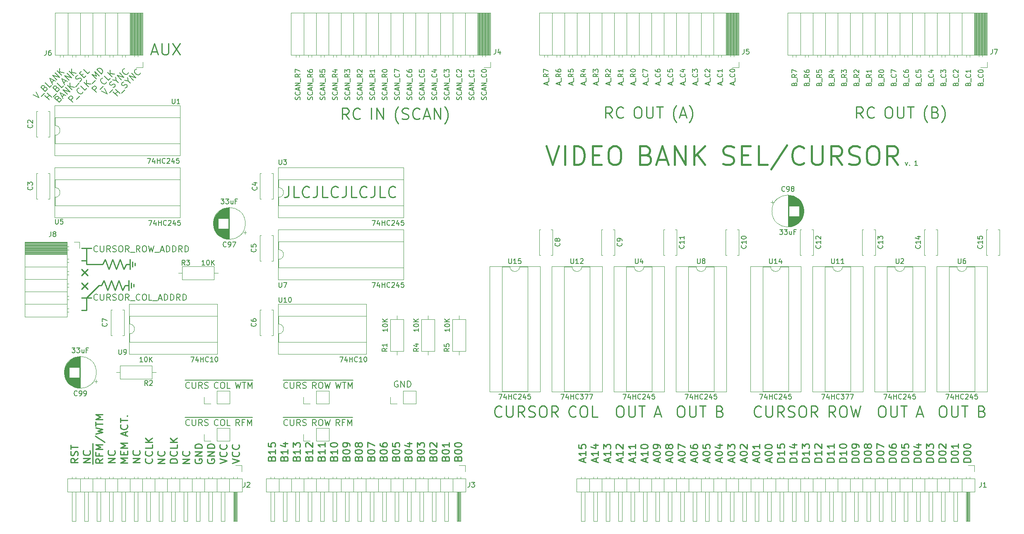
<source format=gto>
G04 #@! TF.GenerationSoftware,KiCad,Pcbnew,(7.0.0)*
G04 #@! TF.CreationDate,2024-03-28T20:29:55-07:00*
G04 #@! TF.ProjectId,video_bank_sel_cursor,76696465-6f5f-4626-916e-6b5f73656c5f,rev?*
G04 #@! TF.SameCoordinates,Original*
G04 #@! TF.FileFunction,Legend,Top*
G04 #@! TF.FilePolarity,Positive*
%FSLAX46Y46*%
G04 Gerber Fmt 4.6, Leading zero omitted, Abs format (unit mm)*
G04 Created by KiCad (PCBNEW (7.0.0)) date 2024-03-28 20:29:55*
%MOMM*%
%LPD*%
G01*
G04 APERTURE LIST*
%ADD10C,0.254000*%
%ADD11C,0.150000*%
%ADD12C,0.203200*%
%ADD13C,0.381000*%
%ADD14C,0.250000*%
%ADD15C,0.120000*%
%ADD16R,1.700000X1.700000*%
%ADD17O,1.700000X1.700000*%
%ADD18R,1.600000X1.600000*%
%ADD19C,1.600000*%
%ADD20O,1.600000X1.600000*%
G04 APERTURE END LIST*
D10*
X71120000Y-103378000D02*
X71628000Y-102362000D01*
X69342000Y-107696000D02*
X70104000Y-105664000D01*
X68580000Y-105664000D02*
X69342000Y-107696000D01*
X73406000Y-102108000D02*
X73406000Y-102616000D01*
X72136000Y-107696000D02*
X72136000Y-105664000D01*
X72898000Y-102870000D02*
X72898000Y-101854000D01*
X70104000Y-105664000D02*
X70866000Y-107696000D01*
X67818000Y-107696000D02*
X68580000Y-105664000D01*
X70866000Y-107696000D02*
X71374000Y-106680000D01*
X72390000Y-103378000D02*
X72390000Y-101346000D01*
X66802000Y-102362000D02*
X67310000Y-101346000D01*
X62484000Y-107442000D02*
X63754000Y-106172000D01*
X63500000Y-109220000D02*
X66040000Y-106680000D01*
X71628000Y-102362000D02*
X72390000Y-102362000D01*
X64516000Y-99060000D02*
X62484000Y-99060000D01*
X69596000Y-103378000D02*
X70358000Y-101346000D01*
X73152000Y-106426000D02*
X73152000Y-106934000D01*
X63754000Y-104648000D02*
X62484000Y-103378000D01*
X62484000Y-104648000D02*
X63754000Y-103378000D01*
X67310000Y-101346000D02*
X68072000Y-103378000D01*
X63754000Y-107442000D02*
X62484000Y-106172000D01*
X67056000Y-105664000D02*
X67818000Y-107696000D01*
X72644000Y-107188000D02*
X72644000Y-106172000D01*
X63500000Y-101600000D02*
X62484000Y-101600000D01*
X70358000Y-101346000D02*
X71120000Y-103378000D01*
X71374000Y-106680000D02*
X72136000Y-106680000D01*
X66548000Y-106680000D02*
X67056000Y-105664000D01*
X68834000Y-101346000D02*
X69596000Y-103378000D01*
X66040000Y-106680000D02*
X66548000Y-106680000D01*
X63500000Y-111760000D02*
X62484000Y-111760000D01*
X68072000Y-103378000D02*
X68834000Y-101346000D01*
X64516000Y-109220000D02*
X62484000Y-109220000D01*
X63500000Y-102362000D02*
X63500000Y-99060000D01*
X63500000Y-111760000D02*
X63500000Y-109220000D01*
X63500000Y-102362000D02*
X66802000Y-102362000D01*
D11*
X130036761Y-68643523D02*
X130084380Y-68500666D01*
X130084380Y-68500666D02*
X130084380Y-68262571D01*
X130084380Y-68262571D02*
X130036761Y-68167333D01*
X130036761Y-68167333D02*
X129989142Y-68119714D01*
X129989142Y-68119714D02*
X129893904Y-68072095D01*
X129893904Y-68072095D02*
X129798666Y-68072095D01*
X129798666Y-68072095D02*
X129703428Y-68119714D01*
X129703428Y-68119714D02*
X129655809Y-68167333D01*
X129655809Y-68167333D02*
X129608190Y-68262571D01*
X129608190Y-68262571D02*
X129560571Y-68453047D01*
X129560571Y-68453047D02*
X129512952Y-68548285D01*
X129512952Y-68548285D02*
X129465333Y-68595904D01*
X129465333Y-68595904D02*
X129370095Y-68643523D01*
X129370095Y-68643523D02*
X129274857Y-68643523D01*
X129274857Y-68643523D02*
X129179619Y-68595904D01*
X129179619Y-68595904D02*
X129132000Y-68548285D01*
X129132000Y-68548285D02*
X129084380Y-68453047D01*
X129084380Y-68453047D02*
X129084380Y-68214952D01*
X129084380Y-68214952D02*
X129132000Y-68072095D01*
X129989142Y-67072095D02*
X130036761Y-67119714D01*
X130036761Y-67119714D02*
X130084380Y-67262571D01*
X130084380Y-67262571D02*
X130084380Y-67357809D01*
X130084380Y-67357809D02*
X130036761Y-67500666D01*
X130036761Y-67500666D02*
X129941523Y-67595904D01*
X129941523Y-67595904D02*
X129846285Y-67643523D01*
X129846285Y-67643523D02*
X129655809Y-67691142D01*
X129655809Y-67691142D02*
X129512952Y-67691142D01*
X129512952Y-67691142D02*
X129322476Y-67643523D01*
X129322476Y-67643523D02*
X129227238Y-67595904D01*
X129227238Y-67595904D02*
X129132000Y-67500666D01*
X129132000Y-67500666D02*
X129084380Y-67357809D01*
X129084380Y-67357809D02*
X129084380Y-67262571D01*
X129084380Y-67262571D02*
X129132000Y-67119714D01*
X129132000Y-67119714D02*
X129179619Y-67072095D01*
X129798666Y-66691142D02*
X129798666Y-66214952D01*
X130084380Y-66786380D02*
X129084380Y-66453047D01*
X129084380Y-66453047D02*
X130084380Y-66119714D01*
X130084380Y-65786380D02*
X129084380Y-65786380D01*
X129084380Y-65786380D02*
X130084380Y-65214952D01*
X130084380Y-65214952D02*
X129084380Y-65214952D01*
X130179619Y-64976857D02*
X130179619Y-64214952D01*
X129989142Y-63405428D02*
X130036761Y-63453047D01*
X130036761Y-63453047D02*
X130084380Y-63595904D01*
X130084380Y-63595904D02*
X130084380Y-63691142D01*
X130084380Y-63691142D02*
X130036761Y-63833999D01*
X130036761Y-63833999D02*
X129941523Y-63929237D01*
X129941523Y-63929237D02*
X129846285Y-63976856D01*
X129846285Y-63976856D02*
X129655809Y-64024475D01*
X129655809Y-64024475D02*
X129512952Y-64024475D01*
X129512952Y-64024475D02*
X129322476Y-63976856D01*
X129322476Y-63976856D02*
X129227238Y-63929237D01*
X129227238Y-63929237D02*
X129132000Y-63833999D01*
X129132000Y-63833999D02*
X129084380Y-63691142D01*
X129084380Y-63691142D02*
X129084380Y-63595904D01*
X129084380Y-63595904D02*
X129132000Y-63453047D01*
X129132000Y-63453047D02*
X129179619Y-63405428D01*
X129084380Y-62548285D02*
X129084380Y-62738761D01*
X129084380Y-62738761D02*
X129132000Y-62833999D01*
X129132000Y-62833999D02*
X129179619Y-62881618D01*
X129179619Y-62881618D02*
X129322476Y-62976856D01*
X129322476Y-62976856D02*
X129512952Y-63024475D01*
X129512952Y-63024475D02*
X129893904Y-63024475D01*
X129893904Y-63024475D02*
X129989142Y-62976856D01*
X129989142Y-62976856D02*
X130036761Y-62929237D01*
X130036761Y-62929237D02*
X130084380Y-62833999D01*
X130084380Y-62833999D02*
X130084380Y-62643523D01*
X130084380Y-62643523D02*
X130036761Y-62548285D01*
X130036761Y-62548285D02*
X129989142Y-62500666D01*
X129989142Y-62500666D02*
X129893904Y-62453047D01*
X129893904Y-62453047D02*
X129655809Y-62453047D01*
X129655809Y-62453047D02*
X129560571Y-62500666D01*
X129560571Y-62500666D02*
X129512952Y-62548285D01*
X129512952Y-62548285D02*
X129465333Y-62643523D01*
X129465333Y-62643523D02*
X129465333Y-62833999D01*
X129465333Y-62833999D02*
X129512952Y-62929237D01*
X129512952Y-62929237D02*
X129560571Y-62976856D01*
X129560571Y-62976856D02*
X129655809Y-63024475D01*
X122416761Y-68643523D02*
X122464380Y-68500666D01*
X122464380Y-68500666D02*
X122464380Y-68262571D01*
X122464380Y-68262571D02*
X122416761Y-68167333D01*
X122416761Y-68167333D02*
X122369142Y-68119714D01*
X122369142Y-68119714D02*
X122273904Y-68072095D01*
X122273904Y-68072095D02*
X122178666Y-68072095D01*
X122178666Y-68072095D02*
X122083428Y-68119714D01*
X122083428Y-68119714D02*
X122035809Y-68167333D01*
X122035809Y-68167333D02*
X121988190Y-68262571D01*
X121988190Y-68262571D02*
X121940571Y-68453047D01*
X121940571Y-68453047D02*
X121892952Y-68548285D01*
X121892952Y-68548285D02*
X121845333Y-68595904D01*
X121845333Y-68595904D02*
X121750095Y-68643523D01*
X121750095Y-68643523D02*
X121654857Y-68643523D01*
X121654857Y-68643523D02*
X121559619Y-68595904D01*
X121559619Y-68595904D02*
X121512000Y-68548285D01*
X121512000Y-68548285D02*
X121464380Y-68453047D01*
X121464380Y-68453047D02*
X121464380Y-68214952D01*
X121464380Y-68214952D02*
X121512000Y-68072095D01*
X122369142Y-67072095D02*
X122416761Y-67119714D01*
X122416761Y-67119714D02*
X122464380Y-67262571D01*
X122464380Y-67262571D02*
X122464380Y-67357809D01*
X122464380Y-67357809D02*
X122416761Y-67500666D01*
X122416761Y-67500666D02*
X122321523Y-67595904D01*
X122321523Y-67595904D02*
X122226285Y-67643523D01*
X122226285Y-67643523D02*
X122035809Y-67691142D01*
X122035809Y-67691142D02*
X121892952Y-67691142D01*
X121892952Y-67691142D02*
X121702476Y-67643523D01*
X121702476Y-67643523D02*
X121607238Y-67595904D01*
X121607238Y-67595904D02*
X121512000Y-67500666D01*
X121512000Y-67500666D02*
X121464380Y-67357809D01*
X121464380Y-67357809D02*
X121464380Y-67262571D01*
X121464380Y-67262571D02*
X121512000Y-67119714D01*
X121512000Y-67119714D02*
X121559619Y-67072095D01*
X122178666Y-66691142D02*
X122178666Y-66214952D01*
X122464380Y-66786380D02*
X121464380Y-66453047D01*
X121464380Y-66453047D02*
X122464380Y-66119714D01*
X122464380Y-65786380D02*
X121464380Y-65786380D01*
X121464380Y-65786380D02*
X122464380Y-65214952D01*
X122464380Y-65214952D02*
X121464380Y-65214952D01*
X122559619Y-64976857D02*
X122559619Y-64214952D01*
X122464380Y-63405428D02*
X121988190Y-63738761D01*
X122464380Y-63976856D02*
X121464380Y-63976856D01*
X121464380Y-63976856D02*
X121464380Y-63595904D01*
X121464380Y-63595904D02*
X121512000Y-63500666D01*
X121512000Y-63500666D02*
X121559619Y-63453047D01*
X121559619Y-63453047D02*
X121654857Y-63405428D01*
X121654857Y-63405428D02*
X121797714Y-63405428D01*
X121797714Y-63405428D02*
X121892952Y-63453047D01*
X121892952Y-63453047D02*
X121940571Y-63500666D01*
X121940571Y-63500666D02*
X121988190Y-63595904D01*
X121988190Y-63595904D02*
X121988190Y-63976856D01*
X122464380Y-62453047D02*
X122464380Y-63024475D01*
X122464380Y-62738761D02*
X121464380Y-62738761D01*
X121464380Y-62738761D02*
X121607238Y-62833999D01*
X121607238Y-62833999D02*
X121702476Y-62929237D01*
X121702476Y-62929237D02*
X121750095Y-63024475D01*
X228620571Y-65468571D02*
X228668190Y-65325714D01*
X228668190Y-65325714D02*
X228715809Y-65278095D01*
X228715809Y-65278095D02*
X228811047Y-65230476D01*
X228811047Y-65230476D02*
X228953904Y-65230476D01*
X228953904Y-65230476D02*
X229049142Y-65278095D01*
X229049142Y-65278095D02*
X229096761Y-65325714D01*
X229096761Y-65325714D02*
X229144380Y-65420952D01*
X229144380Y-65420952D02*
X229144380Y-65801904D01*
X229144380Y-65801904D02*
X228144380Y-65801904D01*
X228144380Y-65801904D02*
X228144380Y-65468571D01*
X228144380Y-65468571D02*
X228192000Y-65373333D01*
X228192000Y-65373333D02*
X228239619Y-65325714D01*
X228239619Y-65325714D02*
X228334857Y-65278095D01*
X228334857Y-65278095D02*
X228430095Y-65278095D01*
X228430095Y-65278095D02*
X228525333Y-65325714D01*
X228525333Y-65325714D02*
X228572952Y-65373333D01*
X228572952Y-65373333D02*
X228620571Y-65468571D01*
X228620571Y-65468571D02*
X228620571Y-65801904D01*
X229239619Y-65040000D02*
X229239619Y-64278095D01*
X229049142Y-63468571D02*
X229096761Y-63516190D01*
X229096761Y-63516190D02*
X229144380Y-63659047D01*
X229144380Y-63659047D02*
X229144380Y-63754285D01*
X229144380Y-63754285D02*
X229096761Y-63897142D01*
X229096761Y-63897142D02*
X229001523Y-63992380D01*
X229001523Y-63992380D02*
X228906285Y-64039999D01*
X228906285Y-64039999D02*
X228715809Y-64087618D01*
X228715809Y-64087618D02*
X228572952Y-64087618D01*
X228572952Y-64087618D02*
X228382476Y-64039999D01*
X228382476Y-64039999D02*
X228287238Y-63992380D01*
X228287238Y-63992380D02*
X228192000Y-63897142D01*
X228192000Y-63897142D02*
X228144380Y-63754285D01*
X228144380Y-63754285D02*
X228144380Y-63659047D01*
X228144380Y-63659047D02*
X228192000Y-63516190D01*
X228192000Y-63516190D02*
X228239619Y-63468571D01*
X228144380Y-63135237D02*
X228144380Y-62468571D01*
X228144380Y-62468571D02*
X229144380Y-62897142D01*
X208300571Y-65468571D02*
X208348190Y-65325714D01*
X208348190Y-65325714D02*
X208395809Y-65278095D01*
X208395809Y-65278095D02*
X208491047Y-65230476D01*
X208491047Y-65230476D02*
X208633904Y-65230476D01*
X208633904Y-65230476D02*
X208729142Y-65278095D01*
X208729142Y-65278095D02*
X208776761Y-65325714D01*
X208776761Y-65325714D02*
X208824380Y-65420952D01*
X208824380Y-65420952D02*
X208824380Y-65801904D01*
X208824380Y-65801904D02*
X207824380Y-65801904D01*
X207824380Y-65801904D02*
X207824380Y-65468571D01*
X207824380Y-65468571D02*
X207872000Y-65373333D01*
X207872000Y-65373333D02*
X207919619Y-65325714D01*
X207919619Y-65325714D02*
X208014857Y-65278095D01*
X208014857Y-65278095D02*
X208110095Y-65278095D01*
X208110095Y-65278095D02*
X208205333Y-65325714D01*
X208205333Y-65325714D02*
X208252952Y-65373333D01*
X208252952Y-65373333D02*
X208300571Y-65468571D01*
X208300571Y-65468571D02*
X208300571Y-65801904D01*
X208919619Y-65040000D02*
X208919619Y-64278095D01*
X208824380Y-63468571D02*
X208348190Y-63801904D01*
X208824380Y-64039999D02*
X207824380Y-64039999D01*
X207824380Y-64039999D02*
X207824380Y-63659047D01*
X207824380Y-63659047D02*
X207872000Y-63563809D01*
X207872000Y-63563809D02*
X207919619Y-63516190D01*
X207919619Y-63516190D02*
X208014857Y-63468571D01*
X208014857Y-63468571D02*
X208157714Y-63468571D01*
X208157714Y-63468571D02*
X208252952Y-63516190D01*
X208252952Y-63516190D02*
X208300571Y-63563809D01*
X208300571Y-63563809D02*
X208348190Y-63659047D01*
X208348190Y-63659047D02*
X208348190Y-64039999D01*
X207824380Y-63135237D02*
X207824380Y-62468571D01*
X207824380Y-62468571D02*
X208824380Y-62897142D01*
D12*
X52586073Y-67655020D02*
X53783440Y-68253704D01*
X53783440Y-68253704D02*
X53184756Y-67056336D01*
X54253834Y-67954362D02*
X54938044Y-67270152D01*
X54895281Y-66201074D02*
X55066334Y-66115548D01*
X55066334Y-66115548D02*
X55151860Y-66115548D01*
X55151860Y-66115548D02*
X55280149Y-66158311D01*
X55280149Y-66158311D02*
X55408439Y-66286601D01*
X55408439Y-66286601D02*
X55451202Y-66414890D01*
X55451202Y-66414890D02*
X55451202Y-66500416D01*
X55451202Y-66500416D02*
X55408439Y-66628706D01*
X55408439Y-66628706D02*
X55066334Y-66970811D01*
X55066334Y-66970811D02*
X54168308Y-66072785D01*
X54168308Y-66072785D02*
X54467650Y-65773443D01*
X54467650Y-65773443D02*
X54595939Y-65730680D01*
X54595939Y-65730680D02*
X54681465Y-65730680D01*
X54681465Y-65730680D02*
X54809755Y-65773443D01*
X54809755Y-65773443D02*
X54895281Y-65858969D01*
X54895281Y-65858969D02*
X54938044Y-65987259D01*
X54938044Y-65987259D02*
X54938044Y-66072785D01*
X54938044Y-66072785D02*
X54895281Y-66201074D01*
X54895281Y-66201074D02*
X54595939Y-66500416D01*
X56391990Y-65645154D02*
X55964359Y-66072785D01*
X55964359Y-66072785D02*
X55066334Y-65174759D01*
X56391990Y-65131996D02*
X56819621Y-64704365D01*
X56563043Y-65474101D02*
X55964359Y-64276734D01*
X55964359Y-64276734D02*
X57161726Y-64875418D01*
X57461068Y-64576076D02*
X56563042Y-63678050D01*
X56563042Y-63678050D02*
X57974226Y-64062919D01*
X57974226Y-64062919D02*
X57076200Y-63164893D01*
X58401857Y-63635287D02*
X57503831Y-62737262D01*
X58915014Y-63122130D02*
X58016989Y-62993841D01*
X58016989Y-62224104D02*
X58016989Y-63250419D01*
D11*
X218460571Y-65468571D02*
X218508190Y-65325714D01*
X218508190Y-65325714D02*
X218555809Y-65278095D01*
X218555809Y-65278095D02*
X218651047Y-65230476D01*
X218651047Y-65230476D02*
X218793904Y-65230476D01*
X218793904Y-65230476D02*
X218889142Y-65278095D01*
X218889142Y-65278095D02*
X218936761Y-65325714D01*
X218936761Y-65325714D02*
X218984380Y-65420952D01*
X218984380Y-65420952D02*
X218984380Y-65801904D01*
X218984380Y-65801904D02*
X217984380Y-65801904D01*
X217984380Y-65801904D02*
X217984380Y-65468571D01*
X217984380Y-65468571D02*
X218032000Y-65373333D01*
X218032000Y-65373333D02*
X218079619Y-65325714D01*
X218079619Y-65325714D02*
X218174857Y-65278095D01*
X218174857Y-65278095D02*
X218270095Y-65278095D01*
X218270095Y-65278095D02*
X218365333Y-65325714D01*
X218365333Y-65325714D02*
X218412952Y-65373333D01*
X218412952Y-65373333D02*
X218460571Y-65468571D01*
X218460571Y-65468571D02*
X218460571Y-65801904D01*
X219079619Y-65040000D02*
X219079619Y-64278095D01*
X218984380Y-63468571D02*
X218508190Y-63801904D01*
X218984380Y-64039999D02*
X217984380Y-64039999D01*
X217984380Y-64039999D02*
X217984380Y-63659047D01*
X217984380Y-63659047D02*
X218032000Y-63563809D01*
X218032000Y-63563809D02*
X218079619Y-63516190D01*
X218079619Y-63516190D02*
X218174857Y-63468571D01*
X218174857Y-63468571D02*
X218317714Y-63468571D01*
X218317714Y-63468571D02*
X218412952Y-63516190D01*
X218412952Y-63516190D02*
X218460571Y-63563809D01*
X218460571Y-63563809D02*
X218508190Y-63659047D01*
X218508190Y-63659047D02*
X218508190Y-64039999D01*
X217984380Y-63135237D02*
X217984380Y-62516190D01*
X217984380Y-62516190D02*
X218365333Y-62849523D01*
X218365333Y-62849523D02*
X218365333Y-62706666D01*
X218365333Y-62706666D02*
X218412952Y-62611428D01*
X218412952Y-62611428D02*
X218460571Y-62563809D01*
X218460571Y-62563809D02*
X218555809Y-62516190D01*
X218555809Y-62516190D02*
X218793904Y-62516190D01*
X218793904Y-62516190D02*
X218889142Y-62563809D01*
X218889142Y-62563809D02*
X218936761Y-62611428D01*
X218936761Y-62611428D02*
X218984380Y-62706666D01*
X218984380Y-62706666D02*
X218984380Y-62992380D01*
X218984380Y-62992380D02*
X218936761Y-63087618D01*
X218936761Y-63087618D02*
X218889142Y-63135237D01*
X188218666Y-65595523D02*
X188218666Y-65119333D01*
X188504380Y-65690761D02*
X187504380Y-65357428D01*
X187504380Y-65357428D02*
X188504380Y-65024095D01*
X188599619Y-64928857D02*
X188599619Y-64166952D01*
X188409142Y-63357428D02*
X188456761Y-63405047D01*
X188456761Y-63405047D02*
X188504380Y-63547904D01*
X188504380Y-63547904D02*
X188504380Y-63643142D01*
X188504380Y-63643142D02*
X188456761Y-63785999D01*
X188456761Y-63785999D02*
X188361523Y-63881237D01*
X188361523Y-63881237D02*
X188266285Y-63928856D01*
X188266285Y-63928856D02*
X188075809Y-63976475D01*
X188075809Y-63976475D02*
X187932952Y-63976475D01*
X187932952Y-63976475D02*
X187742476Y-63928856D01*
X187742476Y-63928856D02*
X187647238Y-63881237D01*
X187647238Y-63881237D02*
X187552000Y-63785999D01*
X187552000Y-63785999D02*
X187504380Y-63643142D01*
X187504380Y-63643142D02*
X187504380Y-63547904D01*
X187504380Y-63547904D02*
X187552000Y-63405047D01*
X187552000Y-63405047D02*
X187599619Y-63357428D01*
X187504380Y-63024094D02*
X187504380Y-62405047D01*
X187504380Y-62405047D02*
X187885333Y-62738380D01*
X187885333Y-62738380D02*
X187885333Y-62595523D01*
X187885333Y-62595523D02*
X187932952Y-62500285D01*
X187932952Y-62500285D02*
X187980571Y-62452666D01*
X187980571Y-62452666D02*
X188075809Y-62405047D01*
X188075809Y-62405047D02*
X188313904Y-62405047D01*
X188313904Y-62405047D02*
X188409142Y-62452666D01*
X188409142Y-62452666D02*
X188456761Y-62500285D01*
X188456761Y-62500285D02*
X188504380Y-62595523D01*
X188504380Y-62595523D02*
X188504380Y-62881237D01*
X188504380Y-62881237D02*
X188456761Y-62976475D01*
X188456761Y-62976475D02*
X188409142Y-63024094D01*
X132576761Y-68643523D02*
X132624380Y-68500666D01*
X132624380Y-68500666D02*
X132624380Y-68262571D01*
X132624380Y-68262571D02*
X132576761Y-68167333D01*
X132576761Y-68167333D02*
X132529142Y-68119714D01*
X132529142Y-68119714D02*
X132433904Y-68072095D01*
X132433904Y-68072095D02*
X132338666Y-68072095D01*
X132338666Y-68072095D02*
X132243428Y-68119714D01*
X132243428Y-68119714D02*
X132195809Y-68167333D01*
X132195809Y-68167333D02*
X132148190Y-68262571D01*
X132148190Y-68262571D02*
X132100571Y-68453047D01*
X132100571Y-68453047D02*
X132052952Y-68548285D01*
X132052952Y-68548285D02*
X132005333Y-68595904D01*
X132005333Y-68595904D02*
X131910095Y-68643523D01*
X131910095Y-68643523D02*
X131814857Y-68643523D01*
X131814857Y-68643523D02*
X131719619Y-68595904D01*
X131719619Y-68595904D02*
X131672000Y-68548285D01*
X131672000Y-68548285D02*
X131624380Y-68453047D01*
X131624380Y-68453047D02*
X131624380Y-68214952D01*
X131624380Y-68214952D02*
X131672000Y-68072095D01*
X132529142Y-67072095D02*
X132576761Y-67119714D01*
X132576761Y-67119714D02*
X132624380Y-67262571D01*
X132624380Y-67262571D02*
X132624380Y-67357809D01*
X132624380Y-67357809D02*
X132576761Y-67500666D01*
X132576761Y-67500666D02*
X132481523Y-67595904D01*
X132481523Y-67595904D02*
X132386285Y-67643523D01*
X132386285Y-67643523D02*
X132195809Y-67691142D01*
X132195809Y-67691142D02*
X132052952Y-67691142D01*
X132052952Y-67691142D02*
X131862476Y-67643523D01*
X131862476Y-67643523D02*
X131767238Y-67595904D01*
X131767238Y-67595904D02*
X131672000Y-67500666D01*
X131672000Y-67500666D02*
X131624380Y-67357809D01*
X131624380Y-67357809D02*
X131624380Y-67262571D01*
X131624380Y-67262571D02*
X131672000Y-67119714D01*
X131672000Y-67119714D02*
X131719619Y-67072095D01*
X132338666Y-66691142D02*
X132338666Y-66214952D01*
X132624380Y-66786380D02*
X131624380Y-66453047D01*
X131624380Y-66453047D02*
X132624380Y-66119714D01*
X132624380Y-65786380D02*
X131624380Y-65786380D01*
X131624380Y-65786380D02*
X132624380Y-65214952D01*
X132624380Y-65214952D02*
X131624380Y-65214952D01*
X132719619Y-64976857D02*
X132719619Y-64214952D01*
X132529142Y-63405428D02*
X132576761Y-63453047D01*
X132576761Y-63453047D02*
X132624380Y-63595904D01*
X132624380Y-63595904D02*
X132624380Y-63691142D01*
X132624380Y-63691142D02*
X132576761Y-63833999D01*
X132576761Y-63833999D02*
X132481523Y-63929237D01*
X132481523Y-63929237D02*
X132386285Y-63976856D01*
X132386285Y-63976856D02*
X132195809Y-64024475D01*
X132195809Y-64024475D02*
X132052952Y-64024475D01*
X132052952Y-64024475D02*
X131862476Y-63976856D01*
X131862476Y-63976856D02*
X131767238Y-63929237D01*
X131767238Y-63929237D02*
X131672000Y-63833999D01*
X131672000Y-63833999D02*
X131624380Y-63691142D01*
X131624380Y-63691142D02*
X131624380Y-63595904D01*
X131624380Y-63595904D02*
X131672000Y-63453047D01*
X131672000Y-63453047D02*
X131719619Y-63405428D01*
X131624380Y-62500666D02*
X131624380Y-62976856D01*
X131624380Y-62976856D02*
X132100571Y-63024475D01*
X132100571Y-63024475D02*
X132052952Y-62976856D01*
X132052952Y-62976856D02*
X132005333Y-62881618D01*
X132005333Y-62881618D02*
X132005333Y-62643523D01*
X132005333Y-62643523D02*
X132052952Y-62548285D01*
X132052952Y-62548285D02*
X132100571Y-62500666D01*
X132100571Y-62500666D02*
X132195809Y-62453047D01*
X132195809Y-62453047D02*
X132433904Y-62453047D01*
X132433904Y-62453047D02*
X132529142Y-62500666D01*
X132529142Y-62500666D02*
X132576761Y-62548285D01*
X132576761Y-62548285D02*
X132624380Y-62643523D01*
X132624380Y-62643523D02*
X132624380Y-62881618D01*
X132624380Y-62881618D02*
X132576761Y-62976856D01*
X132576761Y-62976856D02*
X132529142Y-63024475D01*
X109716761Y-68643523D02*
X109764380Y-68500666D01*
X109764380Y-68500666D02*
X109764380Y-68262571D01*
X109764380Y-68262571D02*
X109716761Y-68167333D01*
X109716761Y-68167333D02*
X109669142Y-68119714D01*
X109669142Y-68119714D02*
X109573904Y-68072095D01*
X109573904Y-68072095D02*
X109478666Y-68072095D01*
X109478666Y-68072095D02*
X109383428Y-68119714D01*
X109383428Y-68119714D02*
X109335809Y-68167333D01*
X109335809Y-68167333D02*
X109288190Y-68262571D01*
X109288190Y-68262571D02*
X109240571Y-68453047D01*
X109240571Y-68453047D02*
X109192952Y-68548285D01*
X109192952Y-68548285D02*
X109145333Y-68595904D01*
X109145333Y-68595904D02*
X109050095Y-68643523D01*
X109050095Y-68643523D02*
X108954857Y-68643523D01*
X108954857Y-68643523D02*
X108859619Y-68595904D01*
X108859619Y-68595904D02*
X108812000Y-68548285D01*
X108812000Y-68548285D02*
X108764380Y-68453047D01*
X108764380Y-68453047D02*
X108764380Y-68214952D01*
X108764380Y-68214952D02*
X108812000Y-68072095D01*
X109669142Y-67072095D02*
X109716761Y-67119714D01*
X109716761Y-67119714D02*
X109764380Y-67262571D01*
X109764380Y-67262571D02*
X109764380Y-67357809D01*
X109764380Y-67357809D02*
X109716761Y-67500666D01*
X109716761Y-67500666D02*
X109621523Y-67595904D01*
X109621523Y-67595904D02*
X109526285Y-67643523D01*
X109526285Y-67643523D02*
X109335809Y-67691142D01*
X109335809Y-67691142D02*
X109192952Y-67691142D01*
X109192952Y-67691142D02*
X109002476Y-67643523D01*
X109002476Y-67643523D02*
X108907238Y-67595904D01*
X108907238Y-67595904D02*
X108812000Y-67500666D01*
X108812000Y-67500666D02*
X108764380Y-67357809D01*
X108764380Y-67357809D02*
X108764380Y-67262571D01*
X108764380Y-67262571D02*
X108812000Y-67119714D01*
X108812000Y-67119714D02*
X108859619Y-67072095D01*
X109478666Y-66691142D02*
X109478666Y-66214952D01*
X109764380Y-66786380D02*
X108764380Y-66453047D01*
X108764380Y-66453047D02*
X109764380Y-66119714D01*
X109764380Y-65786380D02*
X108764380Y-65786380D01*
X108764380Y-65786380D02*
X109764380Y-65214952D01*
X109764380Y-65214952D02*
X108764380Y-65214952D01*
X109859619Y-64976857D02*
X109859619Y-64214952D01*
X109764380Y-63405428D02*
X109288190Y-63738761D01*
X109764380Y-63976856D02*
X108764380Y-63976856D01*
X108764380Y-63976856D02*
X108764380Y-63595904D01*
X108764380Y-63595904D02*
X108812000Y-63500666D01*
X108812000Y-63500666D02*
X108859619Y-63453047D01*
X108859619Y-63453047D02*
X108954857Y-63405428D01*
X108954857Y-63405428D02*
X109097714Y-63405428D01*
X109097714Y-63405428D02*
X109192952Y-63453047D01*
X109192952Y-63453047D02*
X109240571Y-63500666D01*
X109240571Y-63500666D02*
X109288190Y-63595904D01*
X109288190Y-63595904D02*
X109288190Y-63976856D01*
X108764380Y-62548285D02*
X108764380Y-62738761D01*
X108764380Y-62738761D02*
X108812000Y-62833999D01*
X108812000Y-62833999D02*
X108859619Y-62881618D01*
X108859619Y-62881618D02*
X109002476Y-62976856D01*
X109002476Y-62976856D02*
X109192952Y-63024475D01*
X109192952Y-63024475D02*
X109573904Y-63024475D01*
X109573904Y-63024475D02*
X109669142Y-62976856D01*
X109669142Y-62976856D02*
X109716761Y-62929237D01*
X109716761Y-62929237D02*
X109764380Y-62833999D01*
X109764380Y-62833999D02*
X109764380Y-62643523D01*
X109764380Y-62643523D02*
X109716761Y-62548285D01*
X109716761Y-62548285D02*
X109669142Y-62500666D01*
X109669142Y-62500666D02*
X109573904Y-62453047D01*
X109573904Y-62453047D02*
X109335809Y-62453047D01*
X109335809Y-62453047D02*
X109240571Y-62500666D01*
X109240571Y-62500666D02*
X109192952Y-62548285D01*
X109192952Y-62548285D02*
X109145333Y-62643523D01*
X109145333Y-62643523D02*
X109145333Y-62833999D01*
X109145333Y-62833999D02*
X109192952Y-62929237D01*
X109192952Y-62929237D02*
X109240571Y-62976856D01*
X109240571Y-62976856D02*
X109335809Y-63024475D01*
X145276761Y-68643523D02*
X145324380Y-68500666D01*
X145324380Y-68500666D02*
X145324380Y-68262571D01*
X145324380Y-68262571D02*
X145276761Y-68167333D01*
X145276761Y-68167333D02*
X145229142Y-68119714D01*
X145229142Y-68119714D02*
X145133904Y-68072095D01*
X145133904Y-68072095D02*
X145038666Y-68072095D01*
X145038666Y-68072095D02*
X144943428Y-68119714D01*
X144943428Y-68119714D02*
X144895809Y-68167333D01*
X144895809Y-68167333D02*
X144848190Y-68262571D01*
X144848190Y-68262571D02*
X144800571Y-68453047D01*
X144800571Y-68453047D02*
X144752952Y-68548285D01*
X144752952Y-68548285D02*
X144705333Y-68595904D01*
X144705333Y-68595904D02*
X144610095Y-68643523D01*
X144610095Y-68643523D02*
X144514857Y-68643523D01*
X144514857Y-68643523D02*
X144419619Y-68595904D01*
X144419619Y-68595904D02*
X144372000Y-68548285D01*
X144372000Y-68548285D02*
X144324380Y-68453047D01*
X144324380Y-68453047D02*
X144324380Y-68214952D01*
X144324380Y-68214952D02*
X144372000Y-68072095D01*
X145229142Y-67072095D02*
X145276761Y-67119714D01*
X145276761Y-67119714D02*
X145324380Y-67262571D01*
X145324380Y-67262571D02*
X145324380Y-67357809D01*
X145324380Y-67357809D02*
X145276761Y-67500666D01*
X145276761Y-67500666D02*
X145181523Y-67595904D01*
X145181523Y-67595904D02*
X145086285Y-67643523D01*
X145086285Y-67643523D02*
X144895809Y-67691142D01*
X144895809Y-67691142D02*
X144752952Y-67691142D01*
X144752952Y-67691142D02*
X144562476Y-67643523D01*
X144562476Y-67643523D02*
X144467238Y-67595904D01*
X144467238Y-67595904D02*
X144372000Y-67500666D01*
X144372000Y-67500666D02*
X144324380Y-67357809D01*
X144324380Y-67357809D02*
X144324380Y-67262571D01*
X144324380Y-67262571D02*
X144372000Y-67119714D01*
X144372000Y-67119714D02*
X144419619Y-67072095D01*
X145038666Y-66691142D02*
X145038666Y-66214952D01*
X145324380Y-66786380D02*
X144324380Y-66453047D01*
X144324380Y-66453047D02*
X145324380Y-66119714D01*
X145324380Y-65786380D02*
X144324380Y-65786380D01*
X144324380Y-65786380D02*
X145324380Y-65214952D01*
X145324380Y-65214952D02*
X144324380Y-65214952D01*
X145419619Y-64976857D02*
X145419619Y-64214952D01*
X145229142Y-63405428D02*
X145276761Y-63453047D01*
X145276761Y-63453047D02*
X145324380Y-63595904D01*
X145324380Y-63595904D02*
X145324380Y-63691142D01*
X145324380Y-63691142D02*
X145276761Y-63833999D01*
X145276761Y-63833999D02*
X145181523Y-63929237D01*
X145181523Y-63929237D02*
X145086285Y-63976856D01*
X145086285Y-63976856D02*
X144895809Y-64024475D01*
X144895809Y-64024475D02*
X144752952Y-64024475D01*
X144752952Y-64024475D02*
X144562476Y-63976856D01*
X144562476Y-63976856D02*
X144467238Y-63929237D01*
X144467238Y-63929237D02*
X144372000Y-63833999D01*
X144372000Y-63833999D02*
X144324380Y-63691142D01*
X144324380Y-63691142D02*
X144324380Y-63595904D01*
X144324380Y-63595904D02*
X144372000Y-63453047D01*
X144372000Y-63453047D02*
X144419619Y-63405428D01*
X144324380Y-62786380D02*
X144324380Y-62691142D01*
X144324380Y-62691142D02*
X144372000Y-62595904D01*
X144372000Y-62595904D02*
X144419619Y-62548285D01*
X144419619Y-62548285D02*
X144514857Y-62500666D01*
X144514857Y-62500666D02*
X144705333Y-62453047D01*
X144705333Y-62453047D02*
X144943428Y-62453047D01*
X144943428Y-62453047D02*
X145133904Y-62500666D01*
X145133904Y-62500666D02*
X145229142Y-62548285D01*
X145229142Y-62548285D02*
X145276761Y-62595904D01*
X145276761Y-62595904D02*
X145324380Y-62691142D01*
X145324380Y-62691142D02*
X145324380Y-62786380D01*
X145324380Y-62786380D02*
X145276761Y-62881618D01*
X145276761Y-62881618D02*
X145229142Y-62929237D01*
X145229142Y-62929237D02*
X145133904Y-62976856D01*
X145133904Y-62976856D02*
X144943428Y-63024475D01*
X144943428Y-63024475D02*
X144705333Y-63024475D01*
X144705333Y-63024475D02*
X144514857Y-62976856D01*
X144514857Y-62976856D02*
X144419619Y-62929237D01*
X144419619Y-62929237D02*
X144372000Y-62881618D01*
X144372000Y-62881618D02*
X144324380Y-62786380D01*
X124956761Y-68643523D02*
X125004380Y-68500666D01*
X125004380Y-68500666D02*
X125004380Y-68262571D01*
X125004380Y-68262571D02*
X124956761Y-68167333D01*
X124956761Y-68167333D02*
X124909142Y-68119714D01*
X124909142Y-68119714D02*
X124813904Y-68072095D01*
X124813904Y-68072095D02*
X124718666Y-68072095D01*
X124718666Y-68072095D02*
X124623428Y-68119714D01*
X124623428Y-68119714D02*
X124575809Y-68167333D01*
X124575809Y-68167333D02*
X124528190Y-68262571D01*
X124528190Y-68262571D02*
X124480571Y-68453047D01*
X124480571Y-68453047D02*
X124432952Y-68548285D01*
X124432952Y-68548285D02*
X124385333Y-68595904D01*
X124385333Y-68595904D02*
X124290095Y-68643523D01*
X124290095Y-68643523D02*
X124194857Y-68643523D01*
X124194857Y-68643523D02*
X124099619Y-68595904D01*
X124099619Y-68595904D02*
X124052000Y-68548285D01*
X124052000Y-68548285D02*
X124004380Y-68453047D01*
X124004380Y-68453047D02*
X124004380Y-68214952D01*
X124004380Y-68214952D02*
X124052000Y-68072095D01*
X124909142Y-67072095D02*
X124956761Y-67119714D01*
X124956761Y-67119714D02*
X125004380Y-67262571D01*
X125004380Y-67262571D02*
X125004380Y-67357809D01*
X125004380Y-67357809D02*
X124956761Y-67500666D01*
X124956761Y-67500666D02*
X124861523Y-67595904D01*
X124861523Y-67595904D02*
X124766285Y-67643523D01*
X124766285Y-67643523D02*
X124575809Y-67691142D01*
X124575809Y-67691142D02*
X124432952Y-67691142D01*
X124432952Y-67691142D02*
X124242476Y-67643523D01*
X124242476Y-67643523D02*
X124147238Y-67595904D01*
X124147238Y-67595904D02*
X124052000Y-67500666D01*
X124052000Y-67500666D02*
X124004380Y-67357809D01*
X124004380Y-67357809D02*
X124004380Y-67262571D01*
X124004380Y-67262571D02*
X124052000Y-67119714D01*
X124052000Y-67119714D02*
X124099619Y-67072095D01*
X124718666Y-66691142D02*
X124718666Y-66214952D01*
X125004380Y-66786380D02*
X124004380Y-66453047D01*
X124004380Y-66453047D02*
X125004380Y-66119714D01*
X125004380Y-65786380D02*
X124004380Y-65786380D01*
X124004380Y-65786380D02*
X125004380Y-65214952D01*
X125004380Y-65214952D02*
X124004380Y-65214952D01*
X125099619Y-64976857D02*
X125099619Y-64214952D01*
X125004380Y-63405428D02*
X124528190Y-63738761D01*
X125004380Y-63976856D02*
X124004380Y-63976856D01*
X124004380Y-63976856D02*
X124004380Y-63595904D01*
X124004380Y-63595904D02*
X124052000Y-63500666D01*
X124052000Y-63500666D02*
X124099619Y-63453047D01*
X124099619Y-63453047D02*
X124194857Y-63405428D01*
X124194857Y-63405428D02*
X124337714Y-63405428D01*
X124337714Y-63405428D02*
X124432952Y-63453047D01*
X124432952Y-63453047D02*
X124480571Y-63500666D01*
X124480571Y-63500666D02*
X124528190Y-63595904D01*
X124528190Y-63595904D02*
X124528190Y-63976856D01*
X124004380Y-62786380D02*
X124004380Y-62691142D01*
X124004380Y-62691142D02*
X124052000Y-62595904D01*
X124052000Y-62595904D02*
X124099619Y-62548285D01*
X124099619Y-62548285D02*
X124194857Y-62500666D01*
X124194857Y-62500666D02*
X124385333Y-62453047D01*
X124385333Y-62453047D02*
X124623428Y-62453047D01*
X124623428Y-62453047D02*
X124813904Y-62500666D01*
X124813904Y-62500666D02*
X124909142Y-62548285D01*
X124909142Y-62548285D02*
X124956761Y-62595904D01*
X124956761Y-62595904D02*
X125004380Y-62691142D01*
X125004380Y-62691142D02*
X125004380Y-62786380D01*
X125004380Y-62786380D02*
X124956761Y-62881618D01*
X124956761Y-62881618D02*
X124909142Y-62929237D01*
X124909142Y-62929237D02*
X124813904Y-62976856D01*
X124813904Y-62976856D02*
X124623428Y-63024475D01*
X124623428Y-63024475D02*
X124385333Y-63024475D01*
X124385333Y-63024475D02*
X124194857Y-62976856D01*
X124194857Y-62976856D02*
X124099619Y-62929237D01*
X124099619Y-62929237D02*
X124052000Y-62881618D01*
X124052000Y-62881618D02*
X124004380Y-62786380D01*
X241320571Y-65468571D02*
X241368190Y-65325714D01*
X241368190Y-65325714D02*
X241415809Y-65278095D01*
X241415809Y-65278095D02*
X241511047Y-65230476D01*
X241511047Y-65230476D02*
X241653904Y-65230476D01*
X241653904Y-65230476D02*
X241749142Y-65278095D01*
X241749142Y-65278095D02*
X241796761Y-65325714D01*
X241796761Y-65325714D02*
X241844380Y-65420952D01*
X241844380Y-65420952D02*
X241844380Y-65801904D01*
X241844380Y-65801904D02*
X240844380Y-65801904D01*
X240844380Y-65801904D02*
X240844380Y-65468571D01*
X240844380Y-65468571D02*
X240892000Y-65373333D01*
X240892000Y-65373333D02*
X240939619Y-65325714D01*
X240939619Y-65325714D02*
X241034857Y-65278095D01*
X241034857Y-65278095D02*
X241130095Y-65278095D01*
X241130095Y-65278095D02*
X241225333Y-65325714D01*
X241225333Y-65325714D02*
X241272952Y-65373333D01*
X241272952Y-65373333D02*
X241320571Y-65468571D01*
X241320571Y-65468571D02*
X241320571Y-65801904D01*
X241939619Y-65040000D02*
X241939619Y-64278095D01*
X241749142Y-63468571D02*
X241796761Y-63516190D01*
X241796761Y-63516190D02*
X241844380Y-63659047D01*
X241844380Y-63659047D02*
X241844380Y-63754285D01*
X241844380Y-63754285D02*
X241796761Y-63897142D01*
X241796761Y-63897142D02*
X241701523Y-63992380D01*
X241701523Y-63992380D02*
X241606285Y-64039999D01*
X241606285Y-64039999D02*
X241415809Y-64087618D01*
X241415809Y-64087618D02*
X241272952Y-64087618D01*
X241272952Y-64087618D02*
X241082476Y-64039999D01*
X241082476Y-64039999D02*
X240987238Y-63992380D01*
X240987238Y-63992380D02*
X240892000Y-63897142D01*
X240892000Y-63897142D02*
X240844380Y-63754285D01*
X240844380Y-63754285D02*
X240844380Y-63659047D01*
X240844380Y-63659047D02*
X240892000Y-63516190D01*
X240892000Y-63516190D02*
X240939619Y-63468571D01*
X240939619Y-63087618D02*
X240892000Y-63039999D01*
X240892000Y-63039999D02*
X240844380Y-62944761D01*
X240844380Y-62944761D02*
X240844380Y-62706666D01*
X240844380Y-62706666D02*
X240892000Y-62611428D01*
X240892000Y-62611428D02*
X240939619Y-62563809D01*
X240939619Y-62563809D02*
X241034857Y-62516190D01*
X241034857Y-62516190D02*
X241130095Y-62516190D01*
X241130095Y-62516190D02*
X241272952Y-62563809D01*
X241272952Y-62563809D02*
X241844380Y-63135237D01*
X241844380Y-63135237D02*
X241844380Y-62516190D01*
X226080571Y-65468571D02*
X226128190Y-65325714D01*
X226128190Y-65325714D02*
X226175809Y-65278095D01*
X226175809Y-65278095D02*
X226271047Y-65230476D01*
X226271047Y-65230476D02*
X226413904Y-65230476D01*
X226413904Y-65230476D02*
X226509142Y-65278095D01*
X226509142Y-65278095D02*
X226556761Y-65325714D01*
X226556761Y-65325714D02*
X226604380Y-65420952D01*
X226604380Y-65420952D02*
X226604380Y-65801904D01*
X226604380Y-65801904D02*
X225604380Y-65801904D01*
X225604380Y-65801904D02*
X225604380Y-65468571D01*
X225604380Y-65468571D02*
X225652000Y-65373333D01*
X225652000Y-65373333D02*
X225699619Y-65325714D01*
X225699619Y-65325714D02*
X225794857Y-65278095D01*
X225794857Y-65278095D02*
X225890095Y-65278095D01*
X225890095Y-65278095D02*
X225985333Y-65325714D01*
X225985333Y-65325714D02*
X226032952Y-65373333D01*
X226032952Y-65373333D02*
X226080571Y-65468571D01*
X226080571Y-65468571D02*
X226080571Y-65801904D01*
X226699619Y-65040000D02*
X226699619Y-64278095D01*
X226604380Y-63468571D02*
X226128190Y-63801904D01*
X226604380Y-64039999D02*
X225604380Y-64039999D01*
X225604380Y-64039999D02*
X225604380Y-63659047D01*
X225604380Y-63659047D02*
X225652000Y-63563809D01*
X225652000Y-63563809D02*
X225699619Y-63516190D01*
X225699619Y-63516190D02*
X225794857Y-63468571D01*
X225794857Y-63468571D02*
X225937714Y-63468571D01*
X225937714Y-63468571D02*
X226032952Y-63516190D01*
X226032952Y-63516190D02*
X226080571Y-63563809D01*
X226080571Y-63563809D02*
X226128190Y-63659047D01*
X226128190Y-63659047D02*
X226128190Y-64039999D01*
X225604380Y-62849523D02*
X225604380Y-62754285D01*
X225604380Y-62754285D02*
X225652000Y-62659047D01*
X225652000Y-62659047D02*
X225699619Y-62611428D01*
X225699619Y-62611428D02*
X225794857Y-62563809D01*
X225794857Y-62563809D02*
X225985333Y-62516190D01*
X225985333Y-62516190D02*
X226223428Y-62516190D01*
X226223428Y-62516190D02*
X226413904Y-62563809D01*
X226413904Y-62563809D02*
X226509142Y-62611428D01*
X226509142Y-62611428D02*
X226556761Y-62659047D01*
X226556761Y-62659047D02*
X226604380Y-62754285D01*
X226604380Y-62754285D02*
X226604380Y-62849523D01*
X226604380Y-62849523D02*
X226556761Y-62944761D01*
X226556761Y-62944761D02*
X226509142Y-62992380D01*
X226509142Y-62992380D02*
X226413904Y-63039999D01*
X226413904Y-63039999D02*
X226223428Y-63087618D01*
X226223428Y-63087618D02*
X225985333Y-63087618D01*
X225985333Y-63087618D02*
X225794857Y-63039999D01*
X225794857Y-63039999D02*
X225699619Y-62992380D01*
X225699619Y-62992380D02*
X225652000Y-62944761D01*
X225652000Y-62944761D02*
X225604380Y-62849523D01*
X175518666Y-65595523D02*
X175518666Y-65119333D01*
X175804380Y-65690761D02*
X174804380Y-65357428D01*
X174804380Y-65357428D02*
X175804380Y-65024095D01*
X175899619Y-64928857D02*
X175899619Y-64166952D01*
X175804380Y-63357428D02*
X175328190Y-63690761D01*
X175804380Y-63928856D02*
X174804380Y-63928856D01*
X174804380Y-63928856D02*
X174804380Y-63547904D01*
X174804380Y-63547904D02*
X174852000Y-63452666D01*
X174852000Y-63452666D02*
X174899619Y-63405047D01*
X174899619Y-63405047D02*
X174994857Y-63357428D01*
X174994857Y-63357428D02*
X175137714Y-63357428D01*
X175137714Y-63357428D02*
X175232952Y-63405047D01*
X175232952Y-63405047D02*
X175280571Y-63452666D01*
X175280571Y-63452666D02*
X175328190Y-63547904D01*
X175328190Y-63547904D02*
X175328190Y-63928856D01*
X174804380Y-62738380D02*
X174804380Y-62643142D01*
X174804380Y-62643142D02*
X174852000Y-62547904D01*
X174852000Y-62547904D02*
X174899619Y-62500285D01*
X174899619Y-62500285D02*
X174994857Y-62452666D01*
X174994857Y-62452666D02*
X175185333Y-62405047D01*
X175185333Y-62405047D02*
X175423428Y-62405047D01*
X175423428Y-62405047D02*
X175613904Y-62452666D01*
X175613904Y-62452666D02*
X175709142Y-62500285D01*
X175709142Y-62500285D02*
X175756761Y-62547904D01*
X175756761Y-62547904D02*
X175804380Y-62643142D01*
X175804380Y-62643142D02*
X175804380Y-62738380D01*
X175804380Y-62738380D02*
X175756761Y-62833618D01*
X175756761Y-62833618D02*
X175709142Y-62881237D01*
X175709142Y-62881237D02*
X175613904Y-62928856D01*
X175613904Y-62928856D02*
X175423428Y-62976475D01*
X175423428Y-62976475D02*
X175185333Y-62976475D01*
X175185333Y-62976475D02*
X174994857Y-62928856D01*
X174994857Y-62928856D02*
X174899619Y-62881237D01*
X174899619Y-62881237D02*
X174852000Y-62833618D01*
X174852000Y-62833618D02*
X174804380Y-62738380D01*
D10*
X104829428Y-86370522D02*
X104829428Y-88003380D01*
X104829428Y-88003380D02*
X104720571Y-88329951D01*
X104720571Y-88329951D02*
X104502857Y-88547665D01*
X104502857Y-88547665D02*
X104176285Y-88656522D01*
X104176285Y-88656522D02*
X103958571Y-88656522D01*
X107006571Y-88656522D02*
X105917999Y-88656522D01*
X105917999Y-88656522D02*
X105917999Y-86370522D01*
X109074856Y-88438808D02*
X108965999Y-88547665D01*
X108965999Y-88547665D02*
X108639427Y-88656522D01*
X108639427Y-88656522D02*
X108421713Y-88656522D01*
X108421713Y-88656522D02*
X108095142Y-88547665D01*
X108095142Y-88547665D02*
X107877427Y-88329951D01*
X107877427Y-88329951D02*
X107768570Y-88112237D01*
X107768570Y-88112237D02*
X107659713Y-87676808D01*
X107659713Y-87676808D02*
X107659713Y-87350237D01*
X107659713Y-87350237D02*
X107768570Y-86914808D01*
X107768570Y-86914808D02*
X107877427Y-86697094D01*
X107877427Y-86697094D02*
X108095142Y-86479380D01*
X108095142Y-86479380D02*
X108421713Y-86370522D01*
X108421713Y-86370522D02*
X108639427Y-86370522D01*
X108639427Y-86370522D02*
X108965999Y-86479380D01*
X108965999Y-86479380D02*
X109074856Y-86588237D01*
X110707713Y-86370522D02*
X110707713Y-88003380D01*
X110707713Y-88003380D02*
X110598856Y-88329951D01*
X110598856Y-88329951D02*
X110381142Y-88547665D01*
X110381142Y-88547665D02*
X110054570Y-88656522D01*
X110054570Y-88656522D02*
X109836856Y-88656522D01*
X112884856Y-88656522D02*
X111796284Y-88656522D01*
X111796284Y-88656522D02*
X111796284Y-86370522D01*
X114953141Y-88438808D02*
X114844284Y-88547665D01*
X114844284Y-88547665D02*
X114517712Y-88656522D01*
X114517712Y-88656522D02*
X114299998Y-88656522D01*
X114299998Y-88656522D02*
X113973427Y-88547665D01*
X113973427Y-88547665D02*
X113755712Y-88329951D01*
X113755712Y-88329951D02*
X113646855Y-88112237D01*
X113646855Y-88112237D02*
X113537998Y-87676808D01*
X113537998Y-87676808D02*
X113537998Y-87350237D01*
X113537998Y-87350237D02*
X113646855Y-86914808D01*
X113646855Y-86914808D02*
X113755712Y-86697094D01*
X113755712Y-86697094D02*
X113973427Y-86479380D01*
X113973427Y-86479380D02*
X114299998Y-86370522D01*
X114299998Y-86370522D02*
X114517712Y-86370522D01*
X114517712Y-86370522D02*
X114844284Y-86479380D01*
X114844284Y-86479380D02*
X114953141Y-86588237D01*
X116585998Y-86370522D02*
X116585998Y-88003380D01*
X116585998Y-88003380D02*
X116477141Y-88329951D01*
X116477141Y-88329951D02*
X116259427Y-88547665D01*
X116259427Y-88547665D02*
X115932855Y-88656522D01*
X115932855Y-88656522D02*
X115715141Y-88656522D01*
X118763141Y-88656522D02*
X117674569Y-88656522D01*
X117674569Y-88656522D02*
X117674569Y-86370522D01*
X120831426Y-88438808D02*
X120722569Y-88547665D01*
X120722569Y-88547665D02*
X120395997Y-88656522D01*
X120395997Y-88656522D02*
X120178283Y-88656522D01*
X120178283Y-88656522D02*
X119851712Y-88547665D01*
X119851712Y-88547665D02*
X119633997Y-88329951D01*
X119633997Y-88329951D02*
X119525140Y-88112237D01*
X119525140Y-88112237D02*
X119416283Y-87676808D01*
X119416283Y-87676808D02*
X119416283Y-87350237D01*
X119416283Y-87350237D02*
X119525140Y-86914808D01*
X119525140Y-86914808D02*
X119633997Y-86697094D01*
X119633997Y-86697094D02*
X119851712Y-86479380D01*
X119851712Y-86479380D02*
X120178283Y-86370522D01*
X120178283Y-86370522D02*
X120395997Y-86370522D01*
X120395997Y-86370522D02*
X120722569Y-86479380D01*
X120722569Y-86479380D02*
X120831426Y-86588237D01*
X122464283Y-86370522D02*
X122464283Y-88003380D01*
X122464283Y-88003380D02*
X122355426Y-88329951D01*
X122355426Y-88329951D02*
X122137712Y-88547665D01*
X122137712Y-88547665D02*
X121811140Y-88656522D01*
X121811140Y-88656522D02*
X121593426Y-88656522D01*
X124641426Y-88656522D02*
X123552854Y-88656522D01*
X123552854Y-88656522D02*
X123552854Y-86370522D01*
X126709711Y-88438808D02*
X126600854Y-88547665D01*
X126600854Y-88547665D02*
X126274282Y-88656522D01*
X126274282Y-88656522D02*
X126056568Y-88656522D01*
X126056568Y-88656522D02*
X125729997Y-88547665D01*
X125729997Y-88547665D02*
X125512282Y-88329951D01*
X125512282Y-88329951D02*
X125403425Y-88112237D01*
X125403425Y-88112237D02*
X125294568Y-87676808D01*
X125294568Y-87676808D02*
X125294568Y-87350237D01*
X125294568Y-87350237D02*
X125403425Y-86914808D01*
X125403425Y-86914808D02*
X125512282Y-86697094D01*
X125512282Y-86697094D02*
X125729997Y-86479380D01*
X125729997Y-86479380D02*
X126056568Y-86370522D01*
X126056568Y-86370522D02*
X126274282Y-86370522D01*
X126274282Y-86370522D02*
X126600854Y-86479380D01*
X126600854Y-86479380D02*
X126709711Y-86588237D01*
D11*
X127496761Y-68643523D02*
X127544380Y-68500666D01*
X127544380Y-68500666D02*
X127544380Y-68262571D01*
X127544380Y-68262571D02*
X127496761Y-68167333D01*
X127496761Y-68167333D02*
X127449142Y-68119714D01*
X127449142Y-68119714D02*
X127353904Y-68072095D01*
X127353904Y-68072095D02*
X127258666Y-68072095D01*
X127258666Y-68072095D02*
X127163428Y-68119714D01*
X127163428Y-68119714D02*
X127115809Y-68167333D01*
X127115809Y-68167333D02*
X127068190Y-68262571D01*
X127068190Y-68262571D02*
X127020571Y-68453047D01*
X127020571Y-68453047D02*
X126972952Y-68548285D01*
X126972952Y-68548285D02*
X126925333Y-68595904D01*
X126925333Y-68595904D02*
X126830095Y-68643523D01*
X126830095Y-68643523D02*
X126734857Y-68643523D01*
X126734857Y-68643523D02*
X126639619Y-68595904D01*
X126639619Y-68595904D02*
X126592000Y-68548285D01*
X126592000Y-68548285D02*
X126544380Y-68453047D01*
X126544380Y-68453047D02*
X126544380Y-68214952D01*
X126544380Y-68214952D02*
X126592000Y-68072095D01*
X127449142Y-67072095D02*
X127496761Y-67119714D01*
X127496761Y-67119714D02*
X127544380Y-67262571D01*
X127544380Y-67262571D02*
X127544380Y-67357809D01*
X127544380Y-67357809D02*
X127496761Y-67500666D01*
X127496761Y-67500666D02*
X127401523Y-67595904D01*
X127401523Y-67595904D02*
X127306285Y-67643523D01*
X127306285Y-67643523D02*
X127115809Y-67691142D01*
X127115809Y-67691142D02*
X126972952Y-67691142D01*
X126972952Y-67691142D02*
X126782476Y-67643523D01*
X126782476Y-67643523D02*
X126687238Y-67595904D01*
X126687238Y-67595904D02*
X126592000Y-67500666D01*
X126592000Y-67500666D02*
X126544380Y-67357809D01*
X126544380Y-67357809D02*
X126544380Y-67262571D01*
X126544380Y-67262571D02*
X126592000Y-67119714D01*
X126592000Y-67119714D02*
X126639619Y-67072095D01*
X127258666Y-66691142D02*
X127258666Y-66214952D01*
X127544380Y-66786380D02*
X126544380Y-66453047D01*
X126544380Y-66453047D02*
X127544380Y-66119714D01*
X127544380Y-65786380D02*
X126544380Y-65786380D01*
X126544380Y-65786380D02*
X127544380Y-65214952D01*
X127544380Y-65214952D02*
X126544380Y-65214952D01*
X127639619Y-64976857D02*
X127639619Y-64214952D01*
X127449142Y-63405428D02*
X127496761Y-63453047D01*
X127496761Y-63453047D02*
X127544380Y-63595904D01*
X127544380Y-63595904D02*
X127544380Y-63691142D01*
X127544380Y-63691142D02*
X127496761Y-63833999D01*
X127496761Y-63833999D02*
X127401523Y-63929237D01*
X127401523Y-63929237D02*
X127306285Y-63976856D01*
X127306285Y-63976856D02*
X127115809Y-64024475D01*
X127115809Y-64024475D02*
X126972952Y-64024475D01*
X126972952Y-64024475D02*
X126782476Y-63976856D01*
X126782476Y-63976856D02*
X126687238Y-63929237D01*
X126687238Y-63929237D02*
X126592000Y-63833999D01*
X126592000Y-63833999D02*
X126544380Y-63691142D01*
X126544380Y-63691142D02*
X126544380Y-63595904D01*
X126544380Y-63595904D02*
X126592000Y-63453047D01*
X126592000Y-63453047D02*
X126639619Y-63405428D01*
X126544380Y-63072094D02*
X126544380Y-62405428D01*
X126544380Y-62405428D02*
X127544380Y-62833999D01*
D12*
X104660095Y-135238671D02*
X104599619Y-135299147D01*
X104599619Y-135299147D02*
X104418190Y-135359623D01*
X104418190Y-135359623D02*
X104297238Y-135359623D01*
X104297238Y-135359623D02*
X104115809Y-135299147D01*
X104115809Y-135299147D02*
X103994857Y-135178195D01*
X103994857Y-135178195D02*
X103934380Y-135057242D01*
X103934380Y-135057242D02*
X103873904Y-134815338D01*
X103873904Y-134815338D02*
X103873904Y-134633909D01*
X103873904Y-134633909D02*
X103934380Y-134392004D01*
X103934380Y-134392004D02*
X103994857Y-134271052D01*
X103994857Y-134271052D02*
X104115809Y-134150100D01*
X104115809Y-134150100D02*
X104297238Y-134089623D01*
X104297238Y-134089623D02*
X104418190Y-134089623D01*
X104418190Y-134089623D02*
X104599619Y-134150100D01*
X104599619Y-134150100D02*
X104660095Y-134210576D01*
X105204380Y-134089623D02*
X105204380Y-135117719D01*
X105204380Y-135117719D02*
X105264857Y-135238671D01*
X105264857Y-135238671D02*
X105325333Y-135299147D01*
X105325333Y-135299147D02*
X105446285Y-135359623D01*
X105446285Y-135359623D02*
X105688190Y-135359623D01*
X105688190Y-135359623D02*
X105809142Y-135299147D01*
X105809142Y-135299147D02*
X105869619Y-135238671D01*
X105869619Y-135238671D02*
X105930095Y-135117719D01*
X105930095Y-135117719D02*
X105930095Y-134089623D01*
X107260571Y-135359623D02*
X106837237Y-134754861D01*
X106534856Y-135359623D02*
X106534856Y-134089623D01*
X106534856Y-134089623D02*
X107018666Y-134089623D01*
X107018666Y-134089623D02*
X107139618Y-134150100D01*
X107139618Y-134150100D02*
X107200095Y-134210576D01*
X107200095Y-134210576D02*
X107260571Y-134331528D01*
X107260571Y-134331528D02*
X107260571Y-134512957D01*
X107260571Y-134512957D02*
X107200095Y-134633909D01*
X107200095Y-134633909D02*
X107139618Y-134694385D01*
X107139618Y-134694385D02*
X107018666Y-134754861D01*
X107018666Y-134754861D02*
X106534856Y-134754861D01*
X107744380Y-135299147D02*
X107925809Y-135359623D01*
X107925809Y-135359623D02*
X108228190Y-135359623D01*
X108228190Y-135359623D02*
X108349142Y-135299147D01*
X108349142Y-135299147D02*
X108409618Y-135238671D01*
X108409618Y-135238671D02*
X108470095Y-135117719D01*
X108470095Y-135117719D02*
X108470095Y-134996766D01*
X108470095Y-134996766D02*
X108409618Y-134875814D01*
X108409618Y-134875814D02*
X108349142Y-134815338D01*
X108349142Y-134815338D02*
X108228190Y-134754861D01*
X108228190Y-134754861D02*
X107986285Y-134694385D01*
X107986285Y-134694385D02*
X107865333Y-134633909D01*
X107865333Y-134633909D02*
X107804856Y-134573433D01*
X107804856Y-134573433D02*
X107744380Y-134452480D01*
X107744380Y-134452480D02*
X107744380Y-134331528D01*
X107744380Y-134331528D02*
X107804856Y-134210576D01*
X107804856Y-134210576D02*
X107865333Y-134150100D01*
X107865333Y-134150100D02*
X107986285Y-134089623D01*
X107986285Y-134089623D02*
X108288666Y-134089623D01*
X108288666Y-134089623D02*
X108470095Y-134150100D01*
X110502095Y-135359623D02*
X110078761Y-134754861D01*
X109776380Y-135359623D02*
X109776380Y-134089623D01*
X109776380Y-134089623D02*
X110260190Y-134089623D01*
X110260190Y-134089623D02*
X110381142Y-134150100D01*
X110381142Y-134150100D02*
X110441619Y-134210576D01*
X110441619Y-134210576D02*
X110502095Y-134331528D01*
X110502095Y-134331528D02*
X110502095Y-134512957D01*
X110502095Y-134512957D02*
X110441619Y-134633909D01*
X110441619Y-134633909D02*
X110381142Y-134694385D01*
X110381142Y-134694385D02*
X110260190Y-134754861D01*
X110260190Y-134754861D02*
X109776380Y-134754861D01*
X111288285Y-134089623D02*
X111530190Y-134089623D01*
X111530190Y-134089623D02*
X111651142Y-134150100D01*
X111651142Y-134150100D02*
X111772095Y-134271052D01*
X111772095Y-134271052D02*
X111832571Y-134512957D01*
X111832571Y-134512957D02*
X111832571Y-134936290D01*
X111832571Y-134936290D02*
X111772095Y-135178195D01*
X111772095Y-135178195D02*
X111651142Y-135299147D01*
X111651142Y-135299147D02*
X111530190Y-135359623D01*
X111530190Y-135359623D02*
X111288285Y-135359623D01*
X111288285Y-135359623D02*
X111167333Y-135299147D01*
X111167333Y-135299147D02*
X111046380Y-135178195D01*
X111046380Y-135178195D02*
X110985904Y-134936290D01*
X110985904Y-134936290D02*
X110985904Y-134512957D01*
X110985904Y-134512957D02*
X111046380Y-134271052D01*
X111046380Y-134271052D02*
X111167333Y-134150100D01*
X111167333Y-134150100D02*
X111288285Y-134089623D01*
X112255904Y-134089623D02*
X112558285Y-135359623D01*
X112558285Y-135359623D02*
X112800190Y-134452480D01*
X112800190Y-134452480D02*
X113042095Y-135359623D01*
X113042095Y-135359623D02*
X113344476Y-134089623D01*
X115316000Y-135359623D02*
X114892666Y-134754861D01*
X114590285Y-135359623D02*
X114590285Y-134089623D01*
X114590285Y-134089623D02*
X115074095Y-134089623D01*
X115074095Y-134089623D02*
X115195047Y-134150100D01*
X115195047Y-134150100D02*
X115255524Y-134210576D01*
X115255524Y-134210576D02*
X115316000Y-134331528D01*
X115316000Y-134331528D02*
X115316000Y-134512957D01*
X115316000Y-134512957D02*
X115255524Y-134633909D01*
X115255524Y-134633909D02*
X115195047Y-134694385D01*
X115195047Y-134694385D02*
X115074095Y-134754861D01*
X115074095Y-134754861D02*
X114590285Y-134754861D01*
X116283619Y-134694385D02*
X115860285Y-134694385D01*
X115860285Y-135359623D02*
X115860285Y-134089623D01*
X115860285Y-134089623D02*
X116465047Y-134089623D01*
X116948856Y-135359623D02*
X116948856Y-134089623D01*
X116948856Y-134089623D02*
X117372190Y-134996766D01*
X117372190Y-134996766D02*
X117795523Y-134089623D01*
X117795523Y-134089623D02*
X117795523Y-135359623D01*
X103759000Y-133642100D02*
X117970905Y-133642100D01*
X65550388Y-67154756D02*
X64652362Y-66256731D01*
X64652362Y-66256731D02*
X64994467Y-65914626D01*
X64994467Y-65914626D02*
X65122756Y-65871863D01*
X65122756Y-65871863D02*
X65208283Y-65871863D01*
X65208283Y-65871863D02*
X65336572Y-65914626D01*
X65336572Y-65914626D02*
X65464861Y-66042915D01*
X65464861Y-66042915D02*
X65507625Y-66171205D01*
X65507625Y-66171205D02*
X65507625Y-66256731D01*
X65507625Y-66256731D02*
X65464861Y-66385020D01*
X65464861Y-66385020D02*
X65122756Y-66727125D01*
X66320124Y-66556073D02*
X67004334Y-65871863D01*
X67560254Y-64973837D02*
X67560254Y-65059363D01*
X67560254Y-65059363D02*
X67474728Y-65230416D01*
X67474728Y-65230416D02*
X67389202Y-65315942D01*
X67389202Y-65315942D02*
X67218149Y-65401468D01*
X67218149Y-65401468D02*
X67047097Y-65401468D01*
X67047097Y-65401468D02*
X66918808Y-65358705D01*
X66918808Y-65358705D02*
X66704992Y-65230416D01*
X66704992Y-65230416D02*
X66576703Y-65102126D01*
X66576703Y-65102126D02*
X66448413Y-64888311D01*
X66448413Y-64888311D02*
X66405650Y-64760021D01*
X66405650Y-64760021D02*
X66405650Y-64588969D01*
X66405650Y-64588969D02*
X66491176Y-64417916D01*
X66491176Y-64417916D02*
X66576703Y-64332390D01*
X66576703Y-64332390D02*
X66747755Y-64246864D01*
X66747755Y-64246864D02*
X66833281Y-64246864D01*
X68458280Y-64246864D02*
X68030649Y-64674495D01*
X68030649Y-64674495D02*
X67132623Y-63776470D01*
X68757622Y-63947522D02*
X67859596Y-63049497D01*
X69270779Y-63434365D02*
X68372754Y-63306075D01*
X68372754Y-62536339D02*
X68372754Y-63562654D01*
X84594095Y-127618671D02*
X84533619Y-127679147D01*
X84533619Y-127679147D02*
X84352190Y-127739623D01*
X84352190Y-127739623D02*
X84231238Y-127739623D01*
X84231238Y-127739623D02*
X84049809Y-127679147D01*
X84049809Y-127679147D02*
X83928857Y-127558195D01*
X83928857Y-127558195D02*
X83868380Y-127437242D01*
X83868380Y-127437242D02*
X83807904Y-127195338D01*
X83807904Y-127195338D02*
X83807904Y-127013909D01*
X83807904Y-127013909D02*
X83868380Y-126772004D01*
X83868380Y-126772004D02*
X83928857Y-126651052D01*
X83928857Y-126651052D02*
X84049809Y-126530100D01*
X84049809Y-126530100D02*
X84231238Y-126469623D01*
X84231238Y-126469623D02*
X84352190Y-126469623D01*
X84352190Y-126469623D02*
X84533619Y-126530100D01*
X84533619Y-126530100D02*
X84594095Y-126590576D01*
X85138380Y-126469623D02*
X85138380Y-127497719D01*
X85138380Y-127497719D02*
X85198857Y-127618671D01*
X85198857Y-127618671D02*
X85259333Y-127679147D01*
X85259333Y-127679147D02*
X85380285Y-127739623D01*
X85380285Y-127739623D02*
X85622190Y-127739623D01*
X85622190Y-127739623D02*
X85743142Y-127679147D01*
X85743142Y-127679147D02*
X85803619Y-127618671D01*
X85803619Y-127618671D02*
X85864095Y-127497719D01*
X85864095Y-127497719D02*
X85864095Y-126469623D01*
X87194571Y-127739623D02*
X86771237Y-127134861D01*
X86468856Y-127739623D02*
X86468856Y-126469623D01*
X86468856Y-126469623D02*
X86952666Y-126469623D01*
X86952666Y-126469623D02*
X87073618Y-126530100D01*
X87073618Y-126530100D02*
X87134095Y-126590576D01*
X87134095Y-126590576D02*
X87194571Y-126711528D01*
X87194571Y-126711528D02*
X87194571Y-126892957D01*
X87194571Y-126892957D02*
X87134095Y-127013909D01*
X87134095Y-127013909D02*
X87073618Y-127074385D01*
X87073618Y-127074385D02*
X86952666Y-127134861D01*
X86952666Y-127134861D02*
X86468856Y-127134861D01*
X87678380Y-127679147D02*
X87859809Y-127739623D01*
X87859809Y-127739623D02*
X88162190Y-127739623D01*
X88162190Y-127739623D02*
X88283142Y-127679147D01*
X88283142Y-127679147D02*
X88343618Y-127618671D01*
X88343618Y-127618671D02*
X88404095Y-127497719D01*
X88404095Y-127497719D02*
X88404095Y-127376766D01*
X88404095Y-127376766D02*
X88343618Y-127255814D01*
X88343618Y-127255814D02*
X88283142Y-127195338D01*
X88283142Y-127195338D02*
X88162190Y-127134861D01*
X88162190Y-127134861D02*
X87920285Y-127074385D01*
X87920285Y-127074385D02*
X87799333Y-127013909D01*
X87799333Y-127013909D02*
X87738856Y-126953433D01*
X87738856Y-126953433D02*
X87678380Y-126832480D01*
X87678380Y-126832480D02*
X87678380Y-126711528D01*
X87678380Y-126711528D02*
X87738856Y-126590576D01*
X87738856Y-126590576D02*
X87799333Y-126530100D01*
X87799333Y-126530100D02*
X87920285Y-126469623D01*
X87920285Y-126469623D02*
X88222666Y-126469623D01*
X88222666Y-126469623D02*
X88404095Y-126530100D01*
X90436095Y-127618671D02*
X90375619Y-127679147D01*
X90375619Y-127679147D02*
X90194190Y-127739623D01*
X90194190Y-127739623D02*
X90073238Y-127739623D01*
X90073238Y-127739623D02*
X89891809Y-127679147D01*
X89891809Y-127679147D02*
X89770857Y-127558195D01*
X89770857Y-127558195D02*
X89710380Y-127437242D01*
X89710380Y-127437242D02*
X89649904Y-127195338D01*
X89649904Y-127195338D02*
X89649904Y-127013909D01*
X89649904Y-127013909D02*
X89710380Y-126772004D01*
X89710380Y-126772004D02*
X89770857Y-126651052D01*
X89770857Y-126651052D02*
X89891809Y-126530100D01*
X89891809Y-126530100D02*
X90073238Y-126469623D01*
X90073238Y-126469623D02*
X90194190Y-126469623D01*
X90194190Y-126469623D02*
X90375619Y-126530100D01*
X90375619Y-126530100D02*
X90436095Y-126590576D01*
X91222285Y-126469623D02*
X91464190Y-126469623D01*
X91464190Y-126469623D02*
X91585142Y-126530100D01*
X91585142Y-126530100D02*
X91706095Y-126651052D01*
X91706095Y-126651052D02*
X91766571Y-126892957D01*
X91766571Y-126892957D02*
X91766571Y-127316290D01*
X91766571Y-127316290D02*
X91706095Y-127558195D01*
X91706095Y-127558195D02*
X91585142Y-127679147D01*
X91585142Y-127679147D02*
X91464190Y-127739623D01*
X91464190Y-127739623D02*
X91222285Y-127739623D01*
X91222285Y-127739623D02*
X91101333Y-127679147D01*
X91101333Y-127679147D02*
X90980380Y-127558195D01*
X90980380Y-127558195D02*
X90919904Y-127316290D01*
X90919904Y-127316290D02*
X90919904Y-126892957D01*
X90919904Y-126892957D02*
X90980380Y-126651052D01*
X90980380Y-126651052D02*
X91101333Y-126530100D01*
X91101333Y-126530100D02*
X91222285Y-126469623D01*
X92915618Y-127739623D02*
X92310856Y-127739623D01*
X92310856Y-127739623D02*
X92310856Y-126469623D01*
X93979999Y-126469623D02*
X94282380Y-127739623D01*
X94282380Y-127739623D02*
X94524285Y-126832480D01*
X94524285Y-126832480D02*
X94766190Y-127739623D01*
X94766190Y-127739623D02*
X95068571Y-126469623D01*
X95370952Y-126469623D02*
X96096666Y-126469623D01*
X95733809Y-127739623D02*
X95733809Y-126469623D01*
X96519999Y-127739623D02*
X96519999Y-126469623D01*
X96519999Y-126469623D02*
X96943333Y-127376766D01*
X96943333Y-127376766D02*
X97366666Y-126469623D01*
X97366666Y-126469623D02*
X97366666Y-127739623D01*
X83693000Y-126022100D02*
X97542048Y-126022100D01*
D11*
X160278666Y-65595523D02*
X160278666Y-65119333D01*
X160564380Y-65690761D02*
X159564380Y-65357428D01*
X159564380Y-65357428D02*
X160564380Y-65024095D01*
X160659619Y-64928857D02*
X160659619Y-64166952D01*
X160564380Y-63357428D02*
X160088190Y-63690761D01*
X160564380Y-63928856D02*
X159564380Y-63928856D01*
X159564380Y-63928856D02*
X159564380Y-63547904D01*
X159564380Y-63547904D02*
X159612000Y-63452666D01*
X159612000Y-63452666D02*
X159659619Y-63405047D01*
X159659619Y-63405047D02*
X159754857Y-63357428D01*
X159754857Y-63357428D02*
X159897714Y-63357428D01*
X159897714Y-63357428D02*
X159992952Y-63405047D01*
X159992952Y-63405047D02*
X160040571Y-63452666D01*
X160040571Y-63452666D02*
X160088190Y-63547904D01*
X160088190Y-63547904D02*
X160088190Y-63928856D01*
X159564380Y-62500285D02*
X159564380Y-62690761D01*
X159564380Y-62690761D02*
X159612000Y-62785999D01*
X159612000Y-62785999D02*
X159659619Y-62833618D01*
X159659619Y-62833618D02*
X159802476Y-62928856D01*
X159802476Y-62928856D02*
X159992952Y-62976475D01*
X159992952Y-62976475D02*
X160373904Y-62976475D01*
X160373904Y-62976475D02*
X160469142Y-62928856D01*
X160469142Y-62928856D02*
X160516761Y-62881237D01*
X160516761Y-62881237D02*
X160564380Y-62785999D01*
X160564380Y-62785999D02*
X160564380Y-62595523D01*
X160564380Y-62595523D02*
X160516761Y-62500285D01*
X160516761Y-62500285D02*
X160469142Y-62452666D01*
X160469142Y-62452666D02*
X160373904Y-62405047D01*
X160373904Y-62405047D02*
X160135809Y-62405047D01*
X160135809Y-62405047D02*
X160040571Y-62452666D01*
X160040571Y-62452666D02*
X159992952Y-62500285D01*
X159992952Y-62500285D02*
X159945333Y-62595523D01*
X159945333Y-62595523D02*
X159945333Y-62785999D01*
X159945333Y-62785999D02*
X159992952Y-62881237D01*
X159992952Y-62881237D02*
X160040571Y-62928856D01*
X160040571Y-62928856D02*
X160135809Y-62976475D01*
X231160571Y-65468571D02*
X231208190Y-65325714D01*
X231208190Y-65325714D02*
X231255809Y-65278095D01*
X231255809Y-65278095D02*
X231351047Y-65230476D01*
X231351047Y-65230476D02*
X231493904Y-65230476D01*
X231493904Y-65230476D02*
X231589142Y-65278095D01*
X231589142Y-65278095D02*
X231636761Y-65325714D01*
X231636761Y-65325714D02*
X231684380Y-65420952D01*
X231684380Y-65420952D02*
X231684380Y-65801904D01*
X231684380Y-65801904D02*
X230684380Y-65801904D01*
X230684380Y-65801904D02*
X230684380Y-65468571D01*
X230684380Y-65468571D02*
X230732000Y-65373333D01*
X230732000Y-65373333D02*
X230779619Y-65325714D01*
X230779619Y-65325714D02*
X230874857Y-65278095D01*
X230874857Y-65278095D02*
X230970095Y-65278095D01*
X230970095Y-65278095D02*
X231065333Y-65325714D01*
X231065333Y-65325714D02*
X231112952Y-65373333D01*
X231112952Y-65373333D02*
X231160571Y-65468571D01*
X231160571Y-65468571D02*
X231160571Y-65801904D01*
X231779619Y-65040000D02*
X231779619Y-64278095D01*
X231589142Y-63468571D02*
X231636761Y-63516190D01*
X231636761Y-63516190D02*
X231684380Y-63659047D01*
X231684380Y-63659047D02*
X231684380Y-63754285D01*
X231684380Y-63754285D02*
X231636761Y-63897142D01*
X231636761Y-63897142D02*
X231541523Y-63992380D01*
X231541523Y-63992380D02*
X231446285Y-64039999D01*
X231446285Y-64039999D02*
X231255809Y-64087618D01*
X231255809Y-64087618D02*
X231112952Y-64087618D01*
X231112952Y-64087618D02*
X230922476Y-64039999D01*
X230922476Y-64039999D02*
X230827238Y-63992380D01*
X230827238Y-63992380D02*
X230732000Y-63897142D01*
X230732000Y-63897142D02*
X230684380Y-63754285D01*
X230684380Y-63754285D02*
X230684380Y-63659047D01*
X230684380Y-63659047D02*
X230732000Y-63516190D01*
X230732000Y-63516190D02*
X230779619Y-63468571D01*
X230684380Y-62611428D02*
X230684380Y-62801904D01*
X230684380Y-62801904D02*
X230732000Y-62897142D01*
X230732000Y-62897142D02*
X230779619Y-62944761D01*
X230779619Y-62944761D02*
X230922476Y-63039999D01*
X230922476Y-63039999D02*
X231112952Y-63087618D01*
X231112952Y-63087618D02*
X231493904Y-63087618D01*
X231493904Y-63087618D02*
X231589142Y-63039999D01*
X231589142Y-63039999D02*
X231636761Y-62992380D01*
X231636761Y-62992380D02*
X231684380Y-62897142D01*
X231684380Y-62897142D02*
X231684380Y-62706666D01*
X231684380Y-62706666D02*
X231636761Y-62611428D01*
X231636761Y-62611428D02*
X231589142Y-62563809D01*
X231589142Y-62563809D02*
X231493904Y-62516190D01*
X231493904Y-62516190D02*
X231255809Y-62516190D01*
X231255809Y-62516190D02*
X231160571Y-62563809D01*
X231160571Y-62563809D02*
X231112952Y-62611428D01*
X231112952Y-62611428D02*
X231065333Y-62706666D01*
X231065333Y-62706666D02*
X231065333Y-62897142D01*
X231065333Y-62897142D02*
X231112952Y-62992380D01*
X231112952Y-62992380D02*
X231160571Y-63039999D01*
X231160571Y-63039999D02*
X231255809Y-63087618D01*
D10*
X184875714Y-131328522D02*
X185311142Y-131328522D01*
X185311142Y-131328522D02*
X185528857Y-131437380D01*
X185528857Y-131437380D02*
X185746571Y-131655094D01*
X185746571Y-131655094D02*
X185855428Y-132090522D01*
X185855428Y-132090522D02*
X185855428Y-132852522D01*
X185855428Y-132852522D02*
X185746571Y-133287951D01*
X185746571Y-133287951D02*
X185528857Y-133505665D01*
X185528857Y-133505665D02*
X185311142Y-133614522D01*
X185311142Y-133614522D02*
X184875714Y-133614522D01*
X184875714Y-133614522D02*
X184658000Y-133505665D01*
X184658000Y-133505665D02*
X184440285Y-133287951D01*
X184440285Y-133287951D02*
X184331428Y-132852522D01*
X184331428Y-132852522D02*
X184331428Y-132090522D01*
X184331428Y-132090522D02*
X184440285Y-131655094D01*
X184440285Y-131655094D02*
X184658000Y-131437380D01*
X184658000Y-131437380D02*
X184875714Y-131328522D01*
X186835142Y-131328522D02*
X186835142Y-133179094D01*
X186835142Y-133179094D02*
X186943999Y-133396808D01*
X186943999Y-133396808D02*
X187052857Y-133505665D01*
X187052857Y-133505665D02*
X187270571Y-133614522D01*
X187270571Y-133614522D02*
X187705999Y-133614522D01*
X187705999Y-133614522D02*
X187923714Y-133505665D01*
X187923714Y-133505665D02*
X188032571Y-133396808D01*
X188032571Y-133396808D02*
X188141428Y-133179094D01*
X188141428Y-133179094D02*
X188141428Y-131328522D01*
X188903428Y-131328522D02*
X190209714Y-131328522D01*
X189556571Y-133614522D02*
X189556571Y-131328522D01*
X193105313Y-132417094D02*
X193431885Y-132525951D01*
X193431885Y-132525951D02*
X193540742Y-132634808D01*
X193540742Y-132634808D02*
X193649599Y-132852522D01*
X193649599Y-132852522D02*
X193649599Y-133179094D01*
X193649599Y-133179094D02*
X193540742Y-133396808D01*
X193540742Y-133396808D02*
X193431885Y-133505665D01*
X193431885Y-133505665D02*
X193214170Y-133614522D01*
X193214170Y-133614522D02*
X192343313Y-133614522D01*
X192343313Y-133614522D02*
X192343313Y-131328522D01*
X192343313Y-131328522D02*
X193105313Y-131328522D01*
X193105313Y-131328522D02*
X193323028Y-131437380D01*
X193323028Y-131437380D02*
X193431885Y-131546237D01*
X193431885Y-131546237D02*
X193540742Y-131763951D01*
X193540742Y-131763951D02*
X193540742Y-131981665D01*
X193540742Y-131981665D02*
X193431885Y-132199380D01*
X193431885Y-132199380D02*
X193323028Y-132308237D01*
X193323028Y-132308237D02*
X193105313Y-132417094D01*
X193105313Y-132417094D02*
X192343313Y-132417094D01*
D11*
X142736761Y-68643523D02*
X142784380Y-68500666D01*
X142784380Y-68500666D02*
X142784380Y-68262571D01*
X142784380Y-68262571D02*
X142736761Y-68167333D01*
X142736761Y-68167333D02*
X142689142Y-68119714D01*
X142689142Y-68119714D02*
X142593904Y-68072095D01*
X142593904Y-68072095D02*
X142498666Y-68072095D01*
X142498666Y-68072095D02*
X142403428Y-68119714D01*
X142403428Y-68119714D02*
X142355809Y-68167333D01*
X142355809Y-68167333D02*
X142308190Y-68262571D01*
X142308190Y-68262571D02*
X142260571Y-68453047D01*
X142260571Y-68453047D02*
X142212952Y-68548285D01*
X142212952Y-68548285D02*
X142165333Y-68595904D01*
X142165333Y-68595904D02*
X142070095Y-68643523D01*
X142070095Y-68643523D02*
X141974857Y-68643523D01*
X141974857Y-68643523D02*
X141879619Y-68595904D01*
X141879619Y-68595904D02*
X141832000Y-68548285D01*
X141832000Y-68548285D02*
X141784380Y-68453047D01*
X141784380Y-68453047D02*
X141784380Y-68214952D01*
X141784380Y-68214952D02*
X141832000Y-68072095D01*
X142689142Y-67072095D02*
X142736761Y-67119714D01*
X142736761Y-67119714D02*
X142784380Y-67262571D01*
X142784380Y-67262571D02*
X142784380Y-67357809D01*
X142784380Y-67357809D02*
X142736761Y-67500666D01*
X142736761Y-67500666D02*
X142641523Y-67595904D01*
X142641523Y-67595904D02*
X142546285Y-67643523D01*
X142546285Y-67643523D02*
X142355809Y-67691142D01*
X142355809Y-67691142D02*
X142212952Y-67691142D01*
X142212952Y-67691142D02*
X142022476Y-67643523D01*
X142022476Y-67643523D02*
X141927238Y-67595904D01*
X141927238Y-67595904D02*
X141832000Y-67500666D01*
X141832000Y-67500666D02*
X141784380Y-67357809D01*
X141784380Y-67357809D02*
X141784380Y-67262571D01*
X141784380Y-67262571D02*
X141832000Y-67119714D01*
X141832000Y-67119714D02*
X141879619Y-67072095D01*
X142498666Y-66691142D02*
X142498666Y-66214952D01*
X142784380Y-66786380D02*
X141784380Y-66453047D01*
X141784380Y-66453047D02*
X142784380Y-66119714D01*
X142784380Y-65786380D02*
X141784380Y-65786380D01*
X141784380Y-65786380D02*
X142784380Y-65214952D01*
X142784380Y-65214952D02*
X141784380Y-65214952D01*
X142879619Y-64976857D02*
X142879619Y-64214952D01*
X142689142Y-63405428D02*
X142736761Y-63453047D01*
X142736761Y-63453047D02*
X142784380Y-63595904D01*
X142784380Y-63595904D02*
X142784380Y-63691142D01*
X142784380Y-63691142D02*
X142736761Y-63833999D01*
X142736761Y-63833999D02*
X142641523Y-63929237D01*
X142641523Y-63929237D02*
X142546285Y-63976856D01*
X142546285Y-63976856D02*
X142355809Y-64024475D01*
X142355809Y-64024475D02*
X142212952Y-64024475D01*
X142212952Y-64024475D02*
X142022476Y-63976856D01*
X142022476Y-63976856D02*
X141927238Y-63929237D01*
X141927238Y-63929237D02*
X141832000Y-63833999D01*
X141832000Y-63833999D02*
X141784380Y-63691142D01*
X141784380Y-63691142D02*
X141784380Y-63595904D01*
X141784380Y-63595904D02*
X141832000Y-63453047D01*
X141832000Y-63453047D02*
X141879619Y-63405428D01*
X142784380Y-62453047D02*
X142784380Y-63024475D01*
X142784380Y-62738761D02*
X141784380Y-62738761D01*
X141784380Y-62738761D02*
X141927238Y-62833999D01*
X141927238Y-62833999D02*
X142022476Y-62929237D01*
X142022476Y-62929237D02*
X142070095Y-63024475D01*
D10*
X171014571Y-72400522D02*
X170252571Y-71311951D01*
X169708285Y-72400522D02*
X169708285Y-70114522D01*
X169708285Y-70114522D02*
X170579142Y-70114522D01*
X170579142Y-70114522D02*
X170796857Y-70223380D01*
X170796857Y-70223380D02*
X170905714Y-70332237D01*
X170905714Y-70332237D02*
X171014571Y-70549951D01*
X171014571Y-70549951D02*
X171014571Y-70876522D01*
X171014571Y-70876522D02*
X170905714Y-71094237D01*
X170905714Y-71094237D02*
X170796857Y-71203094D01*
X170796857Y-71203094D02*
X170579142Y-71311951D01*
X170579142Y-71311951D02*
X169708285Y-71311951D01*
X173300571Y-72182808D02*
X173191714Y-72291665D01*
X173191714Y-72291665D02*
X172865142Y-72400522D01*
X172865142Y-72400522D02*
X172647428Y-72400522D01*
X172647428Y-72400522D02*
X172320857Y-72291665D01*
X172320857Y-72291665D02*
X172103142Y-72073951D01*
X172103142Y-72073951D02*
X171994285Y-71856237D01*
X171994285Y-71856237D02*
X171885428Y-71420808D01*
X171885428Y-71420808D02*
X171885428Y-71094237D01*
X171885428Y-71094237D02*
X171994285Y-70658808D01*
X171994285Y-70658808D02*
X172103142Y-70441094D01*
X172103142Y-70441094D02*
X172320857Y-70223380D01*
X172320857Y-70223380D02*
X172647428Y-70114522D01*
X172647428Y-70114522D02*
X172865142Y-70114522D01*
X172865142Y-70114522D02*
X173191714Y-70223380D01*
X173191714Y-70223380D02*
X173300571Y-70332237D01*
X176087314Y-70114522D02*
X176522742Y-70114522D01*
X176522742Y-70114522D02*
X176740457Y-70223380D01*
X176740457Y-70223380D02*
X176958171Y-70441094D01*
X176958171Y-70441094D02*
X177067028Y-70876522D01*
X177067028Y-70876522D02*
X177067028Y-71638522D01*
X177067028Y-71638522D02*
X176958171Y-72073951D01*
X176958171Y-72073951D02*
X176740457Y-72291665D01*
X176740457Y-72291665D02*
X176522742Y-72400522D01*
X176522742Y-72400522D02*
X176087314Y-72400522D01*
X176087314Y-72400522D02*
X175869600Y-72291665D01*
X175869600Y-72291665D02*
X175651885Y-72073951D01*
X175651885Y-72073951D02*
X175543028Y-71638522D01*
X175543028Y-71638522D02*
X175543028Y-70876522D01*
X175543028Y-70876522D02*
X175651885Y-70441094D01*
X175651885Y-70441094D02*
X175869600Y-70223380D01*
X175869600Y-70223380D02*
X176087314Y-70114522D01*
X178046742Y-70114522D02*
X178046742Y-71965094D01*
X178046742Y-71965094D02*
X178155599Y-72182808D01*
X178155599Y-72182808D02*
X178264457Y-72291665D01*
X178264457Y-72291665D02*
X178482171Y-72400522D01*
X178482171Y-72400522D02*
X178917599Y-72400522D01*
X178917599Y-72400522D02*
X179135314Y-72291665D01*
X179135314Y-72291665D02*
X179244171Y-72182808D01*
X179244171Y-72182808D02*
X179353028Y-71965094D01*
X179353028Y-71965094D02*
X179353028Y-70114522D01*
X180115028Y-70114522D02*
X181421314Y-70114522D01*
X180768171Y-72400522D02*
X180768171Y-70114522D01*
X184208056Y-73271380D02*
X184099199Y-73162522D01*
X184099199Y-73162522D02*
X183881485Y-72835951D01*
X183881485Y-72835951D02*
X183772628Y-72618237D01*
X183772628Y-72618237D02*
X183663770Y-72291665D01*
X183663770Y-72291665D02*
X183554913Y-71747380D01*
X183554913Y-71747380D02*
X183554913Y-71311951D01*
X183554913Y-71311951D02*
X183663770Y-70767665D01*
X183663770Y-70767665D02*
X183772628Y-70441094D01*
X183772628Y-70441094D02*
X183881485Y-70223380D01*
X183881485Y-70223380D02*
X184099199Y-69896808D01*
X184099199Y-69896808D02*
X184208056Y-69787951D01*
X184970056Y-71747380D02*
X186058628Y-71747380D01*
X184752342Y-72400522D02*
X185514342Y-70114522D01*
X185514342Y-70114522D02*
X186276342Y-72400522D01*
X186820628Y-73271380D02*
X186929485Y-73162522D01*
X186929485Y-73162522D02*
X187147199Y-72835951D01*
X187147199Y-72835951D02*
X187256057Y-72618237D01*
X187256057Y-72618237D02*
X187364914Y-72291665D01*
X187364914Y-72291665D02*
X187473771Y-71747380D01*
X187473771Y-71747380D02*
X187473771Y-71311951D01*
X187473771Y-71311951D02*
X187364914Y-70767665D01*
X187364914Y-70767665D02*
X187256057Y-70441094D01*
X187256057Y-70441094D02*
X187147199Y-70223380D01*
X187147199Y-70223380D02*
X186929485Y-69896808D01*
X186929485Y-69896808D02*
X186820628Y-69787951D01*
D12*
X104660095Y-127618671D02*
X104599619Y-127679147D01*
X104599619Y-127679147D02*
X104418190Y-127739623D01*
X104418190Y-127739623D02*
X104297238Y-127739623D01*
X104297238Y-127739623D02*
X104115809Y-127679147D01*
X104115809Y-127679147D02*
X103994857Y-127558195D01*
X103994857Y-127558195D02*
X103934380Y-127437242D01*
X103934380Y-127437242D02*
X103873904Y-127195338D01*
X103873904Y-127195338D02*
X103873904Y-127013909D01*
X103873904Y-127013909D02*
X103934380Y-126772004D01*
X103934380Y-126772004D02*
X103994857Y-126651052D01*
X103994857Y-126651052D02*
X104115809Y-126530100D01*
X104115809Y-126530100D02*
X104297238Y-126469623D01*
X104297238Y-126469623D02*
X104418190Y-126469623D01*
X104418190Y-126469623D02*
X104599619Y-126530100D01*
X104599619Y-126530100D02*
X104660095Y-126590576D01*
X105204380Y-126469623D02*
X105204380Y-127497719D01*
X105204380Y-127497719D02*
X105264857Y-127618671D01*
X105264857Y-127618671D02*
X105325333Y-127679147D01*
X105325333Y-127679147D02*
X105446285Y-127739623D01*
X105446285Y-127739623D02*
X105688190Y-127739623D01*
X105688190Y-127739623D02*
X105809142Y-127679147D01*
X105809142Y-127679147D02*
X105869619Y-127618671D01*
X105869619Y-127618671D02*
X105930095Y-127497719D01*
X105930095Y-127497719D02*
X105930095Y-126469623D01*
X107260571Y-127739623D02*
X106837237Y-127134861D01*
X106534856Y-127739623D02*
X106534856Y-126469623D01*
X106534856Y-126469623D02*
X107018666Y-126469623D01*
X107018666Y-126469623D02*
X107139618Y-126530100D01*
X107139618Y-126530100D02*
X107200095Y-126590576D01*
X107200095Y-126590576D02*
X107260571Y-126711528D01*
X107260571Y-126711528D02*
X107260571Y-126892957D01*
X107260571Y-126892957D02*
X107200095Y-127013909D01*
X107200095Y-127013909D02*
X107139618Y-127074385D01*
X107139618Y-127074385D02*
X107018666Y-127134861D01*
X107018666Y-127134861D02*
X106534856Y-127134861D01*
X107744380Y-127679147D02*
X107925809Y-127739623D01*
X107925809Y-127739623D02*
X108228190Y-127739623D01*
X108228190Y-127739623D02*
X108349142Y-127679147D01*
X108349142Y-127679147D02*
X108409618Y-127618671D01*
X108409618Y-127618671D02*
X108470095Y-127497719D01*
X108470095Y-127497719D02*
X108470095Y-127376766D01*
X108470095Y-127376766D02*
X108409618Y-127255814D01*
X108409618Y-127255814D02*
X108349142Y-127195338D01*
X108349142Y-127195338D02*
X108228190Y-127134861D01*
X108228190Y-127134861D02*
X107986285Y-127074385D01*
X107986285Y-127074385D02*
X107865333Y-127013909D01*
X107865333Y-127013909D02*
X107804856Y-126953433D01*
X107804856Y-126953433D02*
X107744380Y-126832480D01*
X107744380Y-126832480D02*
X107744380Y-126711528D01*
X107744380Y-126711528D02*
X107804856Y-126590576D01*
X107804856Y-126590576D02*
X107865333Y-126530100D01*
X107865333Y-126530100D02*
X107986285Y-126469623D01*
X107986285Y-126469623D02*
X108288666Y-126469623D01*
X108288666Y-126469623D02*
X108470095Y-126530100D01*
X110502095Y-127739623D02*
X110078761Y-127134861D01*
X109776380Y-127739623D02*
X109776380Y-126469623D01*
X109776380Y-126469623D02*
X110260190Y-126469623D01*
X110260190Y-126469623D02*
X110381142Y-126530100D01*
X110381142Y-126530100D02*
X110441619Y-126590576D01*
X110441619Y-126590576D02*
X110502095Y-126711528D01*
X110502095Y-126711528D02*
X110502095Y-126892957D01*
X110502095Y-126892957D02*
X110441619Y-127013909D01*
X110441619Y-127013909D02*
X110381142Y-127074385D01*
X110381142Y-127074385D02*
X110260190Y-127134861D01*
X110260190Y-127134861D02*
X109776380Y-127134861D01*
X111288285Y-126469623D02*
X111530190Y-126469623D01*
X111530190Y-126469623D02*
X111651142Y-126530100D01*
X111651142Y-126530100D02*
X111772095Y-126651052D01*
X111772095Y-126651052D02*
X111832571Y-126892957D01*
X111832571Y-126892957D02*
X111832571Y-127316290D01*
X111832571Y-127316290D02*
X111772095Y-127558195D01*
X111772095Y-127558195D02*
X111651142Y-127679147D01*
X111651142Y-127679147D02*
X111530190Y-127739623D01*
X111530190Y-127739623D02*
X111288285Y-127739623D01*
X111288285Y-127739623D02*
X111167333Y-127679147D01*
X111167333Y-127679147D02*
X111046380Y-127558195D01*
X111046380Y-127558195D02*
X110985904Y-127316290D01*
X110985904Y-127316290D02*
X110985904Y-126892957D01*
X110985904Y-126892957D02*
X111046380Y-126651052D01*
X111046380Y-126651052D02*
X111167333Y-126530100D01*
X111167333Y-126530100D02*
X111288285Y-126469623D01*
X112255904Y-126469623D02*
X112558285Y-127739623D01*
X112558285Y-127739623D02*
X112800190Y-126832480D01*
X112800190Y-126832480D02*
X113042095Y-127739623D01*
X113042095Y-127739623D02*
X113344476Y-126469623D01*
X114469333Y-126469623D02*
X114771714Y-127739623D01*
X114771714Y-127739623D02*
X115013619Y-126832480D01*
X115013619Y-126832480D02*
X115255524Y-127739623D01*
X115255524Y-127739623D02*
X115557905Y-126469623D01*
X115860286Y-126469623D02*
X116586000Y-126469623D01*
X116223143Y-127739623D02*
X116223143Y-126469623D01*
X117009333Y-127739623D02*
X117009333Y-126469623D01*
X117009333Y-126469623D02*
X117432667Y-127376766D01*
X117432667Y-127376766D02*
X117856000Y-126469623D01*
X117856000Y-126469623D02*
X117856000Y-127739623D01*
X103759000Y-126022100D02*
X118031382Y-126022100D01*
D11*
X215920571Y-65468571D02*
X215968190Y-65325714D01*
X215968190Y-65325714D02*
X216015809Y-65278095D01*
X216015809Y-65278095D02*
X216111047Y-65230476D01*
X216111047Y-65230476D02*
X216253904Y-65230476D01*
X216253904Y-65230476D02*
X216349142Y-65278095D01*
X216349142Y-65278095D02*
X216396761Y-65325714D01*
X216396761Y-65325714D02*
X216444380Y-65420952D01*
X216444380Y-65420952D02*
X216444380Y-65801904D01*
X216444380Y-65801904D02*
X215444380Y-65801904D01*
X215444380Y-65801904D02*
X215444380Y-65468571D01*
X215444380Y-65468571D02*
X215492000Y-65373333D01*
X215492000Y-65373333D02*
X215539619Y-65325714D01*
X215539619Y-65325714D02*
X215634857Y-65278095D01*
X215634857Y-65278095D02*
X215730095Y-65278095D01*
X215730095Y-65278095D02*
X215825333Y-65325714D01*
X215825333Y-65325714D02*
X215872952Y-65373333D01*
X215872952Y-65373333D02*
X215920571Y-65468571D01*
X215920571Y-65468571D02*
X215920571Y-65801904D01*
X216539619Y-65040000D02*
X216539619Y-64278095D01*
X216444380Y-63468571D02*
X215968190Y-63801904D01*
X216444380Y-64039999D02*
X215444380Y-64039999D01*
X215444380Y-64039999D02*
X215444380Y-63659047D01*
X215444380Y-63659047D02*
X215492000Y-63563809D01*
X215492000Y-63563809D02*
X215539619Y-63516190D01*
X215539619Y-63516190D02*
X215634857Y-63468571D01*
X215634857Y-63468571D02*
X215777714Y-63468571D01*
X215777714Y-63468571D02*
X215872952Y-63516190D01*
X215872952Y-63516190D02*
X215920571Y-63563809D01*
X215920571Y-63563809D02*
X215968190Y-63659047D01*
X215968190Y-63659047D02*
X215968190Y-64039999D01*
X215777714Y-62611428D02*
X216444380Y-62611428D01*
X215396761Y-62849523D02*
X216111047Y-63087618D01*
X216111047Y-63087618D02*
X216111047Y-62468571D01*
X167898666Y-65595523D02*
X167898666Y-65119333D01*
X168184380Y-65690761D02*
X167184380Y-65357428D01*
X167184380Y-65357428D02*
X168184380Y-65024095D01*
X168279619Y-64928857D02*
X168279619Y-64166952D01*
X168184380Y-63357428D02*
X167708190Y-63690761D01*
X168184380Y-63928856D02*
X167184380Y-63928856D01*
X167184380Y-63928856D02*
X167184380Y-63547904D01*
X167184380Y-63547904D02*
X167232000Y-63452666D01*
X167232000Y-63452666D02*
X167279619Y-63405047D01*
X167279619Y-63405047D02*
X167374857Y-63357428D01*
X167374857Y-63357428D02*
X167517714Y-63357428D01*
X167517714Y-63357428D02*
X167612952Y-63405047D01*
X167612952Y-63405047D02*
X167660571Y-63452666D01*
X167660571Y-63452666D02*
X167708190Y-63547904D01*
X167708190Y-63547904D02*
X167708190Y-63928856D01*
X167184380Y-63024094D02*
X167184380Y-62405047D01*
X167184380Y-62405047D02*
X167565333Y-62738380D01*
X167565333Y-62738380D02*
X167565333Y-62595523D01*
X167565333Y-62595523D02*
X167612952Y-62500285D01*
X167612952Y-62500285D02*
X167660571Y-62452666D01*
X167660571Y-62452666D02*
X167755809Y-62405047D01*
X167755809Y-62405047D02*
X167993904Y-62405047D01*
X167993904Y-62405047D02*
X168089142Y-62452666D01*
X168089142Y-62452666D02*
X168136761Y-62500285D01*
X168136761Y-62500285D02*
X168184380Y-62595523D01*
X168184380Y-62595523D02*
X168184380Y-62881237D01*
X168184380Y-62881237D02*
X168136761Y-62976475D01*
X168136761Y-62976475D02*
X168089142Y-63024094D01*
X119876761Y-68643523D02*
X119924380Y-68500666D01*
X119924380Y-68500666D02*
X119924380Y-68262571D01*
X119924380Y-68262571D02*
X119876761Y-68167333D01*
X119876761Y-68167333D02*
X119829142Y-68119714D01*
X119829142Y-68119714D02*
X119733904Y-68072095D01*
X119733904Y-68072095D02*
X119638666Y-68072095D01*
X119638666Y-68072095D02*
X119543428Y-68119714D01*
X119543428Y-68119714D02*
X119495809Y-68167333D01*
X119495809Y-68167333D02*
X119448190Y-68262571D01*
X119448190Y-68262571D02*
X119400571Y-68453047D01*
X119400571Y-68453047D02*
X119352952Y-68548285D01*
X119352952Y-68548285D02*
X119305333Y-68595904D01*
X119305333Y-68595904D02*
X119210095Y-68643523D01*
X119210095Y-68643523D02*
X119114857Y-68643523D01*
X119114857Y-68643523D02*
X119019619Y-68595904D01*
X119019619Y-68595904D02*
X118972000Y-68548285D01*
X118972000Y-68548285D02*
X118924380Y-68453047D01*
X118924380Y-68453047D02*
X118924380Y-68214952D01*
X118924380Y-68214952D02*
X118972000Y-68072095D01*
X119829142Y-67072095D02*
X119876761Y-67119714D01*
X119876761Y-67119714D02*
X119924380Y-67262571D01*
X119924380Y-67262571D02*
X119924380Y-67357809D01*
X119924380Y-67357809D02*
X119876761Y-67500666D01*
X119876761Y-67500666D02*
X119781523Y-67595904D01*
X119781523Y-67595904D02*
X119686285Y-67643523D01*
X119686285Y-67643523D02*
X119495809Y-67691142D01*
X119495809Y-67691142D02*
X119352952Y-67691142D01*
X119352952Y-67691142D02*
X119162476Y-67643523D01*
X119162476Y-67643523D02*
X119067238Y-67595904D01*
X119067238Y-67595904D02*
X118972000Y-67500666D01*
X118972000Y-67500666D02*
X118924380Y-67357809D01*
X118924380Y-67357809D02*
X118924380Y-67262571D01*
X118924380Y-67262571D02*
X118972000Y-67119714D01*
X118972000Y-67119714D02*
X119019619Y-67072095D01*
X119638666Y-66691142D02*
X119638666Y-66214952D01*
X119924380Y-66786380D02*
X118924380Y-66453047D01*
X118924380Y-66453047D02*
X119924380Y-66119714D01*
X119924380Y-65786380D02*
X118924380Y-65786380D01*
X118924380Y-65786380D02*
X119924380Y-65214952D01*
X119924380Y-65214952D02*
X118924380Y-65214952D01*
X120019619Y-64976857D02*
X120019619Y-64214952D01*
X119924380Y-63405428D02*
X119448190Y-63738761D01*
X119924380Y-63976856D02*
X118924380Y-63976856D01*
X118924380Y-63976856D02*
X118924380Y-63595904D01*
X118924380Y-63595904D02*
X118972000Y-63500666D01*
X118972000Y-63500666D02*
X119019619Y-63453047D01*
X119019619Y-63453047D02*
X119114857Y-63405428D01*
X119114857Y-63405428D02*
X119257714Y-63405428D01*
X119257714Y-63405428D02*
X119352952Y-63453047D01*
X119352952Y-63453047D02*
X119400571Y-63500666D01*
X119400571Y-63500666D02*
X119448190Y-63595904D01*
X119448190Y-63595904D02*
X119448190Y-63976856D01*
X119019619Y-63024475D02*
X118972000Y-62976856D01*
X118972000Y-62976856D02*
X118924380Y-62881618D01*
X118924380Y-62881618D02*
X118924380Y-62643523D01*
X118924380Y-62643523D02*
X118972000Y-62548285D01*
X118972000Y-62548285D02*
X119019619Y-62500666D01*
X119019619Y-62500666D02*
X119114857Y-62453047D01*
X119114857Y-62453047D02*
X119210095Y-62453047D01*
X119210095Y-62453047D02*
X119352952Y-62500666D01*
X119352952Y-62500666D02*
X119924380Y-63072094D01*
X119924380Y-63072094D02*
X119924380Y-62453047D01*
X233700571Y-65468571D02*
X233748190Y-65325714D01*
X233748190Y-65325714D02*
X233795809Y-65278095D01*
X233795809Y-65278095D02*
X233891047Y-65230476D01*
X233891047Y-65230476D02*
X234033904Y-65230476D01*
X234033904Y-65230476D02*
X234129142Y-65278095D01*
X234129142Y-65278095D02*
X234176761Y-65325714D01*
X234176761Y-65325714D02*
X234224380Y-65420952D01*
X234224380Y-65420952D02*
X234224380Y-65801904D01*
X234224380Y-65801904D02*
X233224380Y-65801904D01*
X233224380Y-65801904D02*
X233224380Y-65468571D01*
X233224380Y-65468571D02*
X233272000Y-65373333D01*
X233272000Y-65373333D02*
X233319619Y-65325714D01*
X233319619Y-65325714D02*
X233414857Y-65278095D01*
X233414857Y-65278095D02*
X233510095Y-65278095D01*
X233510095Y-65278095D02*
X233605333Y-65325714D01*
X233605333Y-65325714D02*
X233652952Y-65373333D01*
X233652952Y-65373333D02*
X233700571Y-65468571D01*
X233700571Y-65468571D02*
X233700571Y-65801904D01*
X234319619Y-65040000D02*
X234319619Y-64278095D01*
X234129142Y-63468571D02*
X234176761Y-63516190D01*
X234176761Y-63516190D02*
X234224380Y-63659047D01*
X234224380Y-63659047D02*
X234224380Y-63754285D01*
X234224380Y-63754285D02*
X234176761Y-63897142D01*
X234176761Y-63897142D02*
X234081523Y-63992380D01*
X234081523Y-63992380D02*
X233986285Y-64039999D01*
X233986285Y-64039999D02*
X233795809Y-64087618D01*
X233795809Y-64087618D02*
X233652952Y-64087618D01*
X233652952Y-64087618D02*
X233462476Y-64039999D01*
X233462476Y-64039999D02*
X233367238Y-63992380D01*
X233367238Y-63992380D02*
X233272000Y-63897142D01*
X233272000Y-63897142D02*
X233224380Y-63754285D01*
X233224380Y-63754285D02*
X233224380Y-63659047D01*
X233224380Y-63659047D02*
X233272000Y-63516190D01*
X233272000Y-63516190D02*
X233319619Y-63468571D01*
X233224380Y-62563809D02*
X233224380Y-63039999D01*
X233224380Y-63039999D02*
X233700571Y-63087618D01*
X233700571Y-63087618D02*
X233652952Y-63039999D01*
X233652952Y-63039999D02*
X233605333Y-62944761D01*
X233605333Y-62944761D02*
X233605333Y-62706666D01*
X233605333Y-62706666D02*
X233652952Y-62611428D01*
X233652952Y-62611428D02*
X233700571Y-62563809D01*
X233700571Y-62563809D02*
X233795809Y-62516190D01*
X233795809Y-62516190D02*
X234033904Y-62516190D01*
X234033904Y-62516190D02*
X234129142Y-62563809D01*
X234129142Y-62563809D02*
X234176761Y-62611428D01*
X234176761Y-62611428D02*
X234224380Y-62706666D01*
X234224380Y-62706666D02*
X234224380Y-62944761D01*
X234224380Y-62944761D02*
X234176761Y-63039999D01*
X234176761Y-63039999D02*
X234129142Y-63087618D01*
D12*
X65798095Y-109584671D02*
X65737619Y-109645147D01*
X65737619Y-109645147D02*
X65556190Y-109705623D01*
X65556190Y-109705623D02*
X65435238Y-109705623D01*
X65435238Y-109705623D02*
X65253809Y-109645147D01*
X65253809Y-109645147D02*
X65132857Y-109524195D01*
X65132857Y-109524195D02*
X65072380Y-109403242D01*
X65072380Y-109403242D02*
X65011904Y-109161338D01*
X65011904Y-109161338D02*
X65011904Y-108979909D01*
X65011904Y-108979909D02*
X65072380Y-108738004D01*
X65072380Y-108738004D02*
X65132857Y-108617052D01*
X65132857Y-108617052D02*
X65253809Y-108496100D01*
X65253809Y-108496100D02*
X65435238Y-108435623D01*
X65435238Y-108435623D02*
X65556190Y-108435623D01*
X65556190Y-108435623D02*
X65737619Y-108496100D01*
X65737619Y-108496100D02*
X65798095Y-108556576D01*
X66342380Y-108435623D02*
X66342380Y-109463719D01*
X66342380Y-109463719D02*
X66402857Y-109584671D01*
X66402857Y-109584671D02*
X66463333Y-109645147D01*
X66463333Y-109645147D02*
X66584285Y-109705623D01*
X66584285Y-109705623D02*
X66826190Y-109705623D01*
X66826190Y-109705623D02*
X66947142Y-109645147D01*
X66947142Y-109645147D02*
X67007619Y-109584671D01*
X67007619Y-109584671D02*
X67068095Y-109463719D01*
X67068095Y-109463719D02*
X67068095Y-108435623D01*
X68398571Y-109705623D02*
X67975237Y-109100861D01*
X67672856Y-109705623D02*
X67672856Y-108435623D01*
X67672856Y-108435623D02*
X68156666Y-108435623D01*
X68156666Y-108435623D02*
X68277618Y-108496100D01*
X68277618Y-108496100D02*
X68338095Y-108556576D01*
X68338095Y-108556576D02*
X68398571Y-108677528D01*
X68398571Y-108677528D02*
X68398571Y-108858957D01*
X68398571Y-108858957D02*
X68338095Y-108979909D01*
X68338095Y-108979909D02*
X68277618Y-109040385D01*
X68277618Y-109040385D02*
X68156666Y-109100861D01*
X68156666Y-109100861D02*
X67672856Y-109100861D01*
X68882380Y-109645147D02*
X69063809Y-109705623D01*
X69063809Y-109705623D02*
X69366190Y-109705623D01*
X69366190Y-109705623D02*
X69487142Y-109645147D01*
X69487142Y-109645147D02*
X69547618Y-109584671D01*
X69547618Y-109584671D02*
X69608095Y-109463719D01*
X69608095Y-109463719D02*
X69608095Y-109342766D01*
X69608095Y-109342766D02*
X69547618Y-109221814D01*
X69547618Y-109221814D02*
X69487142Y-109161338D01*
X69487142Y-109161338D02*
X69366190Y-109100861D01*
X69366190Y-109100861D02*
X69124285Y-109040385D01*
X69124285Y-109040385D02*
X69003333Y-108979909D01*
X69003333Y-108979909D02*
X68942856Y-108919433D01*
X68942856Y-108919433D02*
X68882380Y-108798480D01*
X68882380Y-108798480D02*
X68882380Y-108677528D01*
X68882380Y-108677528D02*
X68942856Y-108556576D01*
X68942856Y-108556576D02*
X69003333Y-108496100D01*
X69003333Y-108496100D02*
X69124285Y-108435623D01*
X69124285Y-108435623D02*
X69426666Y-108435623D01*
X69426666Y-108435623D02*
X69608095Y-108496100D01*
X70394285Y-108435623D02*
X70636190Y-108435623D01*
X70636190Y-108435623D02*
X70757142Y-108496100D01*
X70757142Y-108496100D02*
X70878095Y-108617052D01*
X70878095Y-108617052D02*
X70938571Y-108858957D01*
X70938571Y-108858957D02*
X70938571Y-109282290D01*
X70938571Y-109282290D02*
X70878095Y-109524195D01*
X70878095Y-109524195D02*
X70757142Y-109645147D01*
X70757142Y-109645147D02*
X70636190Y-109705623D01*
X70636190Y-109705623D02*
X70394285Y-109705623D01*
X70394285Y-109705623D02*
X70273333Y-109645147D01*
X70273333Y-109645147D02*
X70152380Y-109524195D01*
X70152380Y-109524195D02*
X70091904Y-109282290D01*
X70091904Y-109282290D02*
X70091904Y-108858957D01*
X70091904Y-108858957D02*
X70152380Y-108617052D01*
X70152380Y-108617052D02*
X70273333Y-108496100D01*
X70273333Y-108496100D02*
X70394285Y-108435623D01*
X72208571Y-109705623D02*
X71785237Y-109100861D01*
X71482856Y-109705623D02*
X71482856Y-108435623D01*
X71482856Y-108435623D02*
X71966666Y-108435623D01*
X71966666Y-108435623D02*
X72087618Y-108496100D01*
X72087618Y-108496100D02*
X72148095Y-108556576D01*
X72148095Y-108556576D02*
X72208571Y-108677528D01*
X72208571Y-108677528D02*
X72208571Y-108858957D01*
X72208571Y-108858957D02*
X72148095Y-108979909D01*
X72148095Y-108979909D02*
X72087618Y-109040385D01*
X72087618Y-109040385D02*
X71966666Y-109100861D01*
X71966666Y-109100861D02*
X71482856Y-109100861D01*
X72450476Y-109826576D02*
X73418095Y-109826576D01*
X74446190Y-109584671D02*
X74385714Y-109645147D01*
X74385714Y-109645147D02*
X74204285Y-109705623D01*
X74204285Y-109705623D02*
X74083333Y-109705623D01*
X74083333Y-109705623D02*
X73901904Y-109645147D01*
X73901904Y-109645147D02*
X73780952Y-109524195D01*
X73780952Y-109524195D02*
X73720475Y-109403242D01*
X73720475Y-109403242D02*
X73659999Y-109161338D01*
X73659999Y-109161338D02*
X73659999Y-108979909D01*
X73659999Y-108979909D02*
X73720475Y-108738004D01*
X73720475Y-108738004D02*
X73780952Y-108617052D01*
X73780952Y-108617052D02*
X73901904Y-108496100D01*
X73901904Y-108496100D02*
X74083333Y-108435623D01*
X74083333Y-108435623D02*
X74204285Y-108435623D01*
X74204285Y-108435623D02*
X74385714Y-108496100D01*
X74385714Y-108496100D02*
X74446190Y-108556576D01*
X75232380Y-108435623D02*
X75474285Y-108435623D01*
X75474285Y-108435623D02*
X75595237Y-108496100D01*
X75595237Y-108496100D02*
X75716190Y-108617052D01*
X75716190Y-108617052D02*
X75776666Y-108858957D01*
X75776666Y-108858957D02*
X75776666Y-109282290D01*
X75776666Y-109282290D02*
X75716190Y-109524195D01*
X75716190Y-109524195D02*
X75595237Y-109645147D01*
X75595237Y-109645147D02*
X75474285Y-109705623D01*
X75474285Y-109705623D02*
X75232380Y-109705623D01*
X75232380Y-109705623D02*
X75111428Y-109645147D01*
X75111428Y-109645147D02*
X74990475Y-109524195D01*
X74990475Y-109524195D02*
X74929999Y-109282290D01*
X74929999Y-109282290D02*
X74929999Y-108858957D01*
X74929999Y-108858957D02*
X74990475Y-108617052D01*
X74990475Y-108617052D02*
X75111428Y-108496100D01*
X75111428Y-108496100D02*
X75232380Y-108435623D01*
X76925713Y-109705623D02*
X76320951Y-109705623D01*
X76320951Y-109705623D02*
X76320951Y-108435623D01*
X77046666Y-109826576D02*
X78014285Y-109826576D01*
X78256189Y-109342766D02*
X78860951Y-109342766D01*
X78135237Y-109705623D02*
X78558570Y-108435623D01*
X78558570Y-108435623D02*
X78981904Y-109705623D01*
X79405236Y-109705623D02*
X79405236Y-108435623D01*
X79405236Y-108435623D02*
X79707617Y-108435623D01*
X79707617Y-108435623D02*
X79889046Y-108496100D01*
X79889046Y-108496100D02*
X80009998Y-108617052D01*
X80009998Y-108617052D02*
X80070475Y-108738004D01*
X80070475Y-108738004D02*
X80130951Y-108979909D01*
X80130951Y-108979909D02*
X80130951Y-109161338D01*
X80130951Y-109161338D02*
X80070475Y-109403242D01*
X80070475Y-109403242D02*
X80009998Y-109524195D01*
X80009998Y-109524195D02*
X79889046Y-109645147D01*
X79889046Y-109645147D02*
X79707617Y-109705623D01*
X79707617Y-109705623D02*
X79405236Y-109705623D01*
X80675236Y-109705623D02*
X80675236Y-108435623D01*
X80675236Y-108435623D02*
X80977617Y-108435623D01*
X80977617Y-108435623D02*
X81159046Y-108496100D01*
X81159046Y-108496100D02*
X81279998Y-108617052D01*
X81279998Y-108617052D02*
X81340475Y-108738004D01*
X81340475Y-108738004D02*
X81400951Y-108979909D01*
X81400951Y-108979909D02*
X81400951Y-109161338D01*
X81400951Y-109161338D02*
X81340475Y-109403242D01*
X81340475Y-109403242D02*
X81279998Y-109524195D01*
X81279998Y-109524195D02*
X81159046Y-109645147D01*
X81159046Y-109645147D02*
X80977617Y-109705623D01*
X80977617Y-109705623D02*
X80675236Y-109705623D01*
X82670951Y-109705623D02*
X82247617Y-109100861D01*
X81945236Y-109705623D02*
X81945236Y-108435623D01*
X81945236Y-108435623D02*
X82429046Y-108435623D01*
X82429046Y-108435623D02*
X82549998Y-108496100D01*
X82549998Y-108496100D02*
X82610475Y-108556576D01*
X82610475Y-108556576D02*
X82670951Y-108677528D01*
X82670951Y-108677528D02*
X82670951Y-108858957D01*
X82670951Y-108858957D02*
X82610475Y-108979909D01*
X82610475Y-108979909D02*
X82549998Y-109040385D01*
X82549998Y-109040385D02*
X82429046Y-109100861D01*
X82429046Y-109100861D02*
X81945236Y-109100861D01*
X83215236Y-109705623D02*
X83215236Y-108435623D01*
X83215236Y-108435623D02*
X83517617Y-108435623D01*
X83517617Y-108435623D02*
X83699046Y-108496100D01*
X83699046Y-108496100D02*
X83819998Y-108617052D01*
X83819998Y-108617052D02*
X83880475Y-108738004D01*
X83880475Y-108738004D02*
X83940951Y-108979909D01*
X83940951Y-108979909D02*
X83940951Y-109161338D01*
X83940951Y-109161338D02*
X83880475Y-109403242D01*
X83880475Y-109403242D02*
X83819998Y-109524195D01*
X83819998Y-109524195D02*
X83699046Y-109645147D01*
X83699046Y-109645147D02*
X83517617Y-109705623D01*
X83517617Y-109705623D02*
X83215236Y-109705623D01*
D11*
X183138666Y-65595523D02*
X183138666Y-65119333D01*
X183424380Y-65690761D02*
X182424380Y-65357428D01*
X182424380Y-65357428D02*
X183424380Y-65024095D01*
X183519619Y-64928857D02*
X183519619Y-64166952D01*
X183329142Y-63357428D02*
X183376761Y-63405047D01*
X183376761Y-63405047D02*
X183424380Y-63547904D01*
X183424380Y-63547904D02*
X183424380Y-63643142D01*
X183424380Y-63643142D02*
X183376761Y-63785999D01*
X183376761Y-63785999D02*
X183281523Y-63881237D01*
X183281523Y-63881237D02*
X183186285Y-63928856D01*
X183186285Y-63928856D02*
X182995809Y-63976475D01*
X182995809Y-63976475D02*
X182852952Y-63976475D01*
X182852952Y-63976475D02*
X182662476Y-63928856D01*
X182662476Y-63928856D02*
X182567238Y-63881237D01*
X182567238Y-63881237D02*
X182472000Y-63785999D01*
X182472000Y-63785999D02*
X182424380Y-63643142D01*
X182424380Y-63643142D02*
X182424380Y-63547904D01*
X182424380Y-63547904D02*
X182472000Y-63405047D01*
X182472000Y-63405047D02*
X182519619Y-63357428D01*
X182424380Y-62452666D02*
X182424380Y-62928856D01*
X182424380Y-62928856D02*
X182900571Y-62976475D01*
X182900571Y-62976475D02*
X182852952Y-62928856D01*
X182852952Y-62928856D02*
X182805333Y-62833618D01*
X182805333Y-62833618D02*
X182805333Y-62595523D01*
X182805333Y-62595523D02*
X182852952Y-62500285D01*
X182852952Y-62500285D02*
X182900571Y-62452666D01*
X182900571Y-62452666D02*
X182995809Y-62405047D01*
X182995809Y-62405047D02*
X183233904Y-62405047D01*
X183233904Y-62405047D02*
X183329142Y-62452666D01*
X183329142Y-62452666D02*
X183376761Y-62500285D01*
X183376761Y-62500285D02*
X183424380Y-62595523D01*
X183424380Y-62595523D02*
X183424380Y-62833618D01*
X183424380Y-62833618D02*
X183376761Y-62928856D01*
X183376761Y-62928856D02*
X183329142Y-62976475D01*
D10*
X76889428Y-58793380D02*
X77978000Y-58793380D01*
X76671714Y-59446522D02*
X77433714Y-57160522D01*
X77433714Y-57160522D02*
X78195714Y-59446522D01*
X78957714Y-57160522D02*
X78957714Y-59011094D01*
X78957714Y-59011094D02*
X79066571Y-59228808D01*
X79066571Y-59228808D02*
X79175429Y-59337665D01*
X79175429Y-59337665D02*
X79393143Y-59446522D01*
X79393143Y-59446522D02*
X79828571Y-59446522D01*
X79828571Y-59446522D02*
X80046286Y-59337665D01*
X80046286Y-59337665D02*
X80155143Y-59228808D01*
X80155143Y-59228808D02*
X80264000Y-59011094D01*
X80264000Y-59011094D02*
X80264000Y-57160522D01*
X81134857Y-57160522D02*
X82658857Y-59446522D01*
X82658857Y-57160522D02*
X81134857Y-59446522D01*
D11*
X213380571Y-65468571D02*
X213428190Y-65325714D01*
X213428190Y-65325714D02*
X213475809Y-65278095D01*
X213475809Y-65278095D02*
X213571047Y-65230476D01*
X213571047Y-65230476D02*
X213713904Y-65230476D01*
X213713904Y-65230476D02*
X213809142Y-65278095D01*
X213809142Y-65278095D02*
X213856761Y-65325714D01*
X213856761Y-65325714D02*
X213904380Y-65420952D01*
X213904380Y-65420952D02*
X213904380Y-65801904D01*
X213904380Y-65801904D02*
X212904380Y-65801904D01*
X212904380Y-65801904D02*
X212904380Y-65468571D01*
X212904380Y-65468571D02*
X212952000Y-65373333D01*
X212952000Y-65373333D02*
X212999619Y-65325714D01*
X212999619Y-65325714D02*
X213094857Y-65278095D01*
X213094857Y-65278095D02*
X213190095Y-65278095D01*
X213190095Y-65278095D02*
X213285333Y-65325714D01*
X213285333Y-65325714D02*
X213332952Y-65373333D01*
X213332952Y-65373333D02*
X213380571Y-65468571D01*
X213380571Y-65468571D02*
X213380571Y-65801904D01*
X213999619Y-65040000D02*
X213999619Y-64278095D01*
X213904380Y-63468571D02*
X213428190Y-63801904D01*
X213904380Y-64039999D02*
X212904380Y-64039999D01*
X212904380Y-64039999D02*
X212904380Y-63659047D01*
X212904380Y-63659047D02*
X212952000Y-63563809D01*
X212952000Y-63563809D02*
X212999619Y-63516190D01*
X212999619Y-63516190D02*
X213094857Y-63468571D01*
X213094857Y-63468571D02*
X213237714Y-63468571D01*
X213237714Y-63468571D02*
X213332952Y-63516190D01*
X213332952Y-63516190D02*
X213380571Y-63563809D01*
X213380571Y-63563809D02*
X213428190Y-63659047D01*
X213428190Y-63659047D02*
X213428190Y-64039999D01*
X212904380Y-62563809D02*
X212904380Y-63039999D01*
X212904380Y-63039999D02*
X213380571Y-63087618D01*
X213380571Y-63087618D02*
X213332952Y-63039999D01*
X213332952Y-63039999D02*
X213285333Y-62944761D01*
X213285333Y-62944761D02*
X213285333Y-62706666D01*
X213285333Y-62706666D02*
X213332952Y-62611428D01*
X213332952Y-62611428D02*
X213380571Y-62563809D01*
X213380571Y-62563809D02*
X213475809Y-62516190D01*
X213475809Y-62516190D02*
X213713904Y-62516190D01*
X213713904Y-62516190D02*
X213809142Y-62563809D01*
X213809142Y-62563809D02*
X213856761Y-62611428D01*
X213856761Y-62611428D02*
X213904380Y-62706666D01*
X213904380Y-62706666D02*
X213904380Y-62944761D01*
X213904380Y-62944761D02*
X213856761Y-63039999D01*
X213856761Y-63039999D02*
X213809142Y-63087618D01*
X157738666Y-65595523D02*
X157738666Y-65119333D01*
X158024380Y-65690761D02*
X157024380Y-65357428D01*
X157024380Y-65357428D02*
X158024380Y-65024095D01*
X158119619Y-64928857D02*
X158119619Y-64166952D01*
X158024380Y-63357428D02*
X157548190Y-63690761D01*
X158024380Y-63928856D02*
X157024380Y-63928856D01*
X157024380Y-63928856D02*
X157024380Y-63547904D01*
X157024380Y-63547904D02*
X157072000Y-63452666D01*
X157072000Y-63452666D02*
X157119619Y-63405047D01*
X157119619Y-63405047D02*
X157214857Y-63357428D01*
X157214857Y-63357428D02*
X157357714Y-63357428D01*
X157357714Y-63357428D02*
X157452952Y-63405047D01*
X157452952Y-63405047D02*
X157500571Y-63452666D01*
X157500571Y-63452666D02*
X157548190Y-63547904D01*
X157548190Y-63547904D02*
X157548190Y-63928856D01*
X157024380Y-63024094D02*
X157024380Y-62357428D01*
X157024380Y-62357428D02*
X158024380Y-62785999D01*
X231028857Y-81411714D02*
X231266952Y-82078380D01*
X231266952Y-82078380D02*
X231505047Y-81411714D01*
X231886000Y-81983142D02*
X231933619Y-82030761D01*
X231933619Y-82030761D02*
X231886000Y-82078380D01*
X231886000Y-82078380D02*
X231838381Y-82030761D01*
X231838381Y-82030761D02*
X231886000Y-81983142D01*
X231886000Y-81983142D02*
X231886000Y-82078380D01*
X233485999Y-82078380D02*
X232914571Y-82078380D01*
X233200285Y-82078380D02*
X233200285Y-81078380D01*
X233200285Y-81078380D02*
X233105047Y-81221238D01*
X233105047Y-81221238D02*
X233009809Y-81316476D01*
X233009809Y-81316476D02*
X232914571Y-81364095D01*
D12*
X65798095Y-99678671D02*
X65737619Y-99739147D01*
X65737619Y-99739147D02*
X65556190Y-99799623D01*
X65556190Y-99799623D02*
X65435238Y-99799623D01*
X65435238Y-99799623D02*
X65253809Y-99739147D01*
X65253809Y-99739147D02*
X65132857Y-99618195D01*
X65132857Y-99618195D02*
X65072380Y-99497242D01*
X65072380Y-99497242D02*
X65011904Y-99255338D01*
X65011904Y-99255338D02*
X65011904Y-99073909D01*
X65011904Y-99073909D02*
X65072380Y-98832004D01*
X65072380Y-98832004D02*
X65132857Y-98711052D01*
X65132857Y-98711052D02*
X65253809Y-98590100D01*
X65253809Y-98590100D02*
X65435238Y-98529623D01*
X65435238Y-98529623D02*
X65556190Y-98529623D01*
X65556190Y-98529623D02*
X65737619Y-98590100D01*
X65737619Y-98590100D02*
X65798095Y-98650576D01*
X66342380Y-98529623D02*
X66342380Y-99557719D01*
X66342380Y-99557719D02*
X66402857Y-99678671D01*
X66402857Y-99678671D02*
X66463333Y-99739147D01*
X66463333Y-99739147D02*
X66584285Y-99799623D01*
X66584285Y-99799623D02*
X66826190Y-99799623D01*
X66826190Y-99799623D02*
X66947142Y-99739147D01*
X66947142Y-99739147D02*
X67007619Y-99678671D01*
X67007619Y-99678671D02*
X67068095Y-99557719D01*
X67068095Y-99557719D02*
X67068095Y-98529623D01*
X68398571Y-99799623D02*
X67975237Y-99194861D01*
X67672856Y-99799623D02*
X67672856Y-98529623D01*
X67672856Y-98529623D02*
X68156666Y-98529623D01*
X68156666Y-98529623D02*
X68277618Y-98590100D01*
X68277618Y-98590100D02*
X68338095Y-98650576D01*
X68338095Y-98650576D02*
X68398571Y-98771528D01*
X68398571Y-98771528D02*
X68398571Y-98952957D01*
X68398571Y-98952957D02*
X68338095Y-99073909D01*
X68338095Y-99073909D02*
X68277618Y-99134385D01*
X68277618Y-99134385D02*
X68156666Y-99194861D01*
X68156666Y-99194861D02*
X67672856Y-99194861D01*
X68882380Y-99739147D02*
X69063809Y-99799623D01*
X69063809Y-99799623D02*
X69366190Y-99799623D01*
X69366190Y-99799623D02*
X69487142Y-99739147D01*
X69487142Y-99739147D02*
X69547618Y-99678671D01*
X69547618Y-99678671D02*
X69608095Y-99557719D01*
X69608095Y-99557719D02*
X69608095Y-99436766D01*
X69608095Y-99436766D02*
X69547618Y-99315814D01*
X69547618Y-99315814D02*
X69487142Y-99255338D01*
X69487142Y-99255338D02*
X69366190Y-99194861D01*
X69366190Y-99194861D02*
X69124285Y-99134385D01*
X69124285Y-99134385D02*
X69003333Y-99073909D01*
X69003333Y-99073909D02*
X68942856Y-99013433D01*
X68942856Y-99013433D02*
X68882380Y-98892480D01*
X68882380Y-98892480D02*
X68882380Y-98771528D01*
X68882380Y-98771528D02*
X68942856Y-98650576D01*
X68942856Y-98650576D02*
X69003333Y-98590100D01*
X69003333Y-98590100D02*
X69124285Y-98529623D01*
X69124285Y-98529623D02*
X69426666Y-98529623D01*
X69426666Y-98529623D02*
X69608095Y-98590100D01*
X70394285Y-98529623D02*
X70636190Y-98529623D01*
X70636190Y-98529623D02*
X70757142Y-98590100D01*
X70757142Y-98590100D02*
X70878095Y-98711052D01*
X70878095Y-98711052D02*
X70938571Y-98952957D01*
X70938571Y-98952957D02*
X70938571Y-99376290D01*
X70938571Y-99376290D02*
X70878095Y-99618195D01*
X70878095Y-99618195D02*
X70757142Y-99739147D01*
X70757142Y-99739147D02*
X70636190Y-99799623D01*
X70636190Y-99799623D02*
X70394285Y-99799623D01*
X70394285Y-99799623D02*
X70273333Y-99739147D01*
X70273333Y-99739147D02*
X70152380Y-99618195D01*
X70152380Y-99618195D02*
X70091904Y-99376290D01*
X70091904Y-99376290D02*
X70091904Y-98952957D01*
X70091904Y-98952957D02*
X70152380Y-98711052D01*
X70152380Y-98711052D02*
X70273333Y-98590100D01*
X70273333Y-98590100D02*
X70394285Y-98529623D01*
X72208571Y-99799623D02*
X71785237Y-99194861D01*
X71482856Y-99799623D02*
X71482856Y-98529623D01*
X71482856Y-98529623D02*
X71966666Y-98529623D01*
X71966666Y-98529623D02*
X72087618Y-98590100D01*
X72087618Y-98590100D02*
X72148095Y-98650576D01*
X72148095Y-98650576D02*
X72208571Y-98771528D01*
X72208571Y-98771528D02*
X72208571Y-98952957D01*
X72208571Y-98952957D02*
X72148095Y-99073909D01*
X72148095Y-99073909D02*
X72087618Y-99134385D01*
X72087618Y-99134385D02*
X71966666Y-99194861D01*
X71966666Y-99194861D02*
X71482856Y-99194861D01*
X72450476Y-99920576D02*
X73418095Y-99920576D01*
X74446190Y-99799623D02*
X74022856Y-99194861D01*
X73720475Y-99799623D02*
X73720475Y-98529623D01*
X73720475Y-98529623D02*
X74204285Y-98529623D01*
X74204285Y-98529623D02*
X74325237Y-98590100D01*
X74325237Y-98590100D02*
X74385714Y-98650576D01*
X74385714Y-98650576D02*
X74446190Y-98771528D01*
X74446190Y-98771528D02*
X74446190Y-98952957D01*
X74446190Y-98952957D02*
X74385714Y-99073909D01*
X74385714Y-99073909D02*
X74325237Y-99134385D01*
X74325237Y-99134385D02*
X74204285Y-99194861D01*
X74204285Y-99194861D02*
X73720475Y-99194861D01*
X75232380Y-98529623D02*
X75474285Y-98529623D01*
X75474285Y-98529623D02*
X75595237Y-98590100D01*
X75595237Y-98590100D02*
X75716190Y-98711052D01*
X75716190Y-98711052D02*
X75776666Y-98952957D01*
X75776666Y-98952957D02*
X75776666Y-99376290D01*
X75776666Y-99376290D02*
X75716190Y-99618195D01*
X75716190Y-99618195D02*
X75595237Y-99739147D01*
X75595237Y-99739147D02*
X75474285Y-99799623D01*
X75474285Y-99799623D02*
X75232380Y-99799623D01*
X75232380Y-99799623D02*
X75111428Y-99739147D01*
X75111428Y-99739147D02*
X74990475Y-99618195D01*
X74990475Y-99618195D02*
X74929999Y-99376290D01*
X74929999Y-99376290D02*
X74929999Y-98952957D01*
X74929999Y-98952957D02*
X74990475Y-98711052D01*
X74990475Y-98711052D02*
X75111428Y-98590100D01*
X75111428Y-98590100D02*
X75232380Y-98529623D01*
X76199999Y-98529623D02*
X76502380Y-99799623D01*
X76502380Y-99799623D02*
X76744285Y-98892480D01*
X76744285Y-98892480D02*
X76986190Y-99799623D01*
X76986190Y-99799623D02*
X77288571Y-98529623D01*
X77470000Y-99920576D02*
X78437619Y-99920576D01*
X78679523Y-99436766D02*
X79284285Y-99436766D01*
X78558571Y-99799623D02*
X78981904Y-98529623D01*
X78981904Y-98529623D02*
X79405238Y-99799623D01*
X79828570Y-99799623D02*
X79828570Y-98529623D01*
X79828570Y-98529623D02*
X80130951Y-98529623D01*
X80130951Y-98529623D02*
X80312380Y-98590100D01*
X80312380Y-98590100D02*
X80433332Y-98711052D01*
X80433332Y-98711052D02*
X80493809Y-98832004D01*
X80493809Y-98832004D02*
X80554285Y-99073909D01*
X80554285Y-99073909D02*
X80554285Y-99255338D01*
X80554285Y-99255338D02*
X80493809Y-99497242D01*
X80493809Y-99497242D02*
X80433332Y-99618195D01*
X80433332Y-99618195D02*
X80312380Y-99739147D01*
X80312380Y-99739147D02*
X80130951Y-99799623D01*
X80130951Y-99799623D02*
X79828570Y-99799623D01*
X81098570Y-99799623D02*
X81098570Y-98529623D01*
X81098570Y-98529623D02*
X81400951Y-98529623D01*
X81400951Y-98529623D02*
X81582380Y-98590100D01*
X81582380Y-98590100D02*
X81703332Y-98711052D01*
X81703332Y-98711052D02*
X81763809Y-98832004D01*
X81763809Y-98832004D02*
X81824285Y-99073909D01*
X81824285Y-99073909D02*
X81824285Y-99255338D01*
X81824285Y-99255338D02*
X81763809Y-99497242D01*
X81763809Y-99497242D02*
X81703332Y-99618195D01*
X81703332Y-99618195D02*
X81582380Y-99739147D01*
X81582380Y-99739147D02*
X81400951Y-99799623D01*
X81400951Y-99799623D02*
X81098570Y-99799623D01*
X83094285Y-99799623D02*
X82670951Y-99194861D01*
X82368570Y-99799623D02*
X82368570Y-98529623D01*
X82368570Y-98529623D02*
X82852380Y-98529623D01*
X82852380Y-98529623D02*
X82973332Y-98590100D01*
X82973332Y-98590100D02*
X83033809Y-98650576D01*
X83033809Y-98650576D02*
X83094285Y-98771528D01*
X83094285Y-98771528D02*
X83094285Y-98952957D01*
X83094285Y-98952957D02*
X83033809Y-99073909D01*
X83033809Y-99073909D02*
X82973332Y-99134385D01*
X82973332Y-99134385D02*
X82852380Y-99194861D01*
X82852380Y-99194861D02*
X82368570Y-99194861D01*
X83638570Y-99799623D02*
X83638570Y-98529623D01*
X83638570Y-98529623D02*
X83940951Y-98529623D01*
X83940951Y-98529623D02*
X84122380Y-98590100D01*
X84122380Y-98590100D02*
X84243332Y-98711052D01*
X84243332Y-98711052D02*
X84303809Y-98832004D01*
X84303809Y-98832004D02*
X84364285Y-99073909D01*
X84364285Y-99073909D02*
X84364285Y-99255338D01*
X84364285Y-99255338D02*
X84303809Y-99497242D01*
X84303809Y-99497242D02*
X84243332Y-99618195D01*
X84243332Y-99618195D02*
X84122380Y-99739147D01*
X84122380Y-99739147D02*
X83940951Y-99799623D01*
X83940951Y-99799623D02*
X83638570Y-99799623D01*
D11*
X238780571Y-65468571D02*
X238828190Y-65325714D01*
X238828190Y-65325714D02*
X238875809Y-65278095D01*
X238875809Y-65278095D02*
X238971047Y-65230476D01*
X238971047Y-65230476D02*
X239113904Y-65230476D01*
X239113904Y-65230476D02*
X239209142Y-65278095D01*
X239209142Y-65278095D02*
X239256761Y-65325714D01*
X239256761Y-65325714D02*
X239304380Y-65420952D01*
X239304380Y-65420952D02*
X239304380Y-65801904D01*
X239304380Y-65801904D02*
X238304380Y-65801904D01*
X238304380Y-65801904D02*
X238304380Y-65468571D01*
X238304380Y-65468571D02*
X238352000Y-65373333D01*
X238352000Y-65373333D02*
X238399619Y-65325714D01*
X238399619Y-65325714D02*
X238494857Y-65278095D01*
X238494857Y-65278095D02*
X238590095Y-65278095D01*
X238590095Y-65278095D02*
X238685333Y-65325714D01*
X238685333Y-65325714D02*
X238732952Y-65373333D01*
X238732952Y-65373333D02*
X238780571Y-65468571D01*
X238780571Y-65468571D02*
X238780571Y-65801904D01*
X239399619Y-65040000D02*
X239399619Y-64278095D01*
X239209142Y-63468571D02*
X239256761Y-63516190D01*
X239256761Y-63516190D02*
X239304380Y-63659047D01*
X239304380Y-63659047D02*
X239304380Y-63754285D01*
X239304380Y-63754285D02*
X239256761Y-63897142D01*
X239256761Y-63897142D02*
X239161523Y-63992380D01*
X239161523Y-63992380D02*
X239066285Y-64039999D01*
X239066285Y-64039999D02*
X238875809Y-64087618D01*
X238875809Y-64087618D02*
X238732952Y-64087618D01*
X238732952Y-64087618D02*
X238542476Y-64039999D01*
X238542476Y-64039999D02*
X238447238Y-63992380D01*
X238447238Y-63992380D02*
X238352000Y-63897142D01*
X238352000Y-63897142D02*
X238304380Y-63754285D01*
X238304380Y-63754285D02*
X238304380Y-63659047D01*
X238304380Y-63659047D02*
X238352000Y-63516190D01*
X238352000Y-63516190D02*
X238399619Y-63468571D01*
X238304380Y-63135237D02*
X238304380Y-62516190D01*
X238304380Y-62516190D02*
X238685333Y-62849523D01*
X238685333Y-62849523D02*
X238685333Y-62706666D01*
X238685333Y-62706666D02*
X238732952Y-62611428D01*
X238732952Y-62611428D02*
X238780571Y-62563809D01*
X238780571Y-62563809D02*
X238875809Y-62516190D01*
X238875809Y-62516190D02*
X239113904Y-62516190D01*
X239113904Y-62516190D02*
X239209142Y-62563809D01*
X239209142Y-62563809D02*
X239256761Y-62611428D01*
X239256761Y-62611428D02*
X239304380Y-62706666D01*
X239304380Y-62706666D02*
X239304380Y-62992380D01*
X239304380Y-62992380D02*
X239256761Y-63087618D01*
X239256761Y-63087618D02*
X239209142Y-63135237D01*
X221000571Y-65468571D02*
X221048190Y-65325714D01*
X221048190Y-65325714D02*
X221095809Y-65278095D01*
X221095809Y-65278095D02*
X221191047Y-65230476D01*
X221191047Y-65230476D02*
X221333904Y-65230476D01*
X221333904Y-65230476D02*
X221429142Y-65278095D01*
X221429142Y-65278095D02*
X221476761Y-65325714D01*
X221476761Y-65325714D02*
X221524380Y-65420952D01*
X221524380Y-65420952D02*
X221524380Y-65801904D01*
X221524380Y-65801904D02*
X220524380Y-65801904D01*
X220524380Y-65801904D02*
X220524380Y-65468571D01*
X220524380Y-65468571D02*
X220572000Y-65373333D01*
X220572000Y-65373333D02*
X220619619Y-65325714D01*
X220619619Y-65325714D02*
X220714857Y-65278095D01*
X220714857Y-65278095D02*
X220810095Y-65278095D01*
X220810095Y-65278095D02*
X220905333Y-65325714D01*
X220905333Y-65325714D02*
X220952952Y-65373333D01*
X220952952Y-65373333D02*
X221000571Y-65468571D01*
X221000571Y-65468571D02*
X221000571Y-65801904D01*
X221619619Y-65040000D02*
X221619619Y-64278095D01*
X221524380Y-63468571D02*
X221048190Y-63801904D01*
X221524380Y-64039999D02*
X220524380Y-64039999D01*
X220524380Y-64039999D02*
X220524380Y-63659047D01*
X220524380Y-63659047D02*
X220572000Y-63563809D01*
X220572000Y-63563809D02*
X220619619Y-63516190D01*
X220619619Y-63516190D02*
X220714857Y-63468571D01*
X220714857Y-63468571D02*
X220857714Y-63468571D01*
X220857714Y-63468571D02*
X220952952Y-63516190D01*
X220952952Y-63516190D02*
X221000571Y-63563809D01*
X221000571Y-63563809D02*
X221048190Y-63659047D01*
X221048190Y-63659047D02*
X221048190Y-64039999D01*
X220619619Y-63087618D02*
X220572000Y-63039999D01*
X220572000Y-63039999D02*
X220524380Y-62944761D01*
X220524380Y-62944761D02*
X220524380Y-62706666D01*
X220524380Y-62706666D02*
X220572000Y-62611428D01*
X220572000Y-62611428D02*
X220619619Y-62563809D01*
X220619619Y-62563809D02*
X220714857Y-62516190D01*
X220714857Y-62516190D02*
X220810095Y-62516190D01*
X220810095Y-62516190D02*
X220952952Y-62563809D01*
X220952952Y-62563809D02*
X221524380Y-63135237D01*
X221524380Y-63135237D02*
X221524380Y-62516190D01*
D13*
X157588857Y-78164871D02*
X158858857Y-81974871D01*
X158858857Y-81974871D02*
X160128857Y-78164871D01*
X161398856Y-81974871D02*
X161398856Y-78164871D01*
X163213142Y-81974871D02*
X163213142Y-78164871D01*
X163213142Y-78164871D02*
X164120285Y-78164871D01*
X164120285Y-78164871D02*
X164664571Y-78346300D01*
X164664571Y-78346300D02*
X165027428Y-78709157D01*
X165027428Y-78709157D02*
X165208857Y-79072014D01*
X165208857Y-79072014D02*
X165390285Y-79797728D01*
X165390285Y-79797728D02*
X165390285Y-80342014D01*
X165390285Y-80342014D02*
X165208857Y-81067728D01*
X165208857Y-81067728D02*
X165027428Y-81430585D01*
X165027428Y-81430585D02*
X164664571Y-81793442D01*
X164664571Y-81793442D02*
X164120285Y-81974871D01*
X164120285Y-81974871D02*
X163213142Y-81974871D01*
X167023142Y-79979157D02*
X168293142Y-79979157D01*
X168837428Y-81974871D02*
X167023142Y-81974871D01*
X167023142Y-81974871D02*
X167023142Y-78164871D01*
X167023142Y-78164871D02*
X168837428Y-78164871D01*
X171196000Y-78164871D02*
X171921714Y-78164871D01*
X171921714Y-78164871D02*
X172284571Y-78346300D01*
X172284571Y-78346300D02*
X172647428Y-78709157D01*
X172647428Y-78709157D02*
X172828857Y-79434871D01*
X172828857Y-79434871D02*
X172828857Y-80704871D01*
X172828857Y-80704871D02*
X172647428Y-81430585D01*
X172647428Y-81430585D02*
X172284571Y-81793442D01*
X172284571Y-81793442D02*
X171921714Y-81974871D01*
X171921714Y-81974871D02*
X171196000Y-81974871D01*
X171196000Y-81974871D02*
X170833143Y-81793442D01*
X170833143Y-81793442D02*
X170470285Y-81430585D01*
X170470285Y-81430585D02*
X170288857Y-80704871D01*
X170288857Y-80704871D02*
X170288857Y-79434871D01*
X170288857Y-79434871D02*
X170470285Y-78709157D01*
X170470285Y-78709157D02*
X170833143Y-78346300D01*
X170833143Y-78346300D02*
X171196000Y-78164871D01*
X178017714Y-79979157D02*
X178562000Y-80160585D01*
X178562000Y-80160585D02*
X178743429Y-80342014D01*
X178743429Y-80342014D02*
X178924857Y-80704871D01*
X178924857Y-80704871D02*
X178924857Y-81249157D01*
X178924857Y-81249157D02*
X178743429Y-81612014D01*
X178743429Y-81612014D02*
X178562000Y-81793442D01*
X178562000Y-81793442D02*
X178199143Y-81974871D01*
X178199143Y-81974871D02*
X176747714Y-81974871D01*
X176747714Y-81974871D02*
X176747714Y-78164871D01*
X176747714Y-78164871D02*
X178017714Y-78164871D01*
X178017714Y-78164871D02*
X178380572Y-78346300D01*
X178380572Y-78346300D02*
X178562000Y-78527728D01*
X178562000Y-78527728D02*
X178743429Y-78890585D01*
X178743429Y-78890585D02*
X178743429Y-79253442D01*
X178743429Y-79253442D02*
X178562000Y-79616300D01*
X178562000Y-79616300D02*
X178380572Y-79797728D01*
X178380572Y-79797728D02*
X178017714Y-79979157D01*
X178017714Y-79979157D02*
X176747714Y-79979157D01*
X180376286Y-80886300D02*
X182190572Y-80886300D01*
X180013429Y-81974871D02*
X181283429Y-78164871D01*
X181283429Y-78164871D02*
X182553429Y-81974871D01*
X183823428Y-81974871D02*
X183823428Y-78164871D01*
X183823428Y-78164871D02*
X186000571Y-81974871D01*
X186000571Y-81974871D02*
X186000571Y-78164871D01*
X187814857Y-81974871D02*
X187814857Y-78164871D01*
X189992000Y-81974871D02*
X188359143Y-79797728D01*
X189992000Y-78164871D02*
X187814857Y-80342014D01*
X193729429Y-81793442D02*
X194273715Y-81974871D01*
X194273715Y-81974871D02*
X195180857Y-81974871D01*
X195180857Y-81974871D02*
X195543715Y-81793442D01*
X195543715Y-81793442D02*
X195725143Y-81612014D01*
X195725143Y-81612014D02*
X195906572Y-81249157D01*
X195906572Y-81249157D02*
X195906572Y-80886300D01*
X195906572Y-80886300D02*
X195725143Y-80523442D01*
X195725143Y-80523442D02*
X195543715Y-80342014D01*
X195543715Y-80342014D02*
X195180857Y-80160585D01*
X195180857Y-80160585D02*
X194455143Y-79979157D01*
X194455143Y-79979157D02*
X194092286Y-79797728D01*
X194092286Y-79797728D02*
X193910857Y-79616300D01*
X193910857Y-79616300D02*
X193729429Y-79253442D01*
X193729429Y-79253442D02*
X193729429Y-78890585D01*
X193729429Y-78890585D02*
X193910857Y-78527728D01*
X193910857Y-78527728D02*
X194092286Y-78346300D01*
X194092286Y-78346300D02*
X194455143Y-78164871D01*
X194455143Y-78164871D02*
X195362286Y-78164871D01*
X195362286Y-78164871D02*
X195906572Y-78346300D01*
X197539428Y-79979157D02*
X198809428Y-79979157D01*
X199353714Y-81974871D02*
X197539428Y-81974871D01*
X197539428Y-81974871D02*
X197539428Y-78164871D01*
X197539428Y-78164871D02*
X199353714Y-78164871D01*
X202800857Y-81974871D02*
X200986571Y-81974871D01*
X200986571Y-81974871D02*
X200986571Y-78164871D01*
X206792286Y-77983442D02*
X203526572Y-82882014D01*
X210239429Y-81612014D02*
X210058001Y-81793442D01*
X210058001Y-81793442D02*
X209513715Y-81974871D01*
X209513715Y-81974871D02*
X209150858Y-81974871D01*
X209150858Y-81974871D02*
X208606572Y-81793442D01*
X208606572Y-81793442D02*
X208243715Y-81430585D01*
X208243715Y-81430585D02*
X208062286Y-81067728D01*
X208062286Y-81067728D02*
X207880858Y-80342014D01*
X207880858Y-80342014D02*
X207880858Y-79797728D01*
X207880858Y-79797728D02*
X208062286Y-79072014D01*
X208062286Y-79072014D02*
X208243715Y-78709157D01*
X208243715Y-78709157D02*
X208606572Y-78346300D01*
X208606572Y-78346300D02*
X209150858Y-78164871D01*
X209150858Y-78164871D02*
X209513715Y-78164871D01*
X209513715Y-78164871D02*
X210058001Y-78346300D01*
X210058001Y-78346300D02*
X210239429Y-78527728D01*
X211872286Y-78164871D02*
X211872286Y-81249157D01*
X211872286Y-81249157D02*
X212053715Y-81612014D01*
X212053715Y-81612014D02*
X212235144Y-81793442D01*
X212235144Y-81793442D02*
X212598001Y-81974871D01*
X212598001Y-81974871D02*
X213323715Y-81974871D01*
X213323715Y-81974871D02*
X213686572Y-81793442D01*
X213686572Y-81793442D02*
X213868001Y-81612014D01*
X213868001Y-81612014D02*
X214049429Y-81249157D01*
X214049429Y-81249157D02*
X214049429Y-78164871D01*
X218040858Y-81974871D02*
X216770858Y-80160585D01*
X215863715Y-81974871D02*
X215863715Y-78164871D01*
X215863715Y-78164871D02*
X217315144Y-78164871D01*
X217315144Y-78164871D02*
X217678001Y-78346300D01*
X217678001Y-78346300D02*
X217859430Y-78527728D01*
X217859430Y-78527728D02*
X218040858Y-78890585D01*
X218040858Y-78890585D02*
X218040858Y-79434871D01*
X218040858Y-79434871D02*
X217859430Y-79797728D01*
X217859430Y-79797728D02*
X217678001Y-79979157D01*
X217678001Y-79979157D02*
X217315144Y-80160585D01*
X217315144Y-80160585D02*
X215863715Y-80160585D01*
X219492287Y-81793442D02*
X220036573Y-81974871D01*
X220036573Y-81974871D02*
X220943715Y-81974871D01*
X220943715Y-81974871D02*
X221306573Y-81793442D01*
X221306573Y-81793442D02*
X221488001Y-81612014D01*
X221488001Y-81612014D02*
X221669430Y-81249157D01*
X221669430Y-81249157D02*
X221669430Y-80886300D01*
X221669430Y-80886300D02*
X221488001Y-80523442D01*
X221488001Y-80523442D02*
X221306573Y-80342014D01*
X221306573Y-80342014D02*
X220943715Y-80160585D01*
X220943715Y-80160585D02*
X220218001Y-79979157D01*
X220218001Y-79979157D02*
X219855144Y-79797728D01*
X219855144Y-79797728D02*
X219673715Y-79616300D01*
X219673715Y-79616300D02*
X219492287Y-79253442D01*
X219492287Y-79253442D02*
X219492287Y-78890585D01*
X219492287Y-78890585D02*
X219673715Y-78527728D01*
X219673715Y-78527728D02*
X219855144Y-78346300D01*
X219855144Y-78346300D02*
X220218001Y-78164871D01*
X220218001Y-78164871D02*
X221125144Y-78164871D01*
X221125144Y-78164871D02*
X221669430Y-78346300D01*
X224028001Y-78164871D02*
X224753715Y-78164871D01*
X224753715Y-78164871D02*
X225116572Y-78346300D01*
X225116572Y-78346300D02*
X225479429Y-78709157D01*
X225479429Y-78709157D02*
X225660858Y-79434871D01*
X225660858Y-79434871D02*
X225660858Y-80704871D01*
X225660858Y-80704871D02*
X225479429Y-81430585D01*
X225479429Y-81430585D02*
X225116572Y-81793442D01*
X225116572Y-81793442D02*
X224753715Y-81974871D01*
X224753715Y-81974871D02*
X224028001Y-81974871D01*
X224028001Y-81974871D02*
X223665144Y-81793442D01*
X223665144Y-81793442D02*
X223302286Y-81430585D01*
X223302286Y-81430585D02*
X223120858Y-80704871D01*
X223120858Y-80704871D02*
X223120858Y-79434871D01*
X223120858Y-79434871D02*
X223302286Y-78709157D01*
X223302286Y-78709157D02*
X223665144Y-78346300D01*
X223665144Y-78346300D02*
X224028001Y-78164871D01*
X229470858Y-81974871D02*
X228200858Y-80160585D01*
X227293715Y-81974871D02*
X227293715Y-78164871D01*
X227293715Y-78164871D02*
X228745144Y-78164871D01*
X228745144Y-78164871D02*
X229108001Y-78346300D01*
X229108001Y-78346300D02*
X229289430Y-78527728D01*
X229289430Y-78527728D02*
X229470858Y-78890585D01*
X229470858Y-78890585D02*
X229470858Y-79434871D01*
X229470858Y-79434871D02*
X229289430Y-79797728D01*
X229289430Y-79797728D02*
X229108001Y-79979157D01*
X229108001Y-79979157D02*
X228745144Y-80160585D01*
X228745144Y-80160585D02*
X227293715Y-80160585D01*
D11*
X112256761Y-68643523D02*
X112304380Y-68500666D01*
X112304380Y-68500666D02*
X112304380Y-68262571D01*
X112304380Y-68262571D02*
X112256761Y-68167333D01*
X112256761Y-68167333D02*
X112209142Y-68119714D01*
X112209142Y-68119714D02*
X112113904Y-68072095D01*
X112113904Y-68072095D02*
X112018666Y-68072095D01*
X112018666Y-68072095D02*
X111923428Y-68119714D01*
X111923428Y-68119714D02*
X111875809Y-68167333D01*
X111875809Y-68167333D02*
X111828190Y-68262571D01*
X111828190Y-68262571D02*
X111780571Y-68453047D01*
X111780571Y-68453047D02*
X111732952Y-68548285D01*
X111732952Y-68548285D02*
X111685333Y-68595904D01*
X111685333Y-68595904D02*
X111590095Y-68643523D01*
X111590095Y-68643523D02*
X111494857Y-68643523D01*
X111494857Y-68643523D02*
X111399619Y-68595904D01*
X111399619Y-68595904D02*
X111352000Y-68548285D01*
X111352000Y-68548285D02*
X111304380Y-68453047D01*
X111304380Y-68453047D02*
X111304380Y-68214952D01*
X111304380Y-68214952D02*
X111352000Y-68072095D01*
X112209142Y-67072095D02*
X112256761Y-67119714D01*
X112256761Y-67119714D02*
X112304380Y-67262571D01*
X112304380Y-67262571D02*
X112304380Y-67357809D01*
X112304380Y-67357809D02*
X112256761Y-67500666D01*
X112256761Y-67500666D02*
X112161523Y-67595904D01*
X112161523Y-67595904D02*
X112066285Y-67643523D01*
X112066285Y-67643523D02*
X111875809Y-67691142D01*
X111875809Y-67691142D02*
X111732952Y-67691142D01*
X111732952Y-67691142D02*
X111542476Y-67643523D01*
X111542476Y-67643523D02*
X111447238Y-67595904D01*
X111447238Y-67595904D02*
X111352000Y-67500666D01*
X111352000Y-67500666D02*
X111304380Y-67357809D01*
X111304380Y-67357809D02*
X111304380Y-67262571D01*
X111304380Y-67262571D02*
X111352000Y-67119714D01*
X111352000Y-67119714D02*
X111399619Y-67072095D01*
X112018666Y-66691142D02*
X112018666Y-66214952D01*
X112304380Y-66786380D02*
X111304380Y-66453047D01*
X111304380Y-66453047D02*
X112304380Y-66119714D01*
X112304380Y-65786380D02*
X111304380Y-65786380D01*
X111304380Y-65786380D02*
X112304380Y-65214952D01*
X112304380Y-65214952D02*
X111304380Y-65214952D01*
X112399619Y-64976857D02*
X112399619Y-64214952D01*
X112304380Y-63405428D02*
X111828190Y-63738761D01*
X112304380Y-63976856D02*
X111304380Y-63976856D01*
X111304380Y-63976856D02*
X111304380Y-63595904D01*
X111304380Y-63595904D02*
X111352000Y-63500666D01*
X111352000Y-63500666D02*
X111399619Y-63453047D01*
X111399619Y-63453047D02*
X111494857Y-63405428D01*
X111494857Y-63405428D02*
X111637714Y-63405428D01*
X111637714Y-63405428D02*
X111732952Y-63453047D01*
X111732952Y-63453047D02*
X111780571Y-63500666D01*
X111780571Y-63500666D02*
X111828190Y-63595904D01*
X111828190Y-63595904D02*
X111828190Y-63976856D01*
X111304380Y-62500666D02*
X111304380Y-62976856D01*
X111304380Y-62976856D02*
X111780571Y-63024475D01*
X111780571Y-63024475D02*
X111732952Y-62976856D01*
X111732952Y-62976856D02*
X111685333Y-62881618D01*
X111685333Y-62881618D02*
X111685333Y-62643523D01*
X111685333Y-62643523D02*
X111732952Y-62548285D01*
X111732952Y-62548285D02*
X111780571Y-62500666D01*
X111780571Y-62500666D02*
X111875809Y-62453047D01*
X111875809Y-62453047D02*
X112113904Y-62453047D01*
X112113904Y-62453047D02*
X112209142Y-62500666D01*
X112209142Y-62500666D02*
X112256761Y-62548285D01*
X112256761Y-62548285D02*
X112304380Y-62643523D01*
X112304380Y-62643523D02*
X112304380Y-62881618D01*
X112304380Y-62881618D02*
X112256761Y-62976856D01*
X112256761Y-62976856D02*
X112209142Y-63024475D01*
D12*
X69868388Y-67916756D02*
X68970362Y-67018731D01*
X69397993Y-67446362D02*
X69911151Y-66933205D01*
X70381545Y-67403599D02*
X69483520Y-66505573D01*
X70680887Y-67275310D02*
X71365097Y-66591100D01*
X71407860Y-66291758D02*
X71578912Y-66206232D01*
X71578912Y-66206232D02*
X71792728Y-65992416D01*
X71792728Y-65992416D02*
X71835491Y-65864127D01*
X71835491Y-65864127D02*
X71835491Y-65778600D01*
X71835491Y-65778600D02*
X71792728Y-65650311D01*
X71792728Y-65650311D02*
X71707202Y-65564785D01*
X71707202Y-65564785D02*
X71578912Y-65522022D01*
X71578912Y-65522022D02*
X71493386Y-65522022D01*
X71493386Y-65522022D02*
X71365097Y-65564785D01*
X71365097Y-65564785D02*
X71151281Y-65693074D01*
X71151281Y-65693074D02*
X71022992Y-65735837D01*
X71022992Y-65735837D02*
X70937466Y-65735837D01*
X70937466Y-65735837D02*
X70809176Y-65693074D01*
X70809176Y-65693074D02*
X70723650Y-65607548D01*
X70723650Y-65607548D02*
X70680887Y-65479258D01*
X70680887Y-65479258D02*
X70680887Y-65393732D01*
X70680887Y-65393732D02*
X70723650Y-65265443D01*
X70723650Y-65265443D02*
X70937466Y-65051627D01*
X70937466Y-65051627D02*
X71108518Y-64966101D01*
X72092070Y-64837811D02*
X72519701Y-65265443D01*
X71322334Y-64666759D02*
X72092070Y-64837811D01*
X72092070Y-64837811D02*
X71921018Y-64068075D01*
X73118385Y-64666759D02*
X72220359Y-63768734D01*
X72220359Y-63768734D02*
X73631542Y-64153602D01*
X73631542Y-64153602D02*
X72733517Y-63255576D01*
X74486805Y-63127287D02*
X74486805Y-63212813D01*
X74486805Y-63212813D02*
X74401278Y-63383866D01*
X74401278Y-63383866D02*
X74315752Y-63469392D01*
X74315752Y-63469392D02*
X74144700Y-63554918D01*
X74144700Y-63554918D02*
X73973647Y-63554918D01*
X73973647Y-63554918D02*
X73845358Y-63512155D01*
X73845358Y-63512155D02*
X73631542Y-63383866D01*
X73631542Y-63383866D02*
X73503253Y-63255576D01*
X73503253Y-63255576D02*
X73374963Y-63041761D01*
X73374963Y-63041761D02*
X73332200Y-62913471D01*
X73332200Y-62913471D02*
X73332200Y-62742419D01*
X73332200Y-62742419D02*
X73417726Y-62571366D01*
X73417726Y-62571366D02*
X73503253Y-62485840D01*
X73503253Y-62485840D02*
X73674305Y-62400314D01*
X73674305Y-62400314D02*
X73759831Y-62400314D01*
D11*
X210840571Y-65468571D02*
X210888190Y-65325714D01*
X210888190Y-65325714D02*
X210935809Y-65278095D01*
X210935809Y-65278095D02*
X211031047Y-65230476D01*
X211031047Y-65230476D02*
X211173904Y-65230476D01*
X211173904Y-65230476D02*
X211269142Y-65278095D01*
X211269142Y-65278095D02*
X211316761Y-65325714D01*
X211316761Y-65325714D02*
X211364380Y-65420952D01*
X211364380Y-65420952D02*
X211364380Y-65801904D01*
X211364380Y-65801904D02*
X210364380Y-65801904D01*
X210364380Y-65801904D02*
X210364380Y-65468571D01*
X210364380Y-65468571D02*
X210412000Y-65373333D01*
X210412000Y-65373333D02*
X210459619Y-65325714D01*
X210459619Y-65325714D02*
X210554857Y-65278095D01*
X210554857Y-65278095D02*
X210650095Y-65278095D01*
X210650095Y-65278095D02*
X210745333Y-65325714D01*
X210745333Y-65325714D02*
X210792952Y-65373333D01*
X210792952Y-65373333D02*
X210840571Y-65468571D01*
X210840571Y-65468571D02*
X210840571Y-65801904D01*
X211459619Y-65040000D02*
X211459619Y-64278095D01*
X211364380Y-63468571D02*
X210888190Y-63801904D01*
X211364380Y-64039999D02*
X210364380Y-64039999D01*
X210364380Y-64039999D02*
X210364380Y-63659047D01*
X210364380Y-63659047D02*
X210412000Y-63563809D01*
X210412000Y-63563809D02*
X210459619Y-63516190D01*
X210459619Y-63516190D02*
X210554857Y-63468571D01*
X210554857Y-63468571D02*
X210697714Y-63468571D01*
X210697714Y-63468571D02*
X210792952Y-63516190D01*
X210792952Y-63516190D02*
X210840571Y-63563809D01*
X210840571Y-63563809D02*
X210888190Y-63659047D01*
X210888190Y-63659047D02*
X210888190Y-64039999D01*
X210364380Y-62611428D02*
X210364380Y-62801904D01*
X210364380Y-62801904D02*
X210412000Y-62897142D01*
X210412000Y-62897142D02*
X210459619Y-62944761D01*
X210459619Y-62944761D02*
X210602476Y-63039999D01*
X210602476Y-63039999D02*
X210792952Y-63087618D01*
X210792952Y-63087618D02*
X211173904Y-63087618D01*
X211173904Y-63087618D02*
X211269142Y-63039999D01*
X211269142Y-63039999D02*
X211316761Y-62992380D01*
X211316761Y-62992380D02*
X211364380Y-62897142D01*
X211364380Y-62897142D02*
X211364380Y-62706666D01*
X211364380Y-62706666D02*
X211316761Y-62611428D01*
X211316761Y-62611428D02*
X211269142Y-62563809D01*
X211269142Y-62563809D02*
X211173904Y-62516190D01*
X211173904Y-62516190D02*
X210935809Y-62516190D01*
X210935809Y-62516190D02*
X210840571Y-62563809D01*
X210840571Y-62563809D02*
X210792952Y-62611428D01*
X210792952Y-62611428D02*
X210745333Y-62706666D01*
X210745333Y-62706666D02*
X210745333Y-62897142D01*
X210745333Y-62897142D02*
X210792952Y-62992380D01*
X210792952Y-62992380D02*
X210840571Y-63039999D01*
X210840571Y-63039999D02*
X210935809Y-63087618D01*
D12*
X66556073Y-66893020D02*
X67753440Y-67491704D01*
X67753440Y-67491704D02*
X67154756Y-66294336D01*
X68223834Y-67192362D02*
X68908044Y-66508152D01*
X68950807Y-66208811D02*
X69121860Y-66123284D01*
X69121860Y-66123284D02*
X69335675Y-65909469D01*
X69335675Y-65909469D02*
X69378439Y-65781179D01*
X69378439Y-65781179D02*
X69378439Y-65695653D01*
X69378439Y-65695653D02*
X69335675Y-65567364D01*
X69335675Y-65567364D02*
X69250149Y-65481837D01*
X69250149Y-65481837D02*
X69121860Y-65439074D01*
X69121860Y-65439074D02*
X69036334Y-65439074D01*
X69036334Y-65439074D02*
X68908044Y-65481837D01*
X68908044Y-65481837D02*
X68694229Y-65610127D01*
X68694229Y-65610127D02*
X68565939Y-65652890D01*
X68565939Y-65652890D02*
X68480413Y-65652890D01*
X68480413Y-65652890D02*
X68352124Y-65610127D01*
X68352124Y-65610127D02*
X68266597Y-65524601D01*
X68266597Y-65524601D02*
X68223834Y-65396311D01*
X68223834Y-65396311D02*
X68223834Y-65310785D01*
X68223834Y-65310785D02*
X68266597Y-65182496D01*
X68266597Y-65182496D02*
X68480413Y-64968680D01*
X68480413Y-64968680D02*
X68651465Y-64883154D01*
X69635017Y-64754864D02*
X70062649Y-65182495D01*
X68865281Y-64583812D02*
X69635017Y-64754864D01*
X69635017Y-64754864D02*
X69463965Y-63985128D01*
X70661332Y-64583812D02*
X69763306Y-63685786D01*
X69763306Y-63685786D02*
X71174490Y-64070654D01*
X71174490Y-64070654D02*
X70276464Y-63172629D01*
X72029752Y-63044340D02*
X72029752Y-63129866D01*
X72029752Y-63129866D02*
X71944226Y-63300918D01*
X71944226Y-63300918D02*
X71858699Y-63386445D01*
X71858699Y-63386445D02*
X71687647Y-63471971D01*
X71687647Y-63471971D02*
X71516594Y-63471971D01*
X71516594Y-63471971D02*
X71388305Y-63429208D01*
X71388305Y-63429208D02*
X71174489Y-63300918D01*
X71174489Y-63300918D02*
X71046200Y-63172629D01*
X71046200Y-63172629D02*
X70917911Y-62958813D01*
X70917911Y-62958813D02*
X70875148Y-62830524D01*
X70875148Y-62830524D02*
X70875148Y-62659471D01*
X70875148Y-62659471D02*
X70960674Y-62488419D01*
X70960674Y-62488419D02*
X71046200Y-62402893D01*
X71046200Y-62402893D02*
X71217253Y-62317366D01*
X71217253Y-62317366D02*
X71302779Y-62317366D01*
D11*
X135116761Y-68643523D02*
X135164380Y-68500666D01*
X135164380Y-68500666D02*
X135164380Y-68262571D01*
X135164380Y-68262571D02*
X135116761Y-68167333D01*
X135116761Y-68167333D02*
X135069142Y-68119714D01*
X135069142Y-68119714D02*
X134973904Y-68072095D01*
X134973904Y-68072095D02*
X134878666Y-68072095D01*
X134878666Y-68072095D02*
X134783428Y-68119714D01*
X134783428Y-68119714D02*
X134735809Y-68167333D01*
X134735809Y-68167333D02*
X134688190Y-68262571D01*
X134688190Y-68262571D02*
X134640571Y-68453047D01*
X134640571Y-68453047D02*
X134592952Y-68548285D01*
X134592952Y-68548285D02*
X134545333Y-68595904D01*
X134545333Y-68595904D02*
X134450095Y-68643523D01*
X134450095Y-68643523D02*
X134354857Y-68643523D01*
X134354857Y-68643523D02*
X134259619Y-68595904D01*
X134259619Y-68595904D02*
X134212000Y-68548285D01*
X134212000Y-68548285D02*
X134164380Y-68453047D01*
X134164380Y-68453047D02*
X134164380Y-68214952D01*
X134164380Y-68214952D02*
X134212000Y-68072095D01*
X135069142Y-67072095D02*
X135116761Y-67119714D01*
X135116761Y-67119714D02*
X135164380Y-67262571D01*
X135164380Y-67262571D02*
X135164380Y-67357809D01*
X135164380Y-67357809D02*
X135116761Y-67500666D01*
X135116761Y-67500666D02*
X135021523Y-67595904D01*
X135021523Y-67595904D02*
X134926285Y-67643523D01*
X134926285Y-67643523D02*
X134735809Y-67691142D01*
X134735809Y-67691142D02*
X134592952Y-67691142D01*
X134592952Y-67691142D02*
X134402476Y-67643523D01*
X134402476Y-67643523D02*
X134307238Y-67595904D01*
X134307238Y-67595904D02*
X134212000Y-67500666D01*
X134212000Y-67500666D02*
X134164380Y-67357809D01*
X134164380Y-67357809D02*
X134164380Y-67262571D01*
X134164380Y-67262571D02*
X134212000Y-67119714D01*
X134212000Y-67119714D02*
X134259619Y-67072095D01*
X134878666Y-66691142D02*
X134878666Y-66214952D01*
X135164380Y-66786380D02*
X134164380Y-66453047D01*
X134164380Y-66453047D02*
X135164380Y-66119714D01*
X135164380Y-65786380D02*
X134164380Y-65786380D01*
X134164380Y-65786380D02*
X135164380Y-65214952D01*
X135164380Y-65214952D02*
X134164380Y-65214952D01*
X135259619Y-64976857D02*
X135259619Y-64214952D01*
X135069142Y-63405428D02*
X135116761Y-63453047D01*
X135116761Y-63453047D02*
X135164380Y-63595904D01*
X135164380Y-63595904D02*
X135164380Y-63691142D01*
X135164380Y-63691142D02*
X135116761Y-63833999D01*
X135116761Y-63833999D02*
X135021523Y-63929237D01*
X135021523Y-63929237D02*
X134926285Y-63976856D01*
X134926285Y-63976856D02*
X134735809Y-64024475D01*
X134735809Y-64024475D02*
X134592952Y-64024475D01*
X134592952Y-64024475D02*
X134402476Y-63976856D01*
X134402476Y-63976856D02*
X134307238Y-63929237D01*
X134307238Y-63929237D02*
X134212000Y-63833999D01*
X134212000Y-63833999D02*
X134164380Y-63691142D01*
X134164380Y-63691142D02*
X134164380Y-63595904D01*
X134164380Y-63595904D02*
X134212000Y-63453047D01*
X134212000Y-63453047D02*
X134259619Y-63405428D01*
X134497714Y-62548285D02*
X135164380Y-62548285D01*
X134116761Y-62786380D02*
X134831047Y-63024475D01*
X134831047Y-63024475D02*
X134831047Y-62405428D01*
D12*
X84594095Y-135238671D02*
X84533619Y-135299147D01*
X84533619Y-135299147D02*
X84352190Y-135359623D01*
X84352190Y-135359623D02*
X84231238Y-135359623D01*
X84231238Y-135359623D02*
X84049809Y-135299147D01*
X84049809Y-135299147D02*
X83928857Y-135178195D01*
X83928857Y-135178195D02*
X83868380Y-135057242D01*
X83868380Y-135057242D02*
X83807904Y-134815338D01*
X83807904Y-134815338D02*
X83807904Y-134633909D01*
X83807904Y-134633909D02*
X83868380Y-134392004D01*
X83868380Y-134392004D02*
X83928857Y-134271052D01*
X83928857Y-134271052D02*
X84049809Y-134150100D01*
X84049809Y-134150100D02*
X84231238Y-134089623D01*
X84231238Y-134089623D02*
X84352190Y-134089623D01*
X84352190Y-134089623D02*
X84533619Y-134150100D01*
X84533619Y-134150100D02*
X84594095Y-134210576D01*
X85138380Y-134089623D02*
X85138380Y-135117719D01*
X85138380Y-135117719D02*
X85198857Y-135238671D01*
X85198857Y-135238671D02*
X85259333Y-135299147D01*
X85259333Y-135299147D02*
X85380285Y-135359623D01*
X85380285Y-135359623D02*
X85622190Y-135359623D01*
X85622190Y-135359623D02*
X85743142Y-135299147D01*
X85743142Y-135299147D02*
X85803619Y-135238671D01*
X85803619Y-135238671D02*
X85864095Y-135117719D01*
X85864095Y-135117719D02*
X85864095Y-134089623D01*
X87194571Y-135359623D02*
X86771237Y-134754861D01*
X86468856Y-135359623D02*
X86468856Y-134089623D01*
X86468856Y-134089623D02*
X86952666Y-134089623D01*
X86952666Y-134089623D02*
X87073618Y-134150100D01*
X87073618Y-134150100D02*
X87134095Y-134210576D01*
X87134095Y-134210576D02*
X87194571Y-134331528D01*
X87194571Y-134331528D02*
X87194571Y-134512957D01*
X87194571Y-134512957D02*
X87134095Y-134633909D01*
X87134095Y-134633909D02*
X87073618Y-134694385D01*
X87073618Y-134694385D02*
X86952666Y-134754861D01*
X86952666Y-134754861D02*
X86468856Y-134754861D01*
X87678380Y-135299147D02*
X87859809Y-135359623D01*
X87859809Y-135359623D02*
X88162190Y-135359623D01*
X88162190Y-135359623D02*
X88283142Y-135299147D01*
X88283142Y-135299147D02*
X88343618Y-135238671D01*
X88343618Y-135238671D02*
X88404095Y-135117719D01*
X88404095Y-135117719D02*
X88404095Y-134996766D01*
X88404095Y-134996766D02*
X88343618Y-134875814D01*
X88343618Y-134875814D02*
X88283142Y-134815338D01*
X88283142Y-134815338D02*
X88162190Y-134754861D01*
X88162190Y-134754861D02*
X87920285Y-134694385D01*
X87920285Y-134694385D02*
X87799333Y-134633909D01*
X87799333Y-134633909D02*
X87738856Y-134573433D01*
X87738856Y-134573433D02*
X87678380Y-134452480D01*
X87678380Y-134452480D02*
X87678380Y-134331528D01*
X87678380Y-134331528D02*
X87738856Y-134210576D01*
X87738856Y-134210576D02*
X87799333Y-134150100D01*
X87799333Y-134150100D02*
X87920285Y-134089623D01*
X87920285Y-134089623D02*
X88222666Y-134089623D01*
X88222666Y-134089623D02*
X88404095Y-134150100D01*
X90436095Y-135238671D02*
X90375619Y-135299147D01*
X90375619Y-135299147D02*
X90194190Y-135359623D01*
X90194190Y-135359623D02*
X90073238Y-135359623D01*
X90073238Y-135359623D02*
X89891809Y-135299147D01*
X89891809Y-135299147D02*
X89770857Y-135178195D01*
X89770857Y-135178195D02*
X89710380Y-135057242D01*
X89710380Y-135057242D02*
X89649904Y-134815338D01*
X89649904Y-134815338D02*
X89649904Y-134633909D01*
X89649904Y-134633909D02*
X89710380Y-134392004D01*
X89710380Y-134392004D02*
X89770857Y-134271052D01*
X89770857Y-134271052D02*
X89891809Y-134150100D01*
X89891809Y-134150100D02*
X90073238Y-134089623D01*
X90073238Y-134089623D02*
X90194190Y-134089623D01*
X90194190Y-134089623D02*
X90375619Y-134150100D01*
X90375619Y-134150100D02*
X90436095Y-134210576D01*
X91222285Y-134089623D02*
X91464190Y-134089623D01*
X91464190Y-134089623D02*
X91585142Y-134150100D01*
X91585142Y-134150100D02*
X91706095Y-134271052D01*
X91706095Y-134271052D02*
X91766571Y-134512957D01*
X91766571Y-134512957D02*
X91766571Y-134936290D01*
X91766571Y-134936290D02*
X91706095Y-135178195D01*
X91706095Y-135178195D02*
X91585142Y-135299147D01*
X91585142Y-135299147D02*
X91464190Y-135359623D01*
X91464190Y-135359623D02*
X91222285Y-135359623D01*
X91222285Y-135359623D02*
X91101333Y-135299147D01*
X91101333Y-135299147D02*
X90980380Y-135178195D01*
X90980380Y-135178195D02*
X90919904Y-134936290D01*
X90919904Y-134936290D02*
X90919904Y-134512957D01*
X90919904Y-134512957D02*
X90980380Y-134271052D01*
X90980380Y-134271052D02*
X91101333Y-134150100D01*
X91101333Y-134150100D02*
X91222285Y-134089623D01*
X92915618Y-135359623D02*
X92310856Y-135359623D01*
X92310856Y-135359623D02*
X92310856Y-134089623D01*
X94826666Y-135359623D02*
X94403332Y-134754861D01*
X94100951Y-135359623D02*
X94100951Y-134089623D01*
X94100951Y-134089623D02*
X94584761Y-134089623D01*
X94584761Y-134089623D02*
X94705713Y-134150100D01*
X94705713Y-134150100D02*
X94766190Y-134210576D01*
X94766190Y-134210576D02*
X94826666Y-134331528D01*
X94826666Y-134331528D02*
X94826666Y-134512957D01*
X94826666Y-134512957D02*
X94766190Y-134633909D01*
X94766190Y-134633909D02*
X94705713Y-134694385D01*
X94705713Y-134694385D02*
X94584761Y-134754861D01*
X94584761Y-134754861D02*
X94100951Y-134754861D01*
X95794285Y-134694385D02*
X95370951Y-134694385D01*
X95370951Y-135359623D02*
X95370951Y-134089623D01*
X95370951Y-134089623D02*
X95975713Y-134089623D01*
X96459522Y-135359623D02*
X96459522Y-134089623D01*
X96459522Y-134089623D02*
X96882856Y-134996766D01*
X96882856Y-134996766D02*
X97306189Y-134089623D01*
X97306189Y-134089623D02*
X97306189Y-135359623D01*
X83693000Y-133642100D02*
X97481571Y-133642100D01*
D11*
X193298666Y-65595523D02*
X193298666Y-65119333D01*
X193584380Y-65690761D02*
X192584380Y-65357428D01*
X192584380Y-65357428D02*
X193584380Y-65024095D01*
X193679619Y-64928857D02*
X193679619Y-64166952D01*
X193489142Y-63357428D02*
X193536761Y-63405047D01*
X193536761Y-63405047D02*
X193584380Y-63547904D01*
X193584380Y-63547904D02*
X193584380Y-63643142D01*
X193584380Y-63643142D02*
X193536761Y-63785999D01*
X193536761Y-63785999D02*
X193441523Y-63881237D01*
X193441523Y-63881237D02*
X193346285Y-63928856D01*
X193346285Y-63928856D02*
X193155809Y-63976475D01*
X193155809Y-63976475D02*
X193012952Y-63976475D01*
X193012952Y-63976475D02*
X192822476Y-63928856D01*
X192822476Y-63928856D02*
X192727238Y-63881237D01*
X192727238Y-63881237D02*
X192632000Y-63785999D01*
X192632000Y-63785999D02*
X192584380Y-63643142D01*
X192584380Y-63643142D02*
X192584380Y-63547904D01*
X192584380Y-63547904D02*
X192632000Y-63405047D01*
X192632000Y-63405047D02*
X192679619Y-63357428D01*
X193584380Y-62405047D02*
X193584380Y-62976475D01*
X193584380Y-62690761D02*
X192584380Y-62690761D01*
X192584380Y-62690761D02*
X192727238Y-62785999D01*
X192727238Y-62785999D02*
X192822476Y-62881237D01*
X192822476Y-62881237D02*
X192870095Y-62976475D01*
D12*
X55898388Y-68678756D02*
X55000362Y-67780731D01*
X55427993Y-68208362D02*
X55941151Y-67695205D01*
X56411545Y-68165599D02*
X55513520Y-67267573D01*
X56710887Y-68037310D02*
X57395097Y-67353100D01*
X57352334Y-66284022D02*
X57523386Y-66198495D01*
X57523386Y-66198495D02*
X57608912Y-66198495D01*
X57608912Y-66198495D02*
X57737202Y-66241258D01*
X57737202Y-66241258D02*
X57865491Y-66369548D01*
X57865491Y-66369548D02*
X57908254Y-66497837D01*
X57908254Y-66497837D02*
X57908254Y-66583363D01*
X57908254Y-66583363D02*
X57865491Y-66711653D01*
X57865491Y-66711653D02*
X57523386Y-67053758D01*
X57523386Y-67053758D02*
X56625361Y-66155732D01*
X56625361Y-66155732D02*
X56924702Y-65856390D01*
X56924702Y-65856390D02*
X57052992Y-65813627D01*
X57052992Y-65813627D02*
X57138518Y-65813627D01*
X57138518Y-65813627D02*
X57266807Y-65856390D01*
X57266807Y-65856390D02*
X57352334Y-65941917D01*
X57352334Y-65941917D02*
X57395097Y-66070206D01*
X57395097Y-66070206D02*
X57395097Y-66155732D01*
X57395097Y-66155732D02*
X57352334Y-66284022D01*
X57352334Y-66284022D02*
X57052992Y-66583363D01*
X58849043Y-65728101D02*
X58421412Y-66155732D01*
X58421412Y-66155732D02*
X57523386Y-65257707D01*
X58849043Y-65214944D02*
X59276674Y-64787312D01*
X59020095Y-65557049D02*
X58421412Y-64359681D01*
X58421412Y-64359681D02*
X59618779Y-64958365D01*
X59918121Y-64659023D02*
X59020095Y-63760998D01*
X59020095Y-63760998D02*
X60431278Y-64145866D01*
X60431278Y-64145866D02*
X59533253Y-63247840D01*
X60858909Y-63718235D02*
X59960884Y-62820209D01*
X61372067Y-63205077D02*
X60474041Y-63076788D01*
X60474041Y-62307052D02*
X60474041Y-63333367D01*
D11*
X178058666Y-65595523D02*
X178058666Y-65119333D01*
X178344380Y-65690761D02*
X177344380Y-65357428D01*
X177344380Y-65357428D02*
X178344380Y-65024095D01*
X178439619Y-64928857D02*
X178439619Y-64166952D01*
X178249142Y-63357428D02*
X178296761Y-63405047D01*
X178296761Y-63405047D02*
X178344380Y-63547904D01*
X178344380Y-63547904D02*
X178344380Y-63643142D01*
X178344380Y-63643142D02*
X178296761Y-63785999D01*
X178296761Y-63785999D02*
X178201523Y-63881237D01*
X178201523Y-63881237D02*
X178106285Y-63928856D01*
X178106285Y-63928856D02*
X177915809Y-63976475D01*
X177915809Y-63976475D02*
X177772952Y-63976475D01*
X177772952Y-63976475D02*
X177582476Y-63928856D01*
X177582476Y-63928856D02*
X177487238Y-63881237D01*
X177487238Y-63881237D02*
X177392000Y-63785999D01*
X177392000Y-63785999D02*
X177344380Y-63643142D01*
X177344380Y-63643142D02*
X177344380Y-63547904D01*
X177344380Y-63547904D02*
X177392000Y-63405047D01*
X177392000Y-63405047D02*
X177439619Y-63357428D01*
X177344380Y-63024094D02*
X177344380Y-62357428D01*
X177344380Y-62357428D02*
X178344380Y-62785999D01*
X117336761Y-68643523D02*
X117384380Y-68500666D01*
X117384380Y-68500666D02*
X117384380Y-68262571D01*
X117384380Y-68262571D02*
X117336761Y-68167333D01*
X117336761Y-68167333D02*
X117289142Y-68119714D01*
X117289142Y-68119714D02*
X117193904Y-68072095D01*
X117193904Y-68072095D02*
X117098666Y-68072095D01*
X117098666Y-68072095D02*
X117003428Y-68119714D01*
X117003428Y-68119714D02*
X116955809Y-68167333D01*
X116955809Y-68167333D02*
X116908190Y-68262571D01*
X116908190Y-68262571D02*
X116860571Y-68453047D01*
X116860571Y-68453047D02*
X116812952Y-68548285D01*
X116812952Y-68548285D02*
X116765333Y-68595904D01*
X116765333Y-68595904D02*
X116670095Y-68643523D01*
X116670095Y-68643523D02*
X116574857Y-68643523D01*
X116574857Y-68643523D02*
X116479619Y-68595904D01*
X116479619Y-68595904D02*
X116432000Y-68548285D01*
X116432000Y-68548285D02*
X116384380Y-68453047D01*
X116384380Y-68453047D02*
X116384380Y-68214952D01*
X116384380Y-68214952D02*
X116432000Y-68072095D01*
X117289142Y-67072095D02*
X117336761Y-67119714D01*
X117336761Y-67119714D02*
X117384380Y-67262571D01*
X117384380Y-67262571D02*
X117384380Y-67357809D01*
X117384380Y-67357809D02*
X117336761Y-67500666D01*
X117336761Y-67500666D02*
X117241523Y-67595904D01*
X117241523Y-67595904D02*
X117146285Y-67643523D01*
X117146285Y-67643523D02*
X116955809Y-67691142D01*
X116955809Y-67691142D02*
X116812952Y-67691142D01*
X116812952Y-67691142D02*
X116622476Y-67643523D01*
X116622476Y-67643523D02*
X116527238Y-67595904D01*
X116527238Y-67595904D02*
X116432000Y-67500666D01*
X116432000Y-67500666D02*
X116384380Y-67357809D01*
X116384380Y-67357809D02*
X116384380Y-67262571D01*
X116384380Y-67262571D02*
X116432000Y-67119714D01*
X116432000Y-67119714D02*
X116479619Y-67072095D01*
X117098666Y-66691142D02*
X117098666Y-66214952D01*
X117384380Y-66786380D02*
X116384380Y-66453047D01*
X116384380Y-66453047D02*
X117384380Y-66119714D01*
X117384380Y-65786380D02*
X116384380Y-65786380D01*
X116384380Y-65786380D02*
X117384380Y-65214952D01*
X117384380Y-65214952D02*
X116384380Y-65214952D01*
X117479619Y-64976857D02*
X117479619Y-64214952D01*
X117384380Y-63405428D02*
X116908190Y-63738761D01*
X117384380Y-63976856D02*
X116384380Y-63976856D01*
X116384380Y-63976856D02*
X116384380Y-63595904D01*
X116384380Y-63595904D02*
X116432000Y-63500666D01*
X116432000Y-63500666D02*
X116479619Y-63453047D01*
X116479619Y-63453047D02*
X116574857Y-63405428D01*
X116574857Y-63405428D02*
X116717714Y-63405428D01*
X116717714Y-63405428D02*
X116812952Y-63453047D01*
X116812952Y-63453047D02*
X116860571Y-63500666D01*
X116860571Y-63500666D02*
X116908190Y-63595904D01*
X116908190Y-63595904D02*
X116908190Y-63976856D01*
X116384380Y-63072094D02*
X116384380Y-62453047D01*
X116384380Y-62453047D02*
X116765333Y-62786380D01*
X116765333Y-62786380D02*
X116765333Y-62643523D01*
X116765333Y-62643523D02*
X116812952Y-62548285D01*
X116812952Y-62548285D02*
X116860571Y-62500666D01*
X116860571Y-62500666D02*
X116955809Y-62453047D01*
X116955809Y-62453047D02*
X117193904Y-62453047D01*
X117193904Y-62453047D02*
X117289142Y-62500666D01*
X117289142Y-62500666D02*
X117336761Y-62548285D01*
X117336761Y-62548285D02*
X117384380Y-62643523D01*
X117384380Y-62643523D02*
X117384380Y-62929237D01*
X117384380Y-62929237D02*
X117336761Y-63024475D01*
X117336761Y-63024475D02*
X117289142Y-63072094D01*
D10*
X172429714Y-131328522D02*
X172865142Y-131328522D01*
X172865142Y-131328522D02*
X173082857Y-131437380D01*
X173082857Y-131437380D02*
X173300571Y-131655094D01*
X173300571Y-131655094D02*
X173409428Y-132090522D01*
X173409428Y-132090522D02*
X173409428Y-132852522D01*
X173409428Y-132852522D02*
X173300571Y-133287951D01*
X173300571Y-133287951D02*
X173082857Y-133505665D01*
X173082857Y-133505665D02*
X172865142Y-133614522D01*
X172865142Y-133614522D02*
X172429714Y-133614522D01*
X172429714Y-133614522D02*
X172212000Y-133505665D01*
X172212000Y-133505665D02*
X171994285Y-133287951D01*
X171994285Y-133287951D02*
X171885428Y-132852522D01*
X171885428Y-132852522D02*
X171885428Y-132090522D01*
X171885428Y-132090522D02*
X171994285Y-131655094D01*
X171994285Y-131655094D02*
X172212000Y-131437380D01*
X172212000Y-131437380D02*
X172429714Y-131328522D01*
X174389142Y-131328522D02*
X174389142Y-133179094D01*
X174389142Y-133179094D02*
X174497999Y-133396808D01*
X174497999Y-133396808D02*
X174606857Y-133505665D01*
X174606857Y-133505665D02*
X174824571Y-133614522D01*
X174824571Y-133614522D02*
X175259999Y-133614522D01*
X175259999Y-133614522D02*
X175477714Y-133505665D01*
X175477714Y-133505665D02*
X175586571Y-133396808D01*
X175586571Y-133396808D02*
X175695428Y-133179094D01*
X175695428Y-133179094D02*
X175695428Y-131328522D01*
X176457428Y-131328522D02*
X177763714Y-131328522D01*
X177110571Y-133614522D02*
X177110571Y-131328522D01*
X179788456Y-132961380D02*
X180877028Y-132961380D01*
X179570742Y-133614522D02*
X180332742Y-131328522D01*
X180332742Y-131328522D02*
X181094742Y-133614522D01*
D12*
X60724388Y-69186756D02*
X59826362Y-68288731D01*
X59826362Y-68288731D02*
X60168467Y-67946626D01*
X60168467Y-67946626D02*
X60296756Y-67903863D01*
X60296756Y-67903863D02*
X60382283Y-67903863D01*
X60382283Y-67903863D02*
X60510572Y-67946626D01*
X60510572Y-67946626D02*
X60638861Y-68074915D01*
X60638861Y-68074915D02*
X60681625Y-68203205D01*
X60681625Y-68203205D02*
X60681625Y-68288731D01*
X60681625Y-68288731D02*
X60638861Y-68417020D01*
X60638861Y-68417020D02*
X60296756Y-68759125D01*
X61494124Y-68588073D02*
X62178334Y-67903863D01*
X62734254Y-67005837D02*
X62734254Y-67091363D01*
X62734254Y-67091363D02*
X62648728Y-67262416D01*
X62648728Y-67262416D02*
X62563202Y-67347942D01*
X62563202Y-67347942D02*
X62392149Y-67433468D01*
X62392149Y-67433468D02*
X62221097Y-67433468D01*
X62221097Y-67433468D02*
X62092808Y-67390705D01*
X62092808Y-67390705D02*
X61878992Y-67262416D01*
X61878992Y-67262416D02*
X61750703Y-67134126D01*
X61750703Y-67134126D02*
X61622413Y-66920311D01*
X61622413Y-66920311D02*
X61579650Y-66792021D01*
X61579650Y-66792021D02*
X61579650Y-66620969D01*
X61579650Y-66620969D02*
X61665176Y-66449916D01*
X61665176Y-66449916D02*
X61750703Y-66364390D01*
X61750703Y-66364390D02*
X61921755Y-66278864D01*
X61921755Y-66278864D02*
X62007281Y-66278864D01*
X63632280Y-66278864D02*
X63204649Y-66706495D01*
X63204649Y-66706495D02*
X62306623Y-65808470D01*
X63931622Y-65979522D02*
X63033596Y-65081497D01*
X64444779Y-65466365D02*
X63546754Y-65338075D01*
X63546754Y-64568339D02*
X63546754Y-65594654D01*
X64701358Y-65380839D02*
X65385568Y-64696629D01*
X65513857Y-64397287D02*
X64615832Y-63499261D01*
X64615832Y-63499261D02*
X65556620Y-63841366D01*
X65556620Y-63841366D02*
X65214515Y-62900577D01*
X65214515Y-62900577D02*
X66112541Y-63798603D01*
X66540173Y-63370971D02*
X65642147Y-62472946D01*
X65642147Y-62472946D02*
X65855963Y-62259130D01*
X65855963Y-62259130D02*
X66027015Y-62173604D01*
X66027015Y-62173604D02*
X66198068Y-62173604D01*
X66198068Y-62173604D02*
X66326357Y-62216367D01*
X66326357Y-62216367D02*
X66540173Y-62344656D01*
X66540173Y-62344656D02*
X66668462Y-62472946D01*
X66668462Y-62472946D02*
X66796751Y-62686761D01*
X66796751Y-62686761D02*
X66839514Y-62815051D01*
X66839514Y-62815051D02*
X66839514Y-62986103D01*
X66839514Y-62986103D02*
X66753988Y-63157156D01*
X66753988Y-63157156D02*
X66540173Y-63370971D01*
D11*
X236240571Y-65468571D02*
X236288190Y-65325714D01*
X236288190Y-65325714D02*
X236335809Y-65278095D01*
X236335809Y-65278095D02*
X236431047Y-65230476D01*
X236431047Y-65230476D02*
X236573904Y-65230476D01*
X236573904Y-65230476D02*
X236669142Y-65278095D01*
X236669142Y-65278095D02*
X236716761Y-65325714D01*
X236716761Y-65325714D02*
X236764380Y-65420952D01*
X236764380Y-65420952D02*
X236764380Y-65801904D01*
X236764380Y-65801904D02*
X235764380Y-65801904D01*
X235764380Y-65801904D02*
X235764380Y-65468571D01*
X235764380Y-65468571D02*
X235812000Y-65373333D01*
X235812000Y-65373333D02*
X235859619Y-65325714D01*
X235859619Y-65325714D02*
X235954857Y-65278095D01*
X235954857Y-65278095D02*
X236050095Y-65278095D01*
X236050095Y-65278095D02*
X236145333Y-65325714D01*
X236145333Y-65325714D02*
X236192952Y-65373333D01*
X236192952Y-65373333D02*
X236240571Y-65468571D01*
X236240571Y-65468571D02*
X236240571Y-65801904D01*
X236859619Y-65040000D02*
X236859619Y-64278095D01*
X236669142Y-63468571D02*
X236716761Y-63516190D01*
X236716761Y-63516190D02*
X236764380Y-63659047D01*
X236764380Y-63659047D02*
X236764380Y-63754285D01*
X236764380Y-63754285D02*
X236716761Y-63897142D01*
X236716761Y-63897142D02*
X236621523Y-63992380D01*
X236621523Y-63992380D02*
X236526285Y-64039999D01*
X236526285Y-64039999D02*
X236335809Y-64087618D01*
X236335809Y-64087618D02*
X236192952Y-64087618D01*
X236192952Y-64087618D02*
X236002476Y-64039999D01*
X236002476Y-64039999D02*
X235907238Y-63992380D01*
X235907238Y-63992380D02*
X235812000Y-63897142D01*
X235812000Y-63897142D02*
X235764380Y-63754285D01*
X235764380Y-63754285D02*
X235764380Y-63659047D01*
X235764380Y-63659047D02*
X235812000Y-63516190D01*
X235812000Y-63516190D02*
X235859619Y-63468571D01*
X236097714Y-62611428D02*
X236764380Y-62611428D01*
X235716761Y-62849523D02*
X236431047Y-63087618D01*
X236431047Y-63087618D02*
X236431047Y-62468571D01*
X114796761Y-68643523D02*
X114844380Y-68500666D01*
X114844380Y-68500666D02*
X114844380Y-68262571D01*
X114844380Y-68262571D02*
X114796761Y-68167333D01*
X114796761Y-68167333D02*
X114749142Y-68119714D01*
X114749142Y-68119714D02*
X114653904Y-68072095D01*
X114653904Y-68072095D02*
X114558666Y-68072095D01*
X114558666Y-68072095D02*
X114463428Y-68119714D01*
X114463428Y-68119714D02*
X114415809Y-68167333D01*
X114415809Y-68167333D02*
X114368190Y-68262571D01*
X114368190Y-68262571D02*
X114320571Y-68453047D01*
X114320571Y-68453047D02*
X114272952Y-68548285D01*
X114272952Y-68548285D02*
X114225333Y-68595904D01*
X114225333Y-68595904D02*
X114130095Y-68643523D01*
X114130095Y-68643523D02*
X114034857Y-68643523D01*
X114034857Y-68643523D02*
X113939619Y-68595904D01*
X113939619Y-68595904D02*
X113892000Y-68548285D01*
X113892000Y-68548285D02*
X113844380Y-68453047D01*
X113844380Y-68453047D02*
X113844380Y-68214952D01*
X113844380Y-68214952D02*
X113892000Y-68072095D01*
X114749142Y-67072095D02*
X114796761Y-67119714D01*
X114796761Y-67119714D02*
X114844380Y-67262571D01*
X114844380Y-67262571D02*
X114844380Y-67357809D01*
X114844380Y-67357809D02*
X114796761Y-67500666D01*
X114796761Y-67500666D02*
X114701523Y-67595904D01*
X114701523Y-67595904D02*
X114606285Y-67643523D01*
X114606285Y-67643523D02*
X114415809Y-67691142D01*
X114415809Y-67691142D02*
X114272952Y-67691142D01*
X114272952Y-67691142D02*
X114082476Y-67643523D01*
X114082476Y-67643523D02*
X113987238Y-67595904D01*
X113987238Y-67595904D02*
X113892000Y-67500666D01*
X113892000Y-67500666D02*
X113844380Y-67357809D01*
X113844380Y-67357809D02*
X113844380Y-67262571D01*
X113844380Y-67262571D02*
X113892000Y-67119714D01*
X113892000Y-67119714D02*
X113939619Y-67072095D01*
X114558666Y-66691142D02*
X114558666Y-66214952D01*
X114844380Y-66786380D02*
X113844380Y-66453047D01*
X113844380Y-66453047D02*
X114844380Y-66119714D01*
X114844380Y-65786380D02*
X113844380Y-65786380D01*
X113844380Y-65786380D02*
X114844380Y-65214952D01*
X114844380Y-65214952D02*
X113844380Y-65214952D01*
X114939619Y-64976857D02*
X114939619Y-64214952D01*
X114844380Y-63405428D02*
X114368190Y-63738761D01*
X114844380Y-63976856D02*
X113844380Y-63976856D01*
X113844380Y-63976856D02*
X113844380Y-63595904D01*
X113844380Y-63595904D02*
X113892000Y-63500666D01*
X113892000Y-63500666D02*
X113939619Y-63453047D01*
X113939619Y-63453047D02*
X114034857Y-63405428D01*
X114034857Y-63405428D02*
X114177714Y-63405428D01*
X114177714Y-63405428D02*
X114272952Y-63453047D01*
X114272952Y-63453047D02*
X114320571Y-63500666D01*
X114320571Y-63500666D02*
X114368190Y-63595904D01*
X114368190Y-63595904D02*
X114368190Y-63976856D01*
X114177714Y-62548285D02*
X114844380Y-62548285D01*
X113796761Y-62786380D02*
X114511047Y-63024475D01*
X114511047Y-63024475D02*
X114511047Y-62405428D01*
D10*
X117166571Y-72654522D02*
X116404571Y-71565951D01*
X115860285Y-72654522D02*
X115860285Y-70368522D01*
X115860285Y-70368522D02*
X116731142Y-70368522D01*
X116731142Y-70368522D02*
X116948857Y-70477380D01*
X116948857Y-70477380D02*
X117057714Y-70586237D01*
X117057714Y-70586237D02*
X117166571Y-70803951D01*
X117166571Y-70803951D02*
X117166571Y-71130522D01*
X117166571Y-71130522D02*
X117057714Y-71348237D01*
X117057714Y-71348237D02*
X116948857Y-71457094D01*
X116948857Y-71457094D02*
X116731142Y-71565951D01*
X116731142Y-71565951D02*
X115860285Y-71565951D01*
X119452571Y-72436808D02*
X119343714Y-72545665D01*
X119343714Y-72545665D02*
X119017142Y-72654522D01*
X119017142Y-72654522D02*
X118799428Y-72654522D01*
X118799428Y-72654522D02*
X118472857Y-72545665D01*
X118472857Y-72545665D02*
X118255142Y-72327951D01*
X118255142Y-72327951D02*
X118146285Y-72110237D01*
X118146285Y-72110237D02*
X118037428Y-71674808D01*
X118037428Y-71674808D02*
X118037428Y-71348237D01*
X118037428Y-71348237D02*
X118146285Y-70912808D01*
X118146285Y-70912808D02*
X118255142Y-70695094D01*
X118255142Y-70695094D02*
X118472857Y-70477380D01*
X118472857Y-70477380D02*
X118799428Y-70368522D01*
X118799428Y-70368522D02*
X119017142Y-70368522D01*
X119017142Y-70368522D02*
X119343714Y-70477380D01*
X119343714Y-70477380D02*
X119452571Y-70586237D01*
X121803885Y-72654522D02*
X121803885Y-70368522D01*
X122892456Y-72654522D02*
X122892456Y-70368522D01*
X122892456Y-70368522D02*
X124198742Y-72654522D01*
X124198742Y-72654522D02*
X124198742Y-70368522D01*
X127312056Y-73525380D02*
X127203199Y-73416522D01*
X127203199Y-73416522D02*
X126985485Y-73089951D01*
X126985485Y-73089951D02*
X126876628Y-72872237D01*
X126876628Y-72872237D02*
X126767770Y-72545665D01*
X126767770Y-72545665D02*
X126658913Y-72001380D01*
X126658913Y-72001380D02*
X126658913Y-71565951D01*
X126658913Y-71565951D02*
X126767770Y-71021665D01*
X126767770Y-71021665D02*
X126876628Y-70695094D01*
X126876628Y-70695094D02*
X126985485Y-70477380D01*
X126985485Y-70477380D02*
X127203199Y-70150808D01*
X127203199Y-70150808D02*
X127312056Y-70041951D01*
X128074056Y-72545665D02*
X128400628Y-72654522D01*
X128400628Y-72654522D02*
X128944913Y-72654522D01*
X128944913Y-72654522D02*
X129162628Y-72545665D01*
X129162628Y-72545665D02*
X129271485Y-72436808D01*
X129271485Y-72436808D02*
X129380342Y-72219094D01*
X129380342Y-72219094D02*
X129380342Y-72001380D01*
X129380342Y-72001380D02*
X129271485Y-71783665D01*
X129271485Y-71783665D02*
X129162628Y-71674808D01*
X129162628Y-71674808D02*
X128944913Y-71565951D01*
X128944913Y-71565951D02*
X128509485Y-71457094D01*
X128509485Y-71457094D02*
X128291770Y-71348237D01*
X128291770Y-71348237D02*
X128182913Y-71239380D01*
X128182913Y-71239380D02*
X128074056Y-71021665D01*
X128074056Y-71021665D02*
X128074056Y-70803951D01*
X128074056Y-70803951D02*
X128182913Y-70586237D01*
X128182913Y-70586237D02*
X128291770Y-70477380D01*
X128291770Y-70477380D02*
X128509485Y-70368522D01*
X128509485Y-70368522D02*
X129053770Y-70368522D01*
X129053770Y-70368522D02*
X129380342Y-70477380D01*
X131666342Y-72436808D02*
X131557485Y-72545665D01*
X131557485Y-72545665D02*
X131230913Y-72654522D01*
X131230913Y-72654522D02*
X131013199Y-72654522D01*
X131013199Y-72654522D02*
X130686628Y-72545665D01*
X130686628Y-72545665D02*
X130468913Y-72327951D01*
X130468913Y-72327951D02*
X130360056Y-72110237D01*
X130360056Y-72110237D02*
X130251199Y-71674808D01*
X130251199Y-71674808D02*
X130251199Y-71348237D01*
X130251199Y-71348237D02*
X130360056Y-70912808D01*
X130360056Y-70912808D02*
X130468913Y-70695094D01*
X130468913Y-70695094D02*
X130686628Y-70477380D01*
X130686628Y-70477380D02*
X131013199Y-70368522D01*
X131013199Y-70368522D02*
X131230913Y-70368522D01*
X131230913Y-70368522D02*
X131557485Y-70477380D01*
X131557485Y-70477380D02*
X131666342Y-70586237D01*
X132537199Y-72001380D02*
X133625771Y-72001380D01*
X132319485Y-72654522D02*
X133081485Y-70368522D01*
X133081485Y-70368522D02*
X133843485Y-72654522D01*
X134605485Y-72654522D02*
X134605485Y-70368522D01*
X134605485Y-70368522D02*
X135911771Y-72654522D01*
X135911771Y-72654522D02*
X135911771Y-70368522D01*
X136782628Y-73525380D02*
X136891485Y-73416522D01*
X136891485Y-73416522D02*
X137109199Y-73089951D01*
X137109199Y-73089951D02*
X137218057Y-72872237D01*
X137218057Y-72872237D02*
X137326914Y-72545665D01*
X137326914Y-72545665D02*
X137435771Y-72001380D01*
X137435771Y-72001380D02*
X137435771Y-71565951D01*
X137435771Y-71565951D02*
X137326914Y-71021665D01*
X137326914Y-71021665D02*
X137218057Y-70695094D01*
X137218057Y-70695094D02*
X137109199Y-70477380D01*
X137109199Y-70477380D02*
X136891485Y-70150808D01*
X136891485Y-70150808D02*
X136782628Y-70041951D01*
D11*
X170438666Y-65595523D02*
X170438666Y-65119333D01*
X170724380Y-65690761D02*
X169724380Y-65357428D01*
X169724380Y-65357428D02*
X170724380Y-65024095D01*
X170819619Y-64928857D02*
X170819619Y-64166952D01*
X170724380Y-63357428D02*
X170248190Y-63690761D01*
X170724380Y-63928856D02*
X169724380Y-63928856D01*
X169724380Y-63928856D02*
X169724380Y-63547904D01*
X169724380Y-63547904D02*
X169772000Y-63452666D01*
X169772000Y-63452666D02*
X169819619Y-63405047D01*
X169819619Y-63405047D02*
X169914857Y-63357428D01*
X169914857Y-63357428D02*
X170057714Y-63357428D01*
X170057714Y-63357428D02*
X170152952Y-63405047D01*
X170152952Y-63405047D02*
X170200571Y-63452666D01*
X170200571Y-63452666D02*
X170248190Y-63547904D01*
X170248190Y-63547904D02*
X170248190Y-63928856D01*
X169819619Y-62976475D02*
X169772000Y-62928856D01*
X169772000Y-62928856D02*
X169724380Y-62833618D01*
X169724380Y-62833618D02*
X169724380Y-62595523D01*
X169724380Y-62595523D02*
X169772000Y-62500285D01*
X169772000Y-62500285D02*
X169819619Y-62452666D01*
X169819619Y-62452666D02*
X169914857Y-62405047D01*
X169914857Y-62405047D02*
X170010095Y-62405047D01*
X170010095Y-62405047D02*
X170152952Y-62452666D01*
X170152952Y-62452666D02*
X170724380Y-63024094D01*
X170724380Y-63024094D02*
X170724380Y-62405047D01*
X162818666Y-65595523D02*
X162818666Y-65119333D01*
X163104380Y-65690761D02*
X162104380Y-65357428D01*
X162104380Y-65357428D02*
X163104380Y-65024095D01*
X163199619Y-64928857D02*
X163199619Y-64166952D01*
X163104380Y-63357428D02*
X162628190Y-63690761D01*
X163104380Y-63928856D02*
X162104380Y-63928856D01*
X162104380Y-63928856D02*
X162104380Y-63547904D01*
X162104380Y-63547904D02*
X162152000Y-63452666D01*
X162152000Y-63452666D02*
X162199619Y-63405047D01*
X162199619Y-63405047D02*
X162294857Y-63357428D01*
X162294857Y-63357428D02*
X162437714Y-63357428D01*
X162437714Y-63357428D02*
X162532952Y-63405047D01*
X162532952Y-63405047D02*
X162580571Y-63452666D01*
X162580571Y-63452666D02*
X162628190Y-63547904D01*
X162628190Y-63547904D02*
X162628190Y-63928856D01*
X162104380Y-62452666D02*
X162104380Y-62928856D01*
X162104380Y-62928856D02*
X162580571Y-62976475D01*
X162580571Y-62976475D02*
X162532952Y-62928856D01*
X162532952Y-62928856D02*
X162485333Y-62833618D01*
X162485333Y-62833618D02*
X162485333Y-62595523D01*
X162485333Y-62595523D02*
X162532952Y-62500285D01*
X162532952Y-62500285D02*
X162580571Y-62452666D01*
X162580571Y-62452666D02*
X162675809Y-62405047D01*
X162675809Y-62405047D02*
X162913904Y-62405047D01*
X162913904Y-62405047D02*
X163009142Y-62452666D01*
X163009142Y-62452666D02*
X163056761Y-62500285D01*
X163056761Y-62500285D02*
X163104380Y-62595523D01*
X163104380Y-62595523D02*
X163104380Y-62833618D01*
X163104380Y-62833618D02*
X163056761Y-62928856D01*
X163056761Y-62928856D02*
X163009142Y-62976475D01*
X246400571Y-65468571D02*
X246448190Y-65325714D01*
X246448190Y-65325714D02*
X246495809Y-65278095D01*
X246495809Y-65278095D02*
X246591047Y-65230476D01*
X246591047Y-65230476D02*
X246733904Y-65230476D01*
X246733904Y-65230476D02*
X246829142Y-65278095D01*
X246829142Y-65278095D02*
X246876761Y-65325714D01*
X246876761Y-65325714D02*
X246924380Y-65420952D01*
X246924380Y-65420952D02*
X246924380Y-65801904D01*
X246924380Y-65801904D02*
X245924380Y-65801904D01*
X245924380Y-65801904D02*
X245924380Y-65468571D01*
X245924380Y-65468571D02*
X245972000Y-65373333D01*
X245972000Y-65373333D02*
X246019619Y-65325714D01*
X246019619Y-65325714D02*
X246114857Y-65278095D01*
X246114857Y-65278095D02*
X246210095Y-65278095D01*
X246210095Y-65278095D02*
X246305333Y-65325714D01*
X246305333Y-65325714D02*
X246352952Y-65373333D01*
X246352952Y-65373333D02*
X246400571Y-65468571D01*
X246400571Y-65468571D02*
X246400571Y-65801904D01*
X247019619Y-65040000D02*
X247019619Y-64278095D01*
X246829142Y-63468571D02*
X246876761Y-63516190D01*
X246876761Y-63516190D02*
X246924380Y-63659047D01*
X246924380Y-63659047D02*
X246924380Y-63754285D01*
X246924380Y-63754285D02*
X246876761Y-63897142D01*
X246876761Y-63897142D02*
X246781523Y-63992380D01*
X246781523Y-63992380D02*
X246686285Y-64039999D01*
X246686285Y-64039999D02*
X246495809Y-64087618D01*
X246495809Y-64087618D02*
X246352952Y-64087618D01*
X246352952Y-64087618D02*
X246162476Y-64039999D01*
X246162476Y-64039999D02*
X246067238Y-63992380D01*
X246067238Y-63992380D02*
X245972000Y-63897142D01*
X245972000Y-63897142D02*
X245924380Y-63754285D01*
X245924380Y-63754285D02*
X245924380Y-63659047D01*
X245924380Y-63659047D02*
X245972000Y-63516190D01*
X245972000Y-63516190D02*
X246019619Y-63468571D01*
X245924380Y-62849523D02*
X245924380Y-62754285D01*
X245924380Y-62754285D02*
X245972000Y-62659047D01*
X245972000Y-62659047D02*
X246019619Y-62611428D01*
X246019619Y-62611428D02*
X246114857Y-62563809D01*
X246114857Y-62563809D02*
X246305333Y-62516190D01*
X246305333Y-62516190D02*
X246543428Y-62516190D01*
X246543428Y-62516190D02*
X246733904Y-62563809D01*
X246733904Y-62563809D02*
X246829142Y-62611428D01*
X246829142Y-62611428D02*
X246876761Y-62659047D01*
X246876761Y-62659047D02*
X246924380Y-62754285D01*
X246924380Y-62754285D02*
X246924380Y-62849523D01*
X246924380Y-62849523D02*
X246876761Y-62944761D01*
X246876761Y-62944761D02*
X246829142Y-62992380D01*
X246829142Y-62992380D02*
X246733904Y-63039999D01*
X246733904Y-63039999D02*
X246543428Y-63087618D01*
X246543428Y-63087618D02*
X246305333Y-63087618D01*
X246305333Y-63087618D02*
X246114857Y-63039999D01*
X246114857Y-63039999D02*
X246019619Y-62992380D01*
X246019619Y-62992380D02*
X245972000Y-62944761D01*
X245972000Y-62944761D02*
X245924380Y-62849523D01*
X172978666Y-65595523D02*
X172978666Y-65119333D01*
X173264380Y-65690761D02*
X172264380Y-65357428D01*
X172264380Y-65357428D02*
X173264380Y-65024095D01*
X173359619Y-64928857D02*
X173359619Y-64166952D01*
X173264380Y-63357428D02*
X172788190Y-63690761D01*
X173264380Y-63928856D02*
X172264380Y-63928856D01*
X172264380Y-63928856D02*
X172264380Y-63547904D01*
X172264380Y-63547904D02*
X172312000Y-63452666D01*
X172312000Y-63452666D02*
X172359619Y-63405047D01*
X172359619Y-63405047D02*
X172454857Y-63357428D01*
X172454857Y-63357428D02*
X172597714Y-63357428D01*
X172597714Y-63357428D02*
X172692952Y-63405047D01*
X172692952Y-63405047D02*
X172740571Y-63452666D01*
X172740571Y-63452666D02*
X172788190Y-63547904D01*
X172788190Y-63547904D02*
X172788190Y-63928856D01*
X173264380Y-62405047D02*
X173264380Y-62976475D01*
X173264380Y-62690761D02*
X172264380Y-62690761D01*
X172264380Y-62690761D02*
X172407238Y-62785999D01*
X172407238Y-62785999D02*
X172502476Y-62881237D01*
X172502476Y-62881237D02*
X172550095Y-62976475D01*
D12*
X127205619Y-126276100D02*
X127084666Y-126215623D01*
X127084666Y-126215623D02*
X126903238Y-126215623D01*
X126903238Y-126215623D02*
X126721809Y-126276100D01*
X126721809Y-126276100D02*
X126600857Y-126397052D01*
X126600857Y-126397052D02*
X126540380Y-126518004D01*
X126540380Y-126518004D02*
X126479904Y-126759909D01*
X126479904Y-126759909D02*
X126479904Y-126941338D01*
X126479904Y-126941338D02*
X126540380Y-127183242D01*
X126540380Y-127183242D02*
X126600857Y-127304195D01*
X126600857Y-127304195D02*
X126721809Y-127425147D01*
X126721809Y-127425147D02*
X126903238Y-127485623D01*
X126903238Y-127485623D02*
X127024190Y-127485623D01*
X127024190Y-127485623D02*
X127205619Y-127425147D01*
X127205619Y-127425147D02*
X127266095Y-127364671D01*
X127266095Y-127364671D02*
X127266095Y-126941338D01*
X127266095Y-126941338D02*
X127024190Y-126941338D01*
X127810380Y-127485623D02*
X127810380Y-126215623D01*
X127810380Y-126215623D02*
X128536095Y-127485623D01*
X128536095Y-127485623D02*
X128536095Y-126215623D01*
X129140856Y-127485623D02*
X129140856Y-126215623D01*
X129140856Y-126215623D02*
X129443237Y-126215623D01*
X129443237Y-126215623D02*
X129624666Y-126276100D01*
X129624666Y-126276100D02*
X129745618Y-126397052D01*
X129745618Y-126397052D02*
X129806095Y-126518004D01*
X129806095Y-126518004D02*
X129866571Y-126759909D01*
X129866571Y-126759909D02*
X129866571Y-126941338D01*
X129866571Y-126941338D02*
X129806095Y-127183242D01*
X129806095Y-127183242D02*
X129745618Y-127304195D01*
X129745618Y-127304195D02*
X129624666Y-127425147D01*
X129624666Y-127425147D02*
X129443237Y-127485623D01*
X129443237Y-127485623D02*
X129140856Y-127485623D01*
D10*
X222322571Y-72400522D02*
X221560571Y-71311951D01*
X221016285Y-72400522D02*
X221016285Y-70114522D01*
X221016285Y-70114522D02*
X221887142Y-70114522D01*
X221887142Y-70114522D02*
X222104857Y-70223380D01*
X222104857Y-70223380D02*
X222213714Y-70332237D01*
X222213714Y-70332237D02*
X222322571Y-70549951D01*
X222322571Y-70549951D02*
X222322571Y-70876522D01*
X222322571Y-70876522D02*
X222213714Y-71094237D01*
X222213714Y-71094237D02*
X222104857Y-71203094D01*
X222104857Y-71203094D02*
X221887142Y-71311951D01*
X221887142Y-71311951D02*
X221016285Y-71311951D01*
X224608571Y-72182808D02*
X224499714Y-72291665D01*
X224499714Y-72291665D02*
X224173142Y-72400522D01*
X224173142Y-72400522D02*
X223955428Y-72400522D01*
X223955428Y-72400522D02*
X223628857Y-72291665D01*
X223628857Y-72291665D02*
X223411142Y-72073951D01*
X223411142Y-72073951D02*
X223302285Y-71856237D01*
X223302285Y-71856237D02*
X223193428Y-71420808D01*
X223193428Y-71420808D02*
X223193428Y-71094237D01*
X223193428Y-71094237D02*
X223302285Y-70658808D01*
X223302285Y-70658808D02*
X223411142Y-70441094D01*
X223411142Y-70441094D02*
X223628857Y-70223380D01*
X223628857Y-70223380D02*
X223955428Y-70114522D01*
X223955428Y-70114522D02*
X224173142Y-70114522D01*
X224173142Y-70114522D02*
X224499714Y-70223380D01*
X224499714Y-70223380D02*
X224608571Y-70332237D01*
X227395314Y-70114522D02*
X227830742Y-70114522D01*
X227830742Y-70114522D02*
X228048457Y-70223380D01*
X228048457Y-70223380D02*
X228266171Y-70441094D01*
X228266171Y-70441094D02*
X228375028Y-70876522D01*
X228375028Y-70876522D02*
X228375028Y-71638522D01*
X228375028Y-71638522D02*
X228266171Y-72073951D01*
X228266171Y-72073951D02*
X228048457Y-72291665D01*
X228048457Y-72291665D02*
X227830742Y-72400522D01*
X227830742Y-72400522D02*
X227395314Y-72400522D01*
X227395314Y-72400522D02*
X227177600Y-72291665D01*
X227177600Y-72291665D02*
X226959885Y-72073951D01*
X226959885Y-72073951D02*
X226851028Y-71638522D01*
X226851028Y-71638522D02*
X226851028Y-70876522D01*
X226851028Y-70876522D02*
X226959885Y-70441094D01*
X226959885Y-70441094D02*
X227177600Y-70223380D01*
X227177600Y-70223380D02*
X227395314Y-70114522D01*
X229354742Y-70114522D02*
X229354742Y-71965094D01*
X229354742Y-71965094D02*
X229463599Y-72182808D01*
X229463599Y-72182808D02*
X229572457Y-72291665D01*
X229572457Y-72291665D02*
X229790171Y-72400522D01*
X229790171Y-72400522D02*
X230225599Y-72400522D01*
X230225599Y-72400522D02*
X230443314Y-72291665D01*
X230443314Y-72291665D02*
X230552171Y-72182808D01*
X230552171Y-72182808D02*
X230661028Y-71965094D01*
X230661028Y-71965094D02*
X230661028Y-70114522D01*
X231423028Y-70114522D02*
X232729314Y-70114522D01*
X232076171Y-72400522D02*
X232076171Y-70114522D01*
X235516056Y-73271380D02*
X235407199Y-73162522D01*
X235407199Y-73162522D02*
X235189485Y-72835951D01*
X235189485Y-72835951D02*
X235080628Y-72618237D01*
X235080628Y-72618237D02*
X234971770Y-72291665D01*
X234971770Y-72291665D02*
X234862913Y-71747380D01*
X234862913Y-71747380D02*
X234862913Y-71311951D01*
X234862913Y-71311951D02*
X234971770Y-70767665D01*
X234971770Y-70767665D02*
X235080628Y-70441094D01*
X235080628Y-70441094D02*
X235189485Y-70223380D01*
X235189485Y-70223380D02*
X235407199Y-69896808D01*
X235407199Y-69896808D02*
X235516056Y-69787951D01*
X237148913Y-71203094D02*
X237475485Y-71311951D01*
X237475485Y-71311951D02*
X237584342Y-71420808D01*
X237584342Y-71420808D02*
X237693199Y-71638522D01*
X237693199Y-71638522D02*
X237693199Y-71965094D01*
X237693199Y-71965094D02*
X237584342Y-72182808D01*
X237584342Y-72182808D02*
X237475485Y-72291665D01*
X237475485Y-72291665D02*
X237257770Y-72400522D01*
X237257770Y-72400522D02*
X236386913Y-72400522D01*
X236386913Y-72400522D02*
X236386913Y-70114522D01*
X236386913Y-70114522D02*
X237148913Y-70114522D01*
X237148913Y-70114522D02*
X237366628Y-70223380D01*
X237366628Y-70223380D02*
X237475485Y-70332237D01*
X237475485Y-70332237D02*
X237584342Y-70549951D01*
X237584342Y-70549951D02*
X237584342Y-70767665D01*
X237584342Y-70767665D02*
X237475485Y-70985380D01*
X237475485Y-70985380D02*
X237366628Y-71094237D01*
X237366628Y-71094237D02*
X237148913Y-71203094D01*
X237148913Y-71203094D02*
X236386913Y-71203094D01*
X238455199Y-73271380D02*
X238564056Y-73162522D01*
X238564056Y-73162522D02*
X238781770Y-72835951D01*
X238781770Y-72835951D02*
X238890628Y-72618237D01*
X238890628Y-72618237D02*
X238999485Y-72291665D01*
X238999485Y-72291665D02*
X239108342Y-71747380D01*
X239108342Y-71747380D02*
X239108342Y-71311951D01*
X239108342Y-71311951D02*
X238999485Y-70767665D01*
X238999485Y-70767665D02*
X238890628Y-70441094D01*
X238890628Y-70441094D02*
X238781770Y-70223380D01*
X238781770Y-70223380D02*
X238564056Y-69896808D01*
X238564056Y-69896808D02*
X238455199Y-69787951D01*
D11*
X137656761Y-68643523D02*
X137704380Y-68500666D01*
X137704380Y-68500666D02*
X137704380Y-68262571D01*
X137704380Y-68262571D02*
X137656761Y-68167333D01*
X137656761Y-68167333D02*
X137609142Y-68119714D01*
X137609142Y-68119714D02*
X137513904Y-68072095D01*
X137513904Y-68072095D02*
X137418666Y-68072095D01*
X137418666Y-68072095D02*
X137323428Y-68119714D01*
X137323428Y-68119714D02*
X137275809Y-68167333D01*
X137275809Y-68167333D02*
X137228190Y-68262571D01*
X137228190Y-68262571D02*
X137180571Y-68453047D01*
X137180571Y-68453047D02*
X137132952Y-68548285D01*
X137132952Y-68548285D02*
X137085333Y-68595904D01*
X137085333Y-68595904D02*
X136990095Y-68643523D01*
X136990095Y-68643523D02*
X136894857Y-68643523D01*
X136894857Y-68643523D02*
X136799619Y-68595904D01*
X136799619Y-68595904D02*
X136752000Y-68548285D01*
X136752000Y-68548285D02*
X136704380Y-68453047D01*
X136704380Y-68453047D02*
X136704380Y-68214952D01*
X136704380Y-68214952D02*
X136752000Y-68072095D01*
X137609142Y-67072095D02*
X137656761Y-67119714D01*
X137656761Y-67119714D02*
X137704380Y-67262571D01*
X137704380Y-67262571D02*
X137704380Y-67357809D01*
X137704380Y-67357809D02*
X137656761Y-67500666D01*
X137656761Y-67500666D02*
X137561523Y-67595904D01*
X137561523Y-67595904D02*
X137466285Y-67643523D01*
X137466285Y-67643523D02*
X137275809Y-67691142D01*
X137275809Y-67691142D02*
X137132952Y-67691142D01*
X137132952Y-67691142D02*
X136942476Y-67643523D01*
X136942476Y-67643523D02*
X136847238Y-67595904D01*
X136847238Y-67595904D02*
X136752000Y-67500666D01*
X136752000Y-67500666D02*
X136704380Y-67357809D01*
X136704380Y-67357809D02*
X136704380Y-67262571D01*
X136704380Y-67262571D02*
X136752000Y-67119714D01*
X136752000Y-67119714D02*
X136799619Y-67072095D01*
X137418666Y-66691142D02*
X137418666Y-66214952D01*
X137704380Y-66786380D02*
X136704380Y-66453047D01*
X136704380Y-66453047D02*
X137704380Y-66119714D01*
X137704380Y-65786380D02*
X136704380Y-65786380D01*
X136704380Y-65786380D02*
X137704380Y-65214952D01*
X137704380Y-65214952D02*
X136704380Y-65214952D01*
X137799619Y-64976857D02*
X137799619Y-64214952D01*
X137609142Y-63405428D02*
X137656761Y-63453047D01*
X137656761Y-63453047D02*
X137704380Y-63595904D01*
X137704380Y-63595904D02*
X137704380Y-63691142D01*
X137704380Y-63691142D02*
X137656761Y-63833999D01*
X137656761Y-63833999D02*
X137561523Y-63929237D01*
X137561523Y-63929237D02*
X137466285Y-63976856D01*
X137466285Y-63976856D02*
X137275809Y-64024475D01*
X137275809Y-64024475D02*
X137132952Y-64024475D01*
X137132952Y-64024475D02*
X136942476Y-63976856D01*
X136942476Y-63976856D02*
X136847238Y-63929237D01*
X136847238Y-63929237D02*
X136752000Y-63833999D01*
X136752000Y-63833999D02*
X136704380Y-63691142D01*
X136704380Y-63691142D02*
X136704380Y-63595904D01*
X136704380Y-63595904D02*
X136752000Y-63453047D01*
X136752000Y-63453047D02*
X136799619Y-63405428D01*
X136704380Y-63072094D02*
X136704380Y-62453047D01*
X136704380Y-62453047D02*
X137085333Y-62786380D01*
X137085333Y-62786380D02*
X137085333Y-62643523D01*
X137085333Y-62643523D02*
X137132952Y-62548285D01*
X137132952Y-62548285D02*
X137180571Y-62500666D01*
X137180571Y-62500666D02*
X137275809Y-62453047D01*
X137275809Y-62453047D02*
X137513904Y-62453047D01*
X137513904Y-62453047D02*
X137609142Y-62500666D01*
X137609142Y-62500666D02*
X137656761Y-62548285D01*
X137656761Y-62548285D02*
X137704380Y-62643523D01*
X137704380Y-62643523D02*
X137704380Y-62929237D01*
X137704380Y-62929237D02*
X137656761Y-63024475D01*
X137656761Y-63024475D02*
X137609142Y-63072094D01*
X107176761Y-68643523D02*
X107224380Y-68500666D01*
X107224380Y-68500666D02*
X107224380Y-68262571D01*
X107224380Y-68262571D02*
X107176761Y-68167333D01*
X107176761Y-68167333D02*
X107129142Y-68119714D01*
X107129142Y-68119714D02*
X107033904Y-68072095D01*
X107033904Y-68072095D02*
X106938666Y-68072095D01*
X106938666Y-68072095D02*
X106843428Y-68119714D01*
X106843428Y-68119714D02*
X106795809Y-68167333D01*
X106795809Y-68167333D02*
X106748190Y-68262571D01*
X106748190Y-68262571D02*
X106700571Y-68453047D01*
X106700571Y-68453047D02*
X106652952Y-68548285D01*
X106652952Y-68548285D02*
X106605333Y-68595904D01*
X106605333Y-68595904D02*
X106510095Y-68643523D01*
X106510095Y-68643523D02*
X106414857Y-68643523D01*
X106414857Y-68643523D02*
X106319619Y-68595904D01*
X106319619Y-68595904D02*
X106272000Y-68548285D01*
X106272000Y-68548285D02*
X106224380Y-68453047D01*
X106224380Y-68453047D02*
X106224380Y-68214952D01*
X106224380Y-68214952D02*
X106272000Y-68072095D01*
X107129142Y-67072095D02*
X107176761Y-67119714D01*
X107176761Y-67119714D02*
X107224380Y-67262571D01*
X107224380Y-67262571D02*
X107224380Y-67357809D01*
X107224380Y-67357809D02*
X107176761Y-67500666D01*
X107176761Y-67500666D02*
X107081523Y-67595904D01*
X107081523Y-67595904D02*
X106986285Y-67643523D01*
X106986285Y-67643523D02*
X106795809Y-67691142D01*
X106795809Y-67691142D02*
X106652952Y-67691142D01*
X106652952Y-67691142D02*
X106462476Y-67643523D01*
X106462476Y-67643523D02*
X106367238Y-67595904D01*
X106367238Y-67595904D02*
X106272000Y-67500666D01*
X106272000Y-67500666D02*
X106224380Y-67357809D01*
X106224380Y-67357809D02*
X106224380Y-67262571D01*
X106224380Y-67262571D02*
X106272000Y-67119714D01*
X106272000Y-67119714D02*
X106319619Y-67072095D01*
X106938666Y-66691142D02*
X106938666Y-66214952D01*
X107224380Y-66786380D02*
X106224380Y-66453047D01*
X106224380Y-66453047D02*
X107224380Y-66119714D01*
X107224380Y-65786380D02*
X106224380Y-65786380D01*
X106224380Y-65786380D02*
X107224380Y-65214952D01*
X107224380Y-65214952D02*
X106224380Y-65214952D01*
X107319619Y-64976857D02*
X107319619Y-64214952D01*
X107224380Y-63405428D02*
X106748190Y-63738761D01*
X107224380Y-63976856D02*
X106224380Y-63976856D01*
X106224380Y-63976856D02*
X106224380Y-63595904D01*
X106224380Y-63595904D02*
X106272000Y-63500666D01*
X106272000Y-63500666D02*
X106319619Y-63453047D01*
X106319619Y-63453047D02*
X106414857Y-63405428D01*
X106414857Y-63405428D02*
X106557714Y-63405428D01*
X106557714Y-63405428D02*
X106652952Y-63453047D01*
X106652952Y-63453047D02*
X106700571Y-63500666D01*
X106700571Y-63500666D02*
X106748190Y-63595904D01*
X106748190Y-63595904D02*
X106748190Y-63976856D01*
X106224380Y-63072094D02*
X106224380Y-62405428D01*
X106224380Y-62405428D02*
X107224380Y-62833999D01*
X195838666Y-65595523D02*
X195838666Y-65119333D01*
X196124380Y-65690761D02*
X195124380Y-65357428D01*
X195124380Y-65357428D02*
X196124380Y-65024095D01*
X196219619Y-64928857D02*
X196219619Y-64166952D01*
X196029142Y-63357428D02*
X196076761Y-63405047D01*
X196076761Y-63405047D02*
X196124380Y-63547904D01*
X196124380Y-63547904D02*
X196124380Y-63643142D01*
X196124380Y-63643142D02*
X196076761Y-63785999D01*
X196076761Y-63785999D02*
X195981523Y-63881237D01*
X195981523Y-63881237D02*
X195886285Y-63928856D01*
X195886285Y-63928856D02*
X195695809Y-63976475D01*
X195695809Y-63976475D02*
X195552952Y-63976475D01*
X195552952Y-63976475D02*
X195362476Y-63928856D01*
X195362476Y-63928856D02*
X195267238Y-63881237D01*
X195267238Y-63881237D02*
X195172000Y-63785999D01*
X195172000Y-63785999D02*
X195124380Y-63643142D01*
X195124380Y-63643142D02*
X195124380Y-63547904D01*
X195124380Y-63547904D02*
X195172000Y-63405047D01*
X195172000Y-63405047D02*
X195219619Y-63357428D01*
X195124380Y-62738380D02*
X195124380Y-62643142D01*
X195124380Y-62643142D02*
X195172000Y-62547904D01*
X195172000Y-62547904D02*
X195219619Y-62500285D01*
X195219619Y-62500285D02*
X195314857Y-62452666D01*
X195314857Y-62452666D02*
X195505333Y-62405047D01*
X195505333Y-62405047D02*
X195743428Y-62405047D01*
X195743428Y-62405047D02*
X195933904Y-62452666D01*
X195933904Y-62452666D02*
X196029142Y-62500285D01*
X196029142Y-62500285D02*
X196076761Y-62547904D01*
X196076761Y-62547904D02*
X196124380Y-62643142D01*
X196124380Y-62643142D02*
X196124380Y-62738380D01*
X196124380Y-62738380D02*
X196076761Y-62833618D01*
X196076761Y-62833618D02*
X196029142Y-62881237D01*
X196029142Y-62881237D02*
X195933904Y-62928856D01*
X195933904Y-62928856D02*
X195743428Y-62976475D01*
X195743428Y-62976475D02*
X195505333Y-62976475D01*
X195505333Y-62976475D02*
X195314857Y-62928856D01*
X195314857Y-62928856D02*
X195219619Y-62881237D01*
X195219619Y-62881237D02*
X195172000Y-62833618D01*
X195172000Y-62833618D02*
X195124380Y-62738380D01*
D10*
X148408571Y-133396808D02*
X148299714Y-133505665D01*
X148299714Y-133505665D02*
X147973142Y-133614522D01*
X147973142Y-133614522D02*
X147755428Y-133614522D01*
X147755428Y-133614522D02*
X147428857Y-133505665D01*
X147428857Y-133505665D02*
X147211142Y-133287951D01*
X147211142Y-133287951D02*
X147102285Y-133070237D01*
X147102285Y-133070237D02*
X146993428Y-132634808D01*
X146993428Y-132634808D02*
X146993428Y-132308237D01*
X146993428Y-132308237D02*
X147102285Y-131872808D01*
X147102285Y-131872808D02*
X147211142Y-131655094D01*
X147211142Y-131655094D02*
X147428857Y-131437380D01*
X147428857Y-131437380D02*
X147755428Y-131328522D01*
X147755428Y-131328522D02*
X147973142Y-131328522D01*
X147973142Y-131328522D02*
X148299714Y-131437380D01*
X148299714Y-131437380D02*
X148408571Y-131546237D01*
X149388285Y-131328522D02*
X149388285Y-133179094D01*
X149388285Y-133179094D02*
X149497142Y-133396808D01*
X149497142Y-133396808D02*
X149606000Y-133505665D01*
X149606000Y-133505665D02*
X149823714Y-133614522D01*
X149823714Y-133614522D02*
X150259142Y-133614522D01*
X150259142Y-133614522D02*
X150476857Y-133505665D01*
X150476857Y-133505665D02*
X150585714Y-133396808D01*
X150585714Y-133396808D02*
X150694571Y-133179094D01*
X150694571Y-133179094D02*
X150694571Y-131328522D01*
X153089428Y-133614522D02*
X152327428Y-132525951D01*
X151783142Y-133614522D02*
X151783142Y-131328522D01*
X151783142Y-131328522D02*
X152653999Y-131328522D01*
X152653999Y-131328522D02*
X152871714Y-131437380D01*
X152871714Y-131437380D02*
X152980571Y-131546237D01*
X152980571Y-131546237D02*
X153089428Y-131763951D01*
X153089428Y-131763951D02*
X153089428Y-132090522D01*
X153089428Y-132090522D02*
X152980571Y-132308237D01*
X152980571Y-132308237D02*
X152871714Y-132417094D01*
X152871714Y-132417094D02*
X152653999Y-132525951D01*
X152653999Y-132525951D02*
X151783142Y-132525951D01*
X153960285Y-133505665D02*
X154286857Y-133614522D01*
X154286857Y-133614522D02*
X154831142Y-133614522D01*
X154831142Y-133614522D02*
X155048857Y-133505665D01*
X155048857Y-133505665D02*
X155157714Y-133396808D01*
X155157714Y-133396808D02*
X155266571Y-133179094D01*
X155266571Y-133179094D02*
X155266571Y-132961380D01*
X155266571Y-132961380D02*
X155157714Y-132743665D01*
X155157714Y-132743665D02*
X155048857Y-132634808D01*
X155048857Y-132634808D02*
X154831142Y-132525951D01*
X154831142Y-132525951D02*
X154395714Y-132417094D01*
X154395714Y-132417094D02*
X154177999Y-132308237D01*
X154177999Y-132308237D02*
X154069142Y-132199380D01*
X154069142Y-132199380D02*
X153960285Y-131981665D01*
X153960285Y-131981665D02*
X153960285Y-131763951D01*
X153960285Y-131763951D02*
X154069142Y-131546237D01*
X154069142Y-131546237D02*
X154177999Y-131437380D01*
X154177999Y-131437380D02*
X154395714Y-131328522D01*
X154395714Y-131328522D02*
X154939999Y-131328522D01*
X154939999Y-131328522D02*
X155266571Y-131437380D01*
X156681714Y-131328522D02*
X157117142Y-131328522D01*
X157117142Y-131328522D02*
X157334857Y-131437380D01*
X157334857Y-131437380D02*
X157552571Y-131655094D01*
X157552571Y-131655094D02*
X157661428Y-132090522D01*
X157661428Y-132090522D02*
X157661428Y-132852522D01*
X157661428Y-132852522D02*
X157552571Y-133287951D01*
X157552571Y-133287951D02*
X157334857Y-133505665D01*
X157334857Y-133505665D02*
X157117142Y-133614522D01*
X157117142Y-133614522D02*
X156681714Y-133614522D01*
X156681714Y-133614522D02*
X156464000Y-133505665D01*
X156464000Y-133505665D02*
X156246285Y-133287951D01*
X156246285Y-133287951D02*
X156137428Y-132852522D01*
X156137428Y-132852522D02*
X156137428Y-132090522D01*
X156137428Y-132090522D02*
X156246285Y-131655094D01*
X156246285Y-131655094D02*
X156464000Y-131437380D01*
X156464000Y-131437380D02*
X156681714Y-131328522D01*
X159947428Y-133614522D02*
X159185428Y-132525951D01*
X158641142Y-133614522D02*
X158641142Y-131328522D01*
X158641142Y-131328522D02*
X159511999Y-131328522D01*
X159511999Y-131328522D02*
X159729714Y-131437380D01*
X159729714Y-131437380D02*
X159838571Y-131546237D01*
X159838571Y-131546237D02*
X159947428Y-131763951D01*
X159947428Y-131763951D02*
X159947428Y-132090522D01*
X159947428Y-132090522D02*
X159838571Y-132308237D01*
X159838571Y-132308237D02*
X159729714Y-132417094D01*
X159729714Y-132417094D02*
X159511999Y-132525951D01*
X159511999Y-132525951D02*
X158641142Y-132525951D01*
X163605028Y-133396808D02*
X163496171Y-133505665D01*
X163496171Y-133505665D02*
X163169599Y-133614522D01*
X163169599Y-133614522D02*
X162951885Y-133614522D01*
X162951885Y-133614522D02*
X162625314Y-133505665D01*
X162625314Y-133505665D02*
X162407599Y-133287951D01*
X162407599Y-133287951D02*
X162298742Y-133070237D01*
X162298742Y-133070237D02*
X162189885Y-132634808D01*
X162189885Y-132634808D02*
X162189885Y-132308237D01*
X162189885Y-132308237D02*
X162298742Y-131872808D01*
X162298742Y-131872808D02*
X162407599Y-131655094D01*
X162407599Y-131655094D02*
X162625314Y-131437380D01*
X162625314Y-131437380D02*
X162951885Y-131328522D01*
X162951885Y-131328522D02*
X163169599Y-131328522D01*
X163169599Y-131328522D02*
X163496171Y-131437380D01*
X163496171Y-131437380D02*
X163605028Y-131546237D01*
X165020171Y-131328522D02*
X165455599Y-131328522D01*
X165455599Y-131328522D02*
X165673314Y-131437380D01*
X165673314Y-131437380D02*
X165891028Y-131655094D01*
X165891028Y-131655094D02*
X165999885Y-132090522D01*
X165999885Y-132090522D02*
X165999885Y-132852522D01*
X165999885Y-132852522D02*
X165891028Y-133287951D01*
X165891028Y-133287951D02*
X165673314Y-133505665D01*
X165673314Y-133505665D02*
X165455599Y-133614522D01*
X165455599Y-133614522D02*
X165020171Y-133614522D01*
X165020171Y-133614522D02*
X164802457Y-133505665D01*
X164802457Y-133505665D02*
X164584742Y-133287951D01*
X164584742Y-133287951D02*
X164475885Y-132852522D01*
X164475885Y-132852522D02*
X164475885Y-132090522D01*
X164475885Y-132090522D02*
X164584742Y-131655094D01*
X164584742Y-131655094D02*
X164802457Y-131437380D01*
X164802457Y-131437380D02*
X165020171Y-131328522D01*
X168068171Y-133614522D02*
X166979599Y-133614522D01*
X166979599Y-133614522D02*
X166979599Y-131328522D01*
D11*
X190758666Y-65595523D02*
X190758666Y-65119333D01*
X191044380Y-65690761D02*
X190044380Y-65357428D01*
X190044380Y-65357428D02*
X191044380Y-65024095D01*
X191139619Y-64928857D02*
X191139619Y-64166952D01*
X190949142Y-63357428D02*
X190996761Y-63405047D01*
X190996761Y-63405047D02*
X191044380Y-63547904D01*
X191044380Y-63547904D02*
X191044380Y-63643142D01*
X191044380Y-63643142D02*
X190996761Y-63785999D01*
X190996761Y-63785999D02*
X190901523Y-63881237D01*
X190901523Y-63881237D02*
X190806285Y-63928856D01*
X190806285Y-63928856D02*
X190615809Y-63976475D01*
X190615809Y-63976475D02*
X190472952Y-63976475D01*
X190472952Y-63976475D02*
X190282476Y-63928856D01*
X190282476Y-63928856D02*
X190187238Y-63881237D01*
X190187238Y-63881237D02*
X190092000Y-63785999D01*
X190092000Y-63785999D02*
X190044380Y-63643142D01*
X190044380Y-63643142D02*
X190044380Y-63547904D01*
X190044380Y-63547904D02*
X190092000Y-63405047D01*
X190092000Y-63405047D02*
X190139619Y-63357428D01*
X190139619Y-62976475D02*
X190092000Y-62928856D01*
X190092000Y-62928856D02*
X190044380Y-62833618D01*
X190044380Y-62833618D02*
X190044380Y-62595523D01*
X190044380Y-62595523D02*
X190092000Y-62500285D01*
X190092000Y-62500285D02*
X190139619Y-62452666D01*
X190139619Y-62452666D02*
X190234857Y-62405047D01*
X190234857Y-62405047D02*
X190330095Y-62405047D01*
X190330095Y-62405047D02*
X190472952Y-62452666D01*
X190472952Y-62452666D02*
X191044380Y-63024094D01*
X191044380Y-63024094D02*
X191044380Y-62405047D01*
X223540571Y-65468571D02*
X223588190Y-65325714D01*
X223588190Y-65325714D02*
X223635809Y-65278095D01*
X223635809Y-65278095D02*
X223731047Y-65230476D01*
X223731047Y-65230476D02*
X223873904Y-65230476D01*
X223873904Y-65230476D02*
X223969142Y-65278095D01*
X223969142Y-65278095D02*
X224016761Y-65325714D01*
X224016761Y-65325714D02*
X224064380Y-65420952D01*
X224064380Y-65420952D02*
X224064380Y-65801904D01*
X224064380Y-65801904D02*
X223064380Y-65801904D01*
X223064380Y-65801904D02*
X223064380Y-65468571D01*
X223064380Y-65468571D02*
X223112000Y-65373333D01*
X223112000Y-65373333D02*
X223159619Y-65325714D01*
X223159619Y-65325714D02*
X223254857Y-65278095D01*
X223254857Y-65278095D02*
X223350095Y-65278095D01*
X223350095Y-65278095D02*
X223445333Y-65325714D01*
X223445333Y-65325714D02*
X223492952Y-65373333D01*
X223492952Y-65373333D02*
X223540571Y-65468571D01*
X223540571Y-65468571D02*
X223540571Y-65801904D01*
X224159619Y-65040000D02*
X224159619Y-64278095D01*
X224064380Y-63468571D02*
X223588190Y-63801904D01*
X224064380Y-64039999D02*
X223064380Y-64039999D01*
X223064380Y-64039999D02*
X223064380Y-63659047D01*
X223064380Y-63659047D02*
X223112000Y-63563809D01*
X223112000Y-63563809D02*
X223159619Y-63516190D01*
X223159619Y-63516190D02*
X223254857Y-63468571D01*
X223254857Y-63468571D02*
X223397714Y-63468571D01*
X223397714Y-63468571D02*
X223492952Y-63516190D01*
X223492952Y-63516190D02*
X223540571Y-63563809D01*
X223540571Y-63563809D02*
X223588190Y-63659047D01*
X223588190Y-63659047D02*
X223588190Y-64039999D01*
X224064380Y-62516190D02*
X224064380Y-63087618D01*
X224064380Y-62801904D02*
X223064380Y-62801904D01*
X223064380Y-62801904D02*
X223207238Y-62897142D01*
X223207238Y-62897142D02*
X223302476Y-62992380D01*
X223302476Y-62992380D02*
X223350095Y-63087618D01*
X165358666Y-65595523D02*
X165358666Y-65119333D01*
X165644380Y-65690761D02*
X164644380Y-65357428D01*
X164644380Y-65357428D02*
X165644380Y-65024095D01*
X165739619Y-64928857D02*
X165739619Y-64166952D01*
X165644380Y-63357428D02*
X165168190Y-63690761D01*
X165644380Y-63928856D02*
X164644380Y-63928856D01*
X164644380Y-63928856D02*
X164644380Y-63547904D01*
X164644380Y-63547904D02*
X164692000Y-63452666D01*
X164692000Y-63452666D02*
X164739619Y-63405047D01*
X164739619Y-63405047D02*
X164834857Y-63357428D01*
X164834857Y-63357428D02*
X164977714Y-63357428D01*
X164977714Y-63357428D02*
X165072952Y-63405047D01*
X165072952Y-63405047D02*
X165120571Y-63452666D01*
X165120571Y-63452666D02*
X165168190Y-63547904D01*
X165168190Y-63547904D02*
X165168190Y-63928856D01*
X164977714Y-62500285D02*
X165644380Y-62500285D01*
X164596761Y-62738380D02*
X165311047Y-62976475D01*
X165311047Y-62976475D02*
X165311047Y-62357428D01*
D10*
X226023714Y-131328522D02*
X226459142Y-131328522D01*
X226459142Y-131328522D02*
X226676857Y-131437380D01*
X226676857Y-131437380D02*
X226894571Y-131655094D01*
X226894571Y-131655094D02*
X227003428Y-132090522D01*
X227003428Y-132090522D02*
X227003428Y-132852522D01*
X227003428Y-132852522D02*
X226894571Y-133287951D01*
X226894571Y-133287951D02*
X226676857Y-133505665D01*
X226676857Y-133505665D02*
X226459142Y-133614522D01*
X226459142Y-133614522D02*
X226023714Y-133614522D01*
X226023714Y-133614522D02*
X225806000Y-133505665D01*
X225806000Y-133505665D02*
X225588285Y-133287951D01*
X225588285Y-133287951D02*
X225479428Y-132852522D01*
X225479428Y-132852522D02*
X225479428Y-132090522D01*
X225479428Y-132090522D02*
X225588285Y-131655094D01*
X225588285Y-131655094D02*
X225806000Y-131437380D01*
X225806000Y-131437380D02*
X226023714Y-131328522D01*
X227983142Y-131328522D02*
X227983142Y-133179094D01*
X227983142Y-133179094D02*
X228091999Y-133396808D01*
X228091999Y-133396808D02*
X228200857Y-133505665D01*
X228200857Y-133505665D02*
X228418571Y-133614522D01*
X228418571Y-133614522D02*
X228853999Y-133614522D01*
X228853999Y-133614522D02*
X229071714Y-133505665D01*
X229071714Y-133505665D02*
X229180571Y-133396808D01*
X229180571Y-133396808D02*
X229289428Y-133179094D01*
X229289428Y-133179094D02*
X229289428Y-131328522D01*
X230051428Y-131328522D02*
X231357714Y-131328522D01*
X230704571Y-133614522D02*
X230704571Y-131328522D01*
X233382456Y-132961380D02*
X234471028Y-132961380D01*
X233164742Y-133614522D02*
X233926742Y-131328522D01*
X233926742Y-131328522D02*
X234688742Y-133614522D01*
D11*
X185678666Y-65595523D02*
X185678666Y-65119333D01*
X185964380Y-65690761D02*
X184964380Y-65357428D01*
X184964380Y-65357428D02*
X185964380Y-65024095D01*
X186059619Y-64928857D02*
X186059619Y-64166952D01*
X185869142Y-63357428D02*
X185916761Y-63405047D01*
X185916761Y-63405047D02*
X185964380Y-63547904D01*
X185964380Y-63547904D02*
X185964380Y-63643142D01*
X185964380Y-63643142D02*
X185916761Y-63785999D01*
X185916761Y-63785999D02*
X185821523Y-63881237D01*
X185821523Y-63881237D02*
X185726285Y-63928856D01*
X185726285Y-63928856D02*
X185535809Y-63976475D01*
X185535809Y-63976475D02*
X185392952Y-63976475D01*
X185392952Y-63976475D02*
X185202476Y-63928856D01*
X185202476Y-63928856D02*
X185107238Y-63881237D01*
X185107238Y-63881237D02*
X185012000Y-63785999D01*
X185012000Y-63785999D02*
X184964380Y-63643142D01*
X184964380Y-63643142D02*
X184964380Y-63547904D01*
X184964380Y-63547904D02*
X185012000Y-63405047D01*
X185012000Y-63405047D02*
X185059619Y-63357428D01*
X185297714Y-62500285D02*
X185964380Y-62500285D01*
X184916761Y-62738380D02*
X185631047Y-62976475D01*
X185631047Y-62976475D02*
X185631047Y-62357428D01*
X180598666Y-65595523D02*
X180598666Y-65119333D01*
X180884380Y-65690761D02*
X179884380Y-65357428D01*
X179884380Y-65357428D02*
X180884380Y-65024095D01*
X180979619Y-64928857D02*
X180979619Y-64166952D01*
X180789142Y-63357428D02*
X180836761Y-63405047D01*
X180836761Y-63405047D02*
X180884380Y-63547904D01*
X180884380Y-63547904D02*
X180884380Y-63643142D01*
X180884380Y-63643142D02*
X180836761Y-63785999D01*
X180836761Y-63785999D02*
X180741523Y-63881237D01*
X180741523Y-63881237D02*
X180646285Y-63928856D01*
X180646285Y-63928856D02*
X180455809Y-63976475D01*
X180455809Y-63976475D02*
X180312952Y-63976475D01*
X180312952Y-63976475D02*
X180122476Y-63928856D01*
X180122476Y-63928856D02*
X180027238Y-63881237D01*
X180027238Y-63881237D02*
X179932000Y-63785999D01*
X179932000Y-63785999D02*
X179884380Y-63643142D01*
X179884380Y-63643142D02*
X179884380Y-63547904D01*
X179884380Y-63547904D02*
X179932000Y-63405047D01*
X179932000Y-63405047D02*
X179979619Y-63357428D01*
X179884380Y-62500285D02*
X179884380Y-62690761D01*
X179884380Y-62690761D02*
X179932000Y-62785999D01*
X179932000Y-62785999D02*
X179979619Y-62833618D01*
X179979619Y-62833618D02*
X180122476Y-62928856D01*
X180122476Y-62928856D02*
X180312952Y-62976475D01*
X180312952Y-62976475D02*
X180693904Y-62976475D01*
X180693904Y-62976475D02*
X180789142Y-62928856D01*
X180789142Y-62928856D02*
X180836761Y-62881237D01*
X180836761Y-62881237D02*
X180884380Y-62785999D01*
X180884380Y-62785999D02*
X180884380Y-62595523D01*
X180884380Y-62595523D02*
X180836761Y-62500285D01*
X180836761Y-62500285D02*
X180789142Y-62452666D01*
X180789142Y-62452666D02*
X180693904Y-62405047D01*
X180693904Y-62405047D02*
X180455809Y-62405047D01*
X180455809Y-62405047D02*
X180360571Y-62452666D01*
X180360571Y-62452666D02*
X180312952Y-62500285D01*
X180312952Y-62500285D02*
X180265333Y-62595523D01*
X180265333Y-62595523D02*
X180265333Y-62785999D01*
X180265333Y-62785999D02*
X180312952Y-62881237D01*
X180312952Y-62881237D02*
X180360571Y-62928856D01*
X180360571Y-62928856D02*
X180455809Y-62976475D01*
D10*
X201494571Y-133396808D02*
X201385714Y-133505665D01*
X201385714Y-133505665D02*
X201059142Y-133614522D01*
X201059142Y-133614522D02*
X200841428Y-133614522D01*
X200841428Y-133614522D02*
X200514857Y-133505665D01*
X200514857Y-133505665D02*
X200297142Y-133287951D01*
X200297142Y-133287951D02*
X200188285Y-133070237D01*
X200188285Y-133070237D02*
X200079428Y-132634808D01*
X200079428Y-132634808D02*
X200079428Y-132308237D01*
X200079428Y-132308237D02*
X200188285Y-131872808D01*
X200188285Y-131872808D02*
X200297142Y-131655094D01*
X200297142Y-131655094D02*
X200514857Y-131437380D01*
X200514857Y-131437380D02*
X200841428Y-131328522D01*
X200841428Y-131328522D02*
X201059142Y-131328522D01*
X201059142Y-131328522D02*
X201385714Y-131437380D01*
X201385714Y-131437380D02*
X201494571Y-131546237D01*
X202474285Y-131328522D02*
X202474285Y-133179094D01*
X202474285Y-133179094D02*
X202583142Y-133396808D01*
X202583142Y-133396808D02*
X202692000Y-133505665D01*
X202692000Y-133505665D02*
X202909714Y-133614522D01*
X202909714Y-133614522D02*
X203345142Y-133614522D01*
X203345142Y-133614522D02*
X203562857Y-133505665D01*
X203562857Y-133505665D02*
X203671714Y-133396808D01*
X203671714Y-133396808D02*
X203780571Y-133179094D01*
X203780571Y-133179094D02*
X203780571Y-131328522D01*
X206175428Y-133614522D02*
X205413428Y-132525951D01*
X204869142Y-133614522D02*
X204869142Y-131328522D01*
X204869142Y-131328522D02*
X205739999Y-131328522D01*
X205739999Y-131328522D02*
X205957714Y-131437380D01*
X205957714Y-131437380D02*
X206066571Y-131546237D01*
X206066571Y-131546237D02*
X206175428Y-131763951D01*
X206175428Y-131763951D02*
X206175428Y-132090522D01*
X206175428Y-132090522D02*
X206066571Y-132308237D01*
X206066571Y-132308237D02*
X205957714Y-132417094D01*
X205957714Y-132417094D02*
X205739999Y-132525951D01*
X205739999Y-132525951D02*
X204869142Y-132525951D01*
X207046285Y-133505665D02*
X207372857Y-133614522D01*
X207372857Y-133614522D02*
X207917142Y-133614522D01*
X207917142Y-133614522D02*
X208134857Y-133505665D01*
X208134857Y-133505665D02*
X208243714Y-133396808D01*
X208243714Y-133396808D02*
X208352571Y-133179094D01*
X208352571Y-133179094D02*
X208352571Y-132961380D01*
X208352571Y-132961380D02*
X208243714Y-132743665D01*
X208243714Y-132743665D02*
X208134857Y-132634808D01*
X208134857Y-132634808D02*
X207917142Y-132525951D01*
X207917142Y-132525951D02*
X207481714Y-132417094D01*
X207481714Y-132417094D02*
X207263999Y-132308237D01*
X207263999Y-132308237D02*
X207155142Y-132199380D01*
X207155142Y-132199380D02*
X207046285Y-131981665D01*
X207046285Y-131981665D02*
X207046285Y-131763951D01*
X207046285Y-131763951D02*
X207155142Y-131546237D01*
X207155142Y-131546237D02*
X207263999Y-131437380D01*
X207263999Y-131437380D02*
X207481714Y-131328522D01*
X207481714Y-131328522D02*
X208025999Y-131328522D01*
X208025999Y-131328522D02*
X208352571Y-131437380D01*
X209767714Y-131328522D02*
X210203142Y-131328522D01*
X210203142Y-131328522D02*
X210420857Y-131437380D01*
X210420857Y-131437380D02*
X210638571Y-131655094D01*
X210638571Y-131655094D02*
X210747428Y-132090522D01*
X210747428Y-132090522D02*
X210747428Y-132852522D01*
X210747428Y-132852522D02*
X210638571Y-133287951D01*
X210638571Y-133287951D02*
X210420857Y-133505665D01*
X210420857Y-133505665D02*
X210203142Y-133614522D01*
X210203142Y-133614522D02*
X209767714Y-133614522D01*
X209767714Y-133614522D02*
X209550000Y-133505665D01*
X209550000Y-133505665D02*
X209332285Y-133287951D01*
X209332285Y-133287951D02*
X209223428Y-132852522D01*
X209223428Y-132852522D02*
X209223428Y-132090522D01*
X209223428Y-132090522D02*
X209332285Y-131655094D01*
X209332285Y-131655094D02*
X209550000Y-131437380D01*
X209550000Y-131437380D02*
X209767714Y-131328522D01*
X213033428Y-133614522D02*
X212271428Y-132525951D01*
X211727142Y-133614522D02*
X211727142Y-131328522D01*
X211727142Y-131328522D02*
X212597999Y-131328522D01*
X212597999Y-131328522D02*
X212815714Y-131437380D01*
X212815714Y-131437380D02*
X212924571Y-131546237D01*
X212924571Y-131546237D02*
X213033428Y-131763951D01*
X213033428Y-131763951D02*
X213033428Y-132090522D01*
X213033428Y-132090522D02*
X212924571Y-132308237D01*
X212924571Y-132308237D02*
X212815714Y-132417094D01*
X212815714Y-132417094D02*
X212597999Y-132525951D01*
X212597999Y-132525951D02*
X211727142Y-132525951D01*
X216691028Y-133614522D02*
X215929028Y-132525951D01*
X215384742Y-133614522D02*
X215384742Y-131328522D01*
X215384742Y-131328522D02*
X216255599Y-131328522D01*
X216255599Y-131328522D02*
X216473314Y-131437380D01*
X216473314Y-131437380D02*
X216582171Y-131546237D01*
X216582171Y-131546237D02*
X216691028Y-131763951D01*
X216691028Y-131763951D02*
X216691028Y-132090522D01*
X216691028Y-132090522D02*
X216582171Y-132308237D01*
X216582171Y-132308237D02*
X216473314Y-132417094D01*
X216473314Y-132417094D02*
X216255599Y-132525951D01*
X216255599Y-132525951D02*
X215384742Y-132525951D01*
X218106171Y-131328522D02*
X218541599Y-131328522D01*
X218541599Y-131328522D02*
X218759314Y-131437380D01*
X218759314Y-131437380D02*
X218977028Y-131655094D01*
X218977028Y-131655094D02*
X219085885Y-132090522D01*
X219085885Y-132090522D02*
X219085885Y-132852522D01*
X219085885Y-132852522D02*
X218977028Y-133287951D01*
X218977028Y-133287951D02*
X218759314Y-133505665D01*
X218759314Y-133505665D02*
X218541599Y-133614522D01*
X218541599Y-133614522D02*
X218106171Y-133614522D01*
X218106171Y-133614522D02*
X217888457Y-133505665D01*
X217888457Y-
... [313896 chars truncated]
</source>
